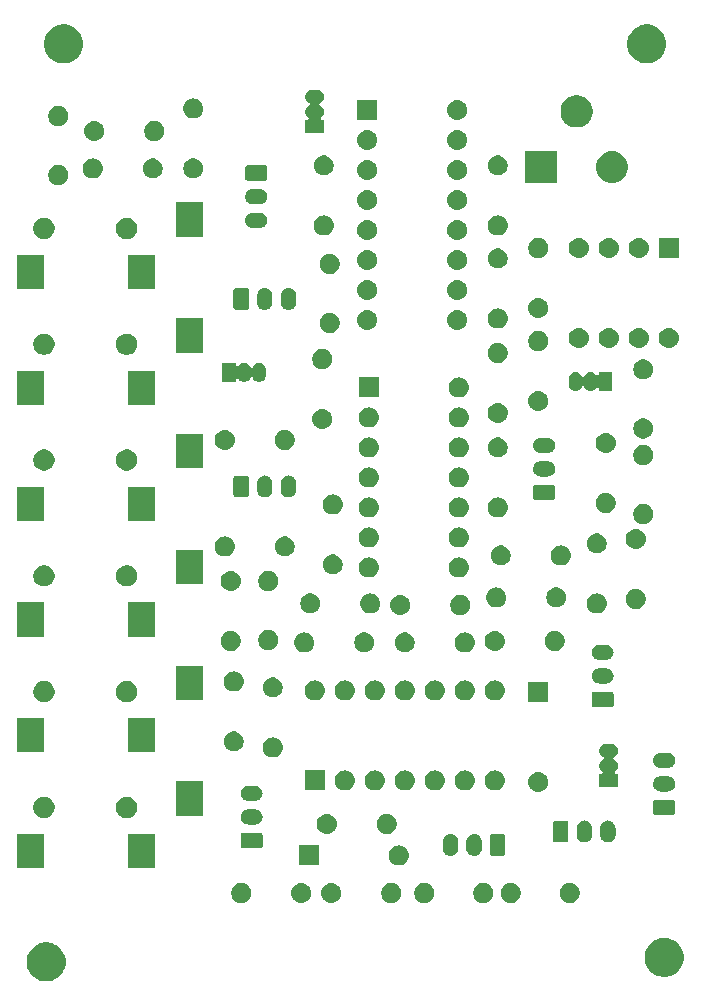
<source format=gbr>
G04 #@! TF.GenerationSoftware,KiCad,Pcbnew,(5.0.1)-rc2*
G04 #@! TF.CreationDate,2018-11-16T12:43:19-05:00*
G04 #@! TF.ProjectId,ASDR,415344522E6B696361645F7063620000,rev?*
G04 #@! TF.SameCoordinates,Original*
G04 #@! TF.FileFunction,Soldermask,Top*
G04 #@! TF.FilePolarity,Negative*
%FSLAX46Y46*%
G04 Gerber Fmt 4.6, Leading zero omitted, Abs format (unit mm)*
G04 Created by KiCad (PCBNEW (5.0.1)-rc2) date 11/16/2018 12:43:19 PM*
%MOMM*%
%LPD*%
G01*
G04 APERTURE LIST*
%ADD10C,0.100000*%
G04 APERTURE END LIST*
D10*
G36*
X115945256Y-157776298D02*
X116051579Y-157797447D01*
X116352042Y-157921903D01*
X116396410Y-157951549D01*
X116622454Y-158102587D01*
X116852413Y-158332546D01*
X117033098Y-158602960D01*
X117157553Y-158903422D01*
X117209905Y-159166609D01*
X117221000Y-159222391D01*
X117221000Y-159547609D01*
X117157553Y-159866579D01*
X117033097Y-160167042D01*
X116953334Y-160286415D01*
X116852413Y-160437454D01*
X116622454Y-160667413D01*
X116622451Y-160667415D01*
X116352042Y-160848097D01*
X116051579Y-160972553D01*
X115945256Y-160993702D01*
X115732611Y-161036000D01*
X115407389Y-161036000D01*
X115194744Y-160993702D01*
X115088421Y-160972553D01*
X114787958Y-160848097D01*
X114517549Y-160667415D01*
X114517546Y-160667413D01*
X114287587Y-160437454D01*
X114186666Y-160286415D01*
X114106903Y-160167042D01*
X113982447Y-159866579D01*
X113919000Y-159547609D01*
X113919000Y-159222391D01*
X113930096Y-159166609D01*
X113982447Y-158903422D01*
X114106902Y-158602960D01*
X114287587Y-158332546D01*
X114517546Y-158102587D01*
X114743590Y-157951549D01*
X114787958Y-157921903D01*
X115088421Y-157797447D01*
X115194744Y-157776298D01*
X115407389Y-157734000D01*
X115732611Y-157734000D01*
X115945256Y-157776298D01*
X115945256Y-157776298D01*
G37*
G36*
X168269256Y-157395298D02*
X168375579Y-157416447D01*
X168676042Y-157540903D01*
X168942852Y-157719180D01*
X168946454Y-157721587D01*
X169176413Y-157951546D01*
X169176415Y-157951549D01*
X169277336Y-158102587D01*
X169357098Y-158221960D01*
X169481553Y-158522422D01*
X169545000Y-158841389D01*
X169545000Y-159166611D01*
X169481553Y-159485578D01*
X169357098Y-159786040D01*
X169176413Y-160056454D01*
X168946454Y-160286413D01*
X168946451Y-160286415D01*
X168676042Y-160467097D01*
X168375579Y-160591553D01*
X168269256Y-160612702D01*
X168056611Y-160655000D01*
X167731389Y-160655000D01*
X167518744Y-160612702D01*
X167412421Y-160591553D01*
X167111958Y-160467097D01*
X166841549Y-160286415D01*
X166841546Y-160286413D01*
X166611587Y-160056454D01*
X166430902Y-159786040D01*
X166306447Y-159485578D01*
X166243000Y-159166611D01*
X166243000Y-158841389D01*
X166306447Y-158522422D01*
X166430902Y-158221960D01*
X166510665Y-158102587D01*
X166611585Y-157951549D01*
X166611587Y-157951546D01*
X166841546Y-157721587D01*
X166845148Y-157719180D01*
X167111958Y-157540903D01*
X167412421Y-157416447D01*
X167518744Y-157395298D01*
X167731389Y-157353000D01*
X168056611Y-157353000D01*
X168269256Y-157395298D01*
X168269256Y-157395298D01*
G37*
G36*
X160141228Y-152724703D02*
X160296100Y-152788853D01*
X160435481Y-152881985D01*
X160554015Y-153000519D01*
X160647147Y-153139900D01*
X160711297Y-153294772D01*
X160744000Y-153459184D01*
X160744000Y-153626816D01*
X160711297Y-153791228D01*
X160647147Y-153946100D01*
X160554015Y-154085481D01*
X160435481Y-154204015D01*
X160296100Y-154297147D01*
X160141228Y-154361297D01*
X159976816Y-154394000D01*
X159809184Y-154394000D01*
X159644772Y-154361297D01*
X159489900Y-154297147D01*
X159350519Y-154204015D01*
X159231985Y-154085481D01*
X159138853Y-153946100D01*
X159074703Y-153791228D01*
X159042000Y-153626816D01*
X159042000Y-153459184D01*
X159074703Y-153294772D01*
X159138853Y-153139900D01*
X159231985Y-153000519D01*
X159350519Y-152881985D01*
X159489900Y-152788853D01*
X159644772Y-152724703D01*
X159809184Y-152692000D01*
X159976816Y-152692000D01*
X160141228Y-152724703D01*
X160141228Y-152724703D01*
G37*
G36*
X155141228Y-152724703D02*
X155296100Y-152788853D01*
X155435481Y-152881985D01*
X155554015Y-153000519D01*
X155647147Y-153139900D01*
X155711297Y-153294772D01*
X155744000Y-153459184D01*
X155744000Y-153626816D01*
X155711297Y-153791228D01*
X155647147Y-153946100D01*
X155554015Y-154085481D01*
X155435481Y-154204015D01*
X155296100Y-154297147D01*
X155141228Y-154361297D01*
X154976816Y-154394000D01*
X154809184Y-154394000D01*
X154644772Y-154361297D01*
X154489900Y-154297147D01*
X154350519Y-154204015D01*
X154231985Y-154085481D01*
X154138853Y-153946100D01*
X154074703Y-153791228D01*
X154042000Y-153626816D01*
X154042000Y-153459184D01*
X154074703Y-153294772D01*
X154138853Y-153139900D01*
X154231985Y-153000519D01*
X154350519Y-152881985D01*
X154489900Y-152788853D01*
X154644772Y-152724703D01*
X154809184Y-152692000D01*
X154976816Y-152692000D01*
X155141228Y-152724703D01*
X155141228Y-152724703D01*
G37*
G36*
X147822228Y-152724703D02*
X147977100Y-152788853D01*
X148116481Y-152881985D01*
X148235015Y-153000519D01*
X148328147Y-153139900D01*
X148392297Y-153294772D01*
X148425000Y-153459184D01*
X148425000Y-153626816D01*
X148392297Y-153791228D01*
X148328147Y-153946100D01*
X148235015Y-154085481D01*
X148116481Y-154204015D01*
X147977100Y-154297147D01*
X147822228Y-154361297D01*
X147657816Y-154394000D01*
X147490184Y-154394000D01*
X147325772Y-154361297D01*
X147170900Y-154297147D01*
X147031519Y-154204015D01*
X146912985Y-154085481D01*
X146819853Y-153946100D01*
X146755703Y-153791228D01*
X146723000Y-153626816D01*
X146723000Y-153459184D01*
X146755703Y-153294772D01*
X146819853Y-153139900D01*
X146912985Y-153000519D01*
X147031519Y-152881985D01*
X147170900Y-152788853D01*
X147325772Y-152724703D01*
X147490184Y-152692000D01*
X147657816Y-152692000D01*
X147822228Y-152724703D01*
X147822228Y-152724703D01*
G37*
G36*
X152822228Y-152724703D02*
X152977100Y-152788853D01*
X153116481Y-152881985D01*
X153235015Y-153000519D01*
X153328147Y-153139900D01*
X153392297Y-153294772D01*
X153425000Y-153459184D01*
X153425000Y-153626816D01*
X153392297Y-153791228D01*
X153328147Y-153946100D01*
X153235015Y-154085481D01*
X153116481Y-154204015D01*
X152977100Y-154297147D01*
X152822228Y-154361297D01*
X152657816Y-154394000D01*
X152490184Y-154394000D01*
X152325772Y-154361297D01*
X152170900Y-154297147D01*
X152031519Y-154204015D01*
X151912985Y-154085481D01*
X151819853Y-153946100D01*
X151755703Y-153791228D01*
X151723000Y-153626816D01*
X151723000Y-153459184D01*
X151755703Y-153294772D01*
X151819853Y-153139900D01*
X151912985Y-153000519D01*
X152031519Y-152881985D01*
X152170900Y-152788853D01*
X152325772Y-152724703D01*
X152490184Y-152692000D01*
X152657816Y-152692000D01*
X152822228Y-152724703D01*
X152822228Y-152724703D01*
G37*
G36*
X145028228Y-152724703D02*
X145183100Y-152788853D01*
X145322481Y-152881985D01*
X145441015Y-153000519D01*
X145534147Y-153139900D01*
X145598297Y-153294772D01*
X145631000Y-153459184D01*
X145631000Y-153626816D01*
X145598297Y-153791228D01*
X145534147Y-153946100D01*
X145441015Y-154085481D01*
X145322481Y-154204015D01*
X145183100Y-154297147D01*
X145028228Y-154361297D01*
X144863816Y-154394000D01*
X144696184Y-154394000D01*
X144531772Y-154361297D01*
X144376900Y-154297147D01*
X144237519Y-154204015D01*
X144118985Y-154085481D01*
X144025853Y-153946100D01*
X143961703Y-153791228D01*
X143929000Y-153626816D01*
X143929000Y-153459184D01*
X143961703Y-153294772D01*
X144025853Y-153139900D01*
X144118985Y-153000519D01*
X144237519Y-152881985D01*
X144376900Y-152788853D01*
X144531772Y-152724703D01*
X144696184Y-152692000D01*
X144863816Y-152692000D01*
X145028228Y-152724703D01*
X145028228Y-152724703D01*
G37*
G36*
X137326821Y-152704313D02*
X137326824Y-152704314D01*
X137326825Y-152704314D01*
X137487239Y-152752975D01*
X137487241Y-152752976D01*
X137487244Y-152752977D01*
X137635078Y-152831995D01*
X137764659Y-152938341D01*
X137871005Y-153067922D01*
X137950023Y-153215756D01*
X137950024Y-153215759D01*
X137950025Y-153215761D01*
X137998686Y-153376175D01*
X137998687Y-153376179D01*
X138015117Y-153543000D01*
X137998687Y-153709821D01*
X137998686Y-153709824D01*
X137998686Y-153709825D01*
X137973993Y-153791228D01*
X137950023Y-153870244D01*
X137871005Y-154018078D01*
X137764659Y-154147659D01*
X137635078Y-154254005D01*
X137487244Y-154333023D01*
X137487241Y-154333024D01*
X137487239Y-154333025D01*
X137326825Y-154381686D01*
X137326824Y-154381686D01*
X137326821Y-154381687D01*
X137201804Y-154394000D01*
X137118196Y-154394000D01*
X136993179Y-154381687D01*
X136993176Y-154381686D01*
X136993175Y-154381686D01*
X136832761Y-154333025D01*
X136832759Y-154333024D01*
X136832756Y-154333023D01*
X136684922Y-154254005D01*
X136555341Y-154147659D01*
X136448995Y-154018078D01*
X136369977Y-153870244D01*
X136346008Y-153791228D01*
X136321314Y-153709825D01*
X136321314Y-153709824D01*
X136321313Y-153709821D01*
X136304883Y-153543000D01*
X136321313Y-153376179D01*
X136321314Y-153376175D01*
X136369975Y-153215761D01*
X136369976Y-153215759D01*
X136369977Y-153215756D01*
X136448995Y-153067922D01*
X136555341Y-152938341D01*
X136684922Y-152831995D01*
X136832756Y-152752977D01*
X136832759Y-152752976D01*
X136832761Y-152752975D01*
X136993175Y-152704314D01*
X136993176Y-152704314D01*
X136993179Y-152704313D01*
X137118196Y-152692000D01*
X137201804Y-152692000D01*
X137326821Y-152704313D01*
X137326821Y-152704313D01*
G37*
G36*
X132328228Y-152724703D02*
X132483100Y-152788853D01*
X132622481Y-152881985D01*
X132741015Y-153000519D01*
X132834147Y-153139900D01*
X132898297Y-153294772D01*
X132931000Y-153459184D01*
X132931000Y-153626816D01*
X132898297Y-153791228D01*
X132834147Y-153946100D01*
X132741015Y-154085481D01*
X132622481Y-154204015D01*
X132483100Y-154297147D01*
X132328228Y-154361297D01*
X132163816Y-154394000D01*
X131996184Y-154394000D01*
X131831772Y-154361297D01*
X131676900Y-154297147D01*
X131537519Y-154204015D01*
X131418985Y-154085481D01*
X131325853Y-153946100D01*
X131261703Y-153791228D01*
X131229000Y-153626816D01*
X131229000Y-153459184D01*
X131261703Y-153294772D01*
X131325853Y-153139900D01*
X131418985Y-153000519D01*
X131537519Y-152881985D01*
X131676900Y-152788853D01*
X131831772Y-152724703D01*
X131996184Y-152692000D01*
X132163816Y-152692000D01*
X132328228Y-152724703D01*
X132328228Y-152724703D01*
G37*
G36*
X139866821Y-152704313D02*
X139866824Y-152704314D01*
X139866825Y-152704314D01*
X140027239Y-152752975D01*
X140027241Y-152752976D01*
X140027244Y-152752977D01*
X140175078Y-152831995D01*
X140304659Y-152938341D01*
X140411005Y-153067922D01*
X140490023Y-153215756D01*
X140490024Y-153215759D01*
X140490025Y-153215761D01*
X140538686Y-153376175D01*
X140538687Y-153376179D01*
X140555117Y-153543000D01*
X140538687Y-153709821D01*
X140538686Y-153709824D01*
X140538686Y-153709825D01*
X140513993Y-153791228D01*
X140490023Y-153870244D01*
X140411005Y-154018078D01*
X140304659Y-154147659D01*
X140175078Y-154254005D01*
X140027244Y-154333023D01*
X140027241Y-154333024D01*
X140027239Y-154333025D01*
X139866825Y-154381686D01*
X139866824Y-154381686D01*
X139866821Y-154381687D01*
X139741804Y-154394000D01*
X139658196Y-154394000D01*
X139533179Y-154381687D01*
X139533176Y-154381686D01*
X139533175Y-154381686D01*
X139372761Y-154333025D01*
X139372759Y-154333024D01*
X139372756Y-154333023D01*
X139224922Y-154254005D01*
X139095341Y-154147659D01*
X138988995Y-154018078D01*
X138909977Y-153870244D01*
X138886008Y-153791228D01*
X138861314Y-153709825D01*
X138861314Y-153709824D01*
X138861313Y-153709821D01*
X138844883Y-153543000D01*
X138861313Y-153376179D01*
X138861314Y-153376175D01*
X138909975Y-153215761D01*
X138909976Y-153215759D01*
X138909977Y-153215756D01*
X138988995Y-153067922D01*
X139095341Y-152938341D01*
X139224922Y-152831995D01*
X139372756Y-152752977D01*
X139372759Y-152752976D01*
X139372761Y-152752975D01*
X139533175Y-152704314D01*
X139533176Y-152704314D01*
X139533179Y-152704313D01*
X139658196Y-152692000D01*
X139741804Y-152692000D01*
X139866821Y-152704313D01*
X139866821Y-152704313D01*
G37*
G36*
X124827000Y-151455000D02*
X122525000Y-151455000D01*
X122525000Y-148553000D01*
X124827000Y-148553000D01*
X124827000Y-151455000D01*
X124827000Y-151455000D01*
G37*
G36*
X115427000Y-151455000D02*
X113125000Y-151455000D01*
X113125000Y-148553000D01*
X115427000Y-148553000D01*
X115427000Y-151455000D01*
X115427000Y-151455000D01*
G37*
G36*
X138646000Y-151219000D02*
X136944000Y-151219000D01*
X136944000Y-149517000D01*
X138646000Y-149517000D01*
X138646000Y-151219000D01*
X138646000Y-151219000D01*
G37*
G36*
X145581821Y-149529313D02*
X145581824Y-149529314D01*
X145581825Y-149529314D01*
X145742239Y-149577975D01*
X145742241Y-149577976D01*
X145742244Y-149577977D01*
X145890078Y-149656995D01*
X146019659Y-149763341D01*
X146126005Y-149892922D01*
X146205023Y-150040756D01*
X146205024Y-150040759D01*
X146205025Y-150040761D01*
X146253489Y-150200527D01*
X146253687Y-150201179D01*
X146270117Y-150368000D01*
X146253687Y-150534821D01*
X146205023Y-150695244D01*
X146126005Y-150843078D01*
X146019659Y-150972659D01*
X145890078Y-151079005D01*
X145742244Y-151158023D01*
X145742241Y-151158024D01*
X145742239Y-151158025D01*
X145581825Y-151206686D01*
X145581824Y-151206686D01*
X145581821Y-151206687D01*
X145456804Y-151219000D01*
X145373196Y-151219000D01*
X145248179Y-151206687D01*
X145248176Y-151206686D01*
X145248175Y-151206686D01*
X145087761Y-151158025D01*
X145087759Y-151158024D01*
X145087756Y-151158023D01*
X144939922Y-151079005D01*
X144810341Y-150972659D01*
X144703995Y-150843078D01*
X144624977Y-150695244D01*
X144576313Y-150534821D01*
X144559883Y-150368000D01*
X144576313Y-150201179D01*
X144576511Y-150200527D01*
X144624975Y-150040761D01*
X144624976Y-150040759D01*
X144624977Y-150040756D01*
X144703995Y-149892922D01*
X144810341Y-149763341D01*
X144939922Y-149656995D01*
X145087756Y-149577977D01*
X145087759Y-149577976D01*
X145087761Y-149577975D01*
X145248175Y-149529314D01*
X145248176Y-149529314D01*
X145248179Y-149529313D01*
X145373196Y-149517000D01*
X145456804Y-149517000D01*
X145581821Y-149529313D01*
X145581821Y-149529313D01*
G37*
G36*
X149924618Y-148562420D02*
X150006427Y-148587237D01*
X150047333Y-148599645D01*
X150125600Y-148641480D01*
X150160426Y-148660095D01*
X150259553Y-148741447D01*
X150340905Y-148840574D01*
X150340906Y-148840576D01*
X150401355Y-148953667D01*
X150401355Y-148953668D01*
X150438580Y-149076382D01*
X150448000Y-149172027D01*
X150448000Y-149785973D01*
X150438580Y-149881618D01*
X150413763Y-149963427D01*
X150401355Y-150004333D01*
X150347819Y-150104491D01*
X150340905Y-150117426D01*
X150259553Y-150216553D01*
X150259551Y-150216555D01*
X150224595Y-150245242D01*
X150160425Y-150297905D01*
X150108699Y-150325553D01*
X150047332Y-150358355D01*
X150015536Y-150368000D01*
X149924617Y-150395580D01*
X149797000Y-150408149D01*
X149669382Y-150395580D01*
X149578463Y-150368000D01*
X149546667Y-150358355D01*
X149433576Y-150297906D01*
X149433574Y-150297905D01*
X149334447Y-150216553D01*
X149321827Y-150201175D01*
X149253096Y-150117426D01*
X149253095Y-150117424D01*
X149212117Y-150040761D01*
X149192645Y-150004332D01*
X149180237Y-149963426D01*
X149155420Y-149881617D01*
X149146000Y-149785972D01*
X149146000Y-149172027D01*
X149155420Y-149076382D01*
X149192645Y-148953668D01*
X149192645Y-148953667D01*
X149212795Y-148915970D01*
X149253095Y-148840574D01*
X149334448Y-148741447D01*
X149433575Y-148660095D01*
X149468401Y-148641480D01*
X149546668Y-148599645D01*
X149587574Y-148587237D01*
X149669383Y-148562420D01*
X149797000Y-148549851D01*
X149924618Y-148562420D01*
X149924618Y-148562420D01*
G37*
G36*
X151924618Y-148562420D02*
X152006427Y-148587237D01*
X152047333Y-148599645D01*
X152125600Y-148641480D01*
X152160426Y-148660095D01*
X152259553Y-148741447D01*
X152340905Y-148840574D01*
X152340906Y-148840576D01*
X152401355Y-148953667D01*
X152401355Y-148953668D01*
X152438580Y-149076382D01*
X152448000Y-149172027D01*
X152448000Y-149785973D01*
X152438580Y-149881618D01*
X152413763Y-149963427D01*
X152401355Y-150004333D01*
X152347819Y-150104491D01*
X152340905Y-150117426D01*
X152259553Y-150216553D01*
X152259551Y-150216555D01*
X152224595Y-150245242D01*
X152160425Y-150297905D01*
X152108699Y-150325553D01*
X152047332Y-150358355D01*
X152015536Y-150368000D01*
X151924617Y-150395580D01*
X151797000Y-150408149D01*
X151669382Y-150395580D01*
X151578463Y-150368000D01*
X151546667Y-150358355D01*
X151433576Y-150297906D01*
X151433574Y-150297905D01*
X151334447Y-150216553D01*
X151321827Y-150201175D01*
X151253096Y-150117426D01*
X151253095Y-150117424D01*
X151212117Y-150040761D01*
X151192645Y-150004332D01*
X151180237Y-149963426D01*
X151155420Y-149881617D01*
X151146000Y-149785972D01*
X151146000Y-149172027D01*
X151155420Y-149076382D01*
X151192645Y-148953668D01*
X151192645Y-148953667D01*
X151212795Y-148915970D01*
X151253095Y-148840574D01*
X151334448Y-148741447D01*
X151433575Y-148660095D01*
X151468401Y-148641480D01*
X151546668Y-148599645D01*
X151587574Y-148587237D01*
X151669383Y-148562420D01*
X151797000Y-148549851D01*
X151924618Y-148562420D01*
X151924618Y-148562420D01*
G37*
G36*
X154288242Y-148557404D02*
X154325339Y-148568657D01*
X154359520Y-148586927D01*
X154389482Y-148611518D01*
X154414073Y-148641480D01*
X154432343Y-148675661D01*
X154443596Y-148712758D01*
X154448000Y-148757473D01*
X154448000Y-150200527D01*
X154443596Y-150245242D01*
X154432343Y-150282339D01*
X154414073Y-150316520D01*
X154389482Y-150346482D01*
X154359520Y-150371073D01*
X154325339Y-150389343D01*
X154288242Y-150400596D01*
X154243527Y-150405000D01*
X153350473Y-150405000D01*
X153305758Y-150400596D01*
X153268661Y-150389343D01*
X153234480Y-150371073D01*
X153204518Y-150346482D01*
X153179927Y-150316520D01*
X153161657Y-150282339D01*
X153150404Y-150245242D01*
X153146000Y-150200527D01*
X153146000Y-148757473D01*
X153150404Y-148712758D01*
X153161657Y-148675661D01*
X153179927Y-148641480D01*
X153204518Y-148611518D01*
X153234480Y-148586927D01*
X153268661Y-148568657D01*
X153305758Y-148557404D01*
X153350473Y-148553000D01*
X154243527Y-148553000D01*
X154288242Y-148557404D01*
X154288242Y-148557404D01*
G37*
G36*
X133735242Y-148451404D02*
X133772339Y-148462657D01*
X133806520Y-148480927D01*
X133836482Y-148505518D01*
X133861073Y-148535480D01*
X133879343Y-148569661D01*
X133890596Y-148606758D01*
X133895000Y-148651473D01*
X133895000Y-149544527D01*
X133890596Y-149589242D01*
X133879343Y-149626339D01*
X133861073Y-149660520D01*
X133836482Y-149690482D01*
X133806520Y-149715073D01*
X133772339Y-149733343D01*
X133735242Y-149744596D01*
X133690527Y-149749000D01*
X132247473Y-149749000D01*
X132202758Y-149744596D01*
X132165661Y-149733343D01*
X132131480Y-149715073D01*
X132101518Y-149690482D01*
X132076927Y-149660520D01*
X132058657Y-149626339D01*
X132047404Y-149589242D01*
X132043000Y-149544527D01*
X132043000Y-148651473D01*
X132047404Y-148606758D01*
X132058657Y-148569661D01*
X132076927Y-148535480D01*
X132101518Y-148505518D01*
X132131480Y-148480927D01*
X132165661Y-148462657D01*
X132202758Y-148451404D01*
X132247473Y-148447000D01*
X133690527Y-148447000D01*
X133735242Y-148451404D01*
X133735242Y-148451404D01*
G37*
G36*
X163258617Y-147419420D02*
X163340426Y-147444237D01*
X163381332Y-147456645D01*
X163390276Y-147461426D01*
X163494425Y-147517095D01*
X163494427Y-147517096D01*
X163494426Y-147517096D01*
X163567965Y-147577447D01*
X163593553Y-147598447D01*
X163674905Y-147697574D01*
X163674906Y-147697576D01*
X163735355Y-147810667D01*
X163747763Y-147851573D01*
X163772580Y-147933382D01*
X163782000Y-148029027D01*
X163782000Y-148642973D01*
X163772580Y-148738618D01*
X163747763Y-148820427D01*
X163735355Y-148861333D01*
X163686001Y-148953667D01*
X163674905Y-148974426D01*
X163593553Y-149073553D01*
X163494426Y-149154905D01*
X163494424Y-149154906D01*
X163381333Y-149215355D01*
X163340427Y-149227763D01*
X163258618Y-149252580D01*
X163131000Y-149265149D01*
X163003383Y-149252580D01*
X162921574Y-149227763D01*
X162880668Y-149215355D01*
X162767577Y-149154906D01*
X162767575Y-149154905D01*
X162668448Y-149073553D01*
X162587095Y-148974426D01*
X162546795Y-148899030D01*
X162526645Y-148861333D01*
X162514237Y-148820427D01*
X162489420Y-148738618D01*
X162480000Y-148642973D01*
X162480000Y-148029028D01*
X162489420Y-147933383D01*
X162526645Y-147810669D01*
X162526645Y-147810668D01*
X162584540Y-147702355D01*
X162587095Y-147697575D01*
X162668447Y-147598447D01*
X162767574Y-147517095D01*
X162802400Y-147498480D01*
X162880667Y-147456645D01*
X162921573Y-147444237D01*
X163003382Y-147419420D01*
X163131000Y-147406851D01*
X163258617Y-147419420D01*
X163258617Y-147419420D01*
G37*
G36*
X161258617Y-147419420D02*
X161340426Y-147444237D01*
X161381332Y-147456645D01*
X161390276Y-147461426D01*
X161494425Y-147517095D01*
X161494427Y-147517096D01*
X161494426Y-147517096D01*
X161567965Y-147577447D01*
X161593553Y-147598447D01*
X161674905Y-147697574D01*
X161674906Y-147697576D01*
X161735355Y-147810667D01*
X161747763Y-147851573D01*
X161772580Y-147933382D01*
X161782000Y-148029027D01*
X161782000Y-148642973D01*
X161772580Y-148738618D01*
X161747763Y-148820427D01*
X161735355Y-148861333D01*
X161686001Y-148953667D01*
X161674905Y-148974426D01*
X161593553Y-149073553D01*
X161494426Y-149154905D01*
X161494424Y-149154906D01*
X161381333Y-149215355D01*
X161340427Y-149227763D01*
X161258618Y-149252580D01*
X161131000Y-149265149D01*
X161003383Y-149252580D01*
X160921574Y-149227763D01*
X160880668Y-149215355D01*
X160767577Y-149154906D01*
X160767575Y-149154905D01*
X160668448Y-149073553D01*
X160587095Y-148974426D01*
X160546795Y-148899030D01*
X160526645Y-148861333D01*
X160514237Y-148820427D01*
X160489420Y-148738618D01*
X160480000Y-148642973D01*
X160480000Y-148029028D01*
X160489420Y-147933383D01*
X160526645Y-147810669D01*
X160526645Y-147810668D01*
X160584540Y-147702355D01*
X160587095Y-147697575D01*
X160668447Y-147598447D01*
X160767574Y-147517095D01*
X160802400Y-147498480D01*
X160880667Y-147456645D01*
X160921573Y-147444237D01*
X161003382Y-147419420D01*
X161131000Y-147406851D01*
X161258617Y-147419420D01*
X161258617Y-147419420D01*
G37*
G36*
X159622242Y-147414404D02*
X159659339Y-147425657D01*
X159693520Y-147443927D01*
X159723482Y-147468518D01*
X159748073Y-147498480D01*
X159766343Y-147532661D01*
X159777596Y-147569758D01*
X159782000Y-147614473D01*
X159782000Y-149057527D01*
X159777596Y-149102242D01*
X159766343Y-149139339D01*
X159748073Y-149173520D01*
X159723482Y-149203482D01*
X159693520Y-149228073D01*
X159659339Y-149246343D01*
X159622242Y-149257596D01*
X159577527Y-149262000D01*
X158684473Y-149262000D01*
X158639758Y-149257596D01*
X158602661Y-149246343D01*
X158568480Y-149228073D01*
X158538518Y-149203482D01*
X158513927Y-149173520D01*
X158495657Y-149139339D01*
X158484404Y-149102242D01*
X158480000Y-149057527D01*
X158480000Y-147614473D01*
X158484404Y-147569758D01*
X158495657Y-147532661D01*
X158513927Y-147498480D01*
X158538518Y-147468518D01*
X158568480Y-147443927D01*
X158602661Y-147425657D01*
X158639758Y-147414404D01*
X158684473Y-147410000D01*
X159577527Y-147410000D01*
X159622242Y-147414404D01*
X159622242Y-147414404D01*
G37*
G36*
X144647228Y-146882703D02*
X144802100Y-146946853D01*
X144941481Y-147039985D01*
X145060015Y-147158519D01*
X145153147Y-147297900D01*
X145217297Y-147452772D01*
X145250000Y-147617184D01*
X145250000Y-147784816D01*
X145217297Y-147949228D01*
X145153147Y-148104100D01*
X145060015Y-148243481D01*
X144941481Y-148362015D01*
X144802100Y-148455147D01*
X144647228Y-148519297D01*
X144482816Y-148552000D01*
X144315184Y-148552000D01*
X144150772Y-148519297D01*
X143995900Y-148455147D01*
X143856519Y-148362015D01*
X143737985Y-148243481D01*
X143644853Y-148104100D01*
X143580703Y-147949228D01*
X143548000Y-147784816D01*
X143548000Y-147617184D01*
X143580703Y-147452772D01*
X143644853Y-147297900D01*
X143737985Y-147158519D01*
X143856519Y-147039985D01*
X143995900Y-146946853D01*
X144150772Y-146882703D01*
X144315184Y-146850000D01*
X144482816Y-146850000D01*
X144647228Y-146882703D01*
X144647228Y-146882703D01*
G37*
G36*
X139485821Y-146862313D02*
X139485824Y-146862314D01*
X139485825Y-146862314D01*
X139646239Y-146910975D01*
X139646241Y-146910976D01*
X139646244Y-146910977D01*
X139794078Y-146989995D01*
X139923659Y-147096341D01*
X140030005Y-147225922D01*
X140109023Y-147373756D01*
X140109024Y-147373759D01*
X140109025Y-147373761D01*
X140157227Y-147532661D01*
X140157687Y-147534179D01*
X140174117Y-147701000D01*
X140157687Y-147867821D01*
X140157686Y-147867824D01*
X140157686Y-147867825D01*
X140132993Y-147949228D01*
X140109023Y-148028244D01*
X140030005Y-148176078D01*
X139923659Y-148305659D01*
X139794078Y-148412005D01*
X139646244Y-148491023D01*
X139646241Y-148491024D01*
X139646239Y-148491025D01*
X139485825Y-148539686D01*
X139485824Y-148539686D01*
X139485821Y-148539687D01*
X139360804Y-148552000D01*
X139277196Y-148552000D01*
X139152179Y-148539687D01*
X139152176Y-148539686D01*
X139152175Y-148539686D01*
X138991761Y-148491025D01*
X138991759Y-148491024D01*
X138991756Y-148491023D01*
X138843922Y-148412005D01*
X138714341Y-148305659D01*
X138607995Y-148176078D01*
X138528977Y-148028244D01*
X138505008Y-147949228D01*
X138480314Y-147867825D01*
X138480314Y-147867824D01*
X138480313Y-147867821D01*
X138463883Y-147701000D01*
X138480313Y-147534179D01*
X138480773Y-147532661D01*
X138528975Y-147373761D01*
X138528976Y-147373759D01*
X138528977Y-147373756D01*
X138607995Y-147225922D01*
X138714341Y-147096341D01*
X138843922Y-146989995D01*
X138991756Y-146910977D01*
X138991759Y-146910976D01*
X138991761Y-146910975D01*
X139152175Y-146862314D01*
X139152176Y-146862314D01*
X139152179Y-146862313D01*
X139277196Y-146850000D01*
X139360804Y-146850000D01*
X139485821Y-146862313D01*
X139485821Y-146862313D01*
G37*
G36*
X133307855Y-146450140D02*
X133371618Y-146456420D01*
X133453427Y-146481237D01*
X133494333Y-146493645D01*
X133594491Y-146547181D01*
X133607426Y-146554095D01*
X133706553Y-146635447D01*
X133787905Y-146734574D01*
X133787906Y-146734576D01*
X133848355Y-146847667D01*
X133858983Y-146882703D01*
X133885580Y-146970382D01*
X133898149Y-147098000D01*
X133885580Y-147225618D01*
X133863653Y-147297900D01*
X133848355Y-147348333D01*
X133834766Y-147373756D01*
X133787905Y-147461426D01*
X133706553Y-147560553D01*
X133607426Y-147641905D01*
X133607424Y-147641906D01*
X133494333Y-147702355D01*
X133453427Y-147714763D01*
X133371618Y-147739580D01*
X133307855Y-147745860D01*
X133275974Y-147749000D01*
X132662026Y-147749000D01*
X132630145Y-147745860D01*
X132566382Y-147739580D01*
X132484573Y-147714763D01*
X132443667Y-147702355D01*
X132330576Y-147641906D01*
X132330574Y-147641905D01*
X132231447Y-147560553D01*
X132150095Y-147461426D01*
X132103234Y-147373756D01*
X132089645Y-147348333D01*
X132074347Y-147297900D01*
X132052420Y-147225618D01*
X132039851Y-147098000D01*
X132052420Y-146970382D01*
X132079017Y-146882703D01*
X132089645Y-146847667D01*
X132150094Y-146734576D01*
X132150095Y-146734574D01*
X132231447Y-146635447D01*
X132330574Y-146554095D01*
X132343509Y-146547181D01*
X132443667Y-146493645D01*
X132484573Y-146481237D01*
X132566382Y-146456420D01*
X132630145Y-146450140D01*
X132662026Y-146447000D01*
X133275974Y-146447000D01*
X133307855Y-146450140D01*
X133307855Y-146450140D01*
G37*
G36*
X115638812Y-145437624D02*
X115802784Y-145505544D01*
X115950354Y-145604147D01*
X116075853Y-145729646D01*
X116174456Y-145877216D01*
X116242376Y-146041188D01*
X116277000Y-146215259D01*
X116277000Y-146392741D01*
X116242376Y-146566812D01*
X116174456Y-146730784D01*
X116075853Y-146878354D01*
X115950354Y-147003853D01*
X115802784Y-147102456D01*
X115638812Y-147170376D01*
X115464741Y-147205000D01*
X115287259Y-147205000D01*
X115113188Y-147170376D01*
X114949216Y-147102456D01*
X114801646Y-147003853D01*
X114676147Y-146878354D01*
X114577544Y-146730784D01*
X114509624Y-146566812D01*
X114475000Y-146392741D01*
X114475000Y-146215259D01*
X114509624Y-146041188D01*
X114577544Y-145877216D01*
X114676147Y-145729646D01*
X114801646Y-145604147D01*
X114949216Y-145505544D01*
X115113188Y-145437624D01*
X115287259Y-145403000D01*
X115464741Y-145403000D01*
X115638812Y-145437624D01*
X115638812Y-145437624D01*
G37*
G36*
X122638812Y-145437624D02*
X122802784Y-145505544D01*
X122950354Y-145604147D01*
X123075853Y-145729646D01*
X123174456Y-145877216D01*
X123242376Y-146041188D01*
X123277000Y-146215259D01*
X123277000Y-146392741D01*
X123242376Y-146566812D01*
X123174456Y-146730784D01*
X123075853Y-146878354D01*
X122950354Y-147003853D01*
X122802784Y-147102456D01*
X122638812Y-147170376D01*
X122464741Y-147205000D01*
X122287259Y-147205000D01*
X122113188Y-147170376D01*
X121949216Y-147102456D01*
X121801646Y-147003853D01*
X121676147Y-146878354D01*
X121577544Y-146730784D01*
X121509624Y-146566812D01*
X121475000Y-146392741D01*
X121475000Y-146215259D01*
X121509624Y-146041188D01*
X121577544Y-145877216D01*
X121676147Y-145729646D01*
X121801646Y-145604147D01*
X121949216Y-145505544D01*
X122113188Y-145437624D01*
X122287259Y-145403000D01*
X122464741Y-145403000D01*
X122638812Y-145437624D01*
X122638812Y-145437624D01*
G37*
G36*
X128827000Y-147005000D02*
X126525000Y-147005000D01*
X126525000Y-144103000D01*
X128827000Y-144103000D01*
X128827000Y-147005000D01*
X128827000Y-147005000D01*
G37*
G36*
X168660242Y-145657404D02*
X168697339Y-145668657D01*
X168731520Y-145686927D01*
X168761482Y-145711518D01*
X168786073Y-145741480D01*
X168804343Y-145775661D01*
X168815596Y-145812758D01*
X168820000Y-145857473D01*
X168820000Y-146750527D01*
X168815596Y-146795242D01*
X168804343Y-146832339D01*
X168786073Y-146866520D01*
X168761482Y-146896482D01*
X168731520Y-146921073D01*
X168697339Y-146939343D01*
X168660242Y-146950596D01*
X168615527Y-146955000D01*
X167172473Y-146955000D01*
X167127758Y-146950596D01*
X167090661Y-146939343D01*
X167056480Y-146921073D01*
X167026518Y-146896482D01*
X167001927Y-146866520D01*
X166983657Y-146832339D01*
X166972404Y-146795242D01*
X166968000Y-146750527D01*
X166968000Y-145857473D01*
X166972404Y-145812758D01*
X166983657Y-145775661D01*
X167001927Y-145741480D01*
X167026518Y-145711518D01*
X167056480Y-145686927D01*
X167090661Y-145668657D01*
X167127758Y-145657404D01*
X167172473Y-145653000D01*
X168615527Y-145653000D01*
X168660242Y-145657404D01*
X168660242Y-145657404D01*
G37*
G36*
X133307855Y-144450140D02*
X133371618Y-144456420D01*
X133453427Y-144481237D01*
X133494333Y-144493645D01*
X133594491Y-144547181D01*
X133607426Y-144554095D01*
X133706553Y-144635447D01*
X133787905Y-144734574D01*
X133787906Y-144734576D01*
X133848355Y-144847667D01*
X133848355Y-144847668D01*
X133885580Y-144970382D01*
X133898149Y-145098000D01*
X133885580Y-145225618D01*
X133860763Y-145307427D01*
X133848355Y-145348333D01*
X133800627Y-145437624D01*
X133787905Y-145461426D01*
X133706553Y-145560553D01*
X133607426Y-145641905D01*
X133607424Y-145641906D01*
X133494333Y-145702355D01*
X133464126Y-145711518D01*
X133371618Y-145739580D01*
X133307855Y-145745860D01*
X133275974Y-145749000D01*
X132662026Y-145749000D01*
X132630145Y-145745860D01*
X132566382Y-145739580D01*
X132473874Y-145711518D01*
X132443667Y-145702355D01*
X132330576Y-145641906D01*
X132330574Y-145641905D01*
X132231447Y-145560553D01*
X132150095Y-145461426D01*
X132137373Y-145437624D01*
X132089645Y-145348333D01*
X132077237Y-145307427D01*
X132052420Y-145225618D01*
X132039851Y-145098000D01*
X132052420Y-144970382D01*
X132089645Y-144847668D01*
X132089645Y-144847667D01*
X132150094Y-144734576D01*
X132150095Y-144734574D01*
X132231447Y-144635447D01*
X132330574Y-144554095D01*
X132343509Y-144547181D01*
X132443667Y-144493645D01*
X132484573Y-144481237D01*
X132566382Y-144456420D01*
X132630145Y-144450140D01*
X132662026Y-144447000D01*
X133275974Y-144447000D01*
X133307855Y-144450140D01*
X133307855Y-144450140D01*
G37*
G36*
X157392821Y-143306313D02*
X157392824Y-143306314D01*
X157392825Y-143306314D01*
X157553239Y-143354975D01*
X157553241Y-143354976D01*
X157553244Y-143354977D01*
X157701078Y-143433995D01*
X157830659Y-143540341D01*
X157937005Y-143669922D01*
X158016023Y-143817756D01*
X158064687Y-143978179D01*
X158081117Y-144145000D01*
X158064687Y-144311821D01*
X158064686Y-144311824D01*
X158064686Y-144311825D01*
X158020824Y-144456420D01*
X158016023Y-144472244D01*
X157937005Y-144620078D01*
X157830659Y-144749659D01*
X157701078Y-144856005D01*
X157553244Y-144935023D01*
X157553241Y-144935024D01*
X157553239Y-144935025D01*
X157392825Y-144983686D01*
X157392824Y-144983686D01*
X157392821Y-144983687D01*
X157267804Y-144996000D01*
X157184196Y-144996000D01*
X157059179Y-144983687D01*
X157059176Y-144983686D01*
X157059175Y-144983686D01*
X156898761Y-144935025D01*
X156898759Y-144935024D01*
X156898756Y-144935023D01*
X156750922Y-144856005D01*
X156621341Y-144749659D01*
X156514995Y-144620078D01*
X156435977Y-144472244D01*
X156431177Y-144456420D01*
X156387314Y-144311825D01*
X156387314Y-144311824D01*
X156387313Y-144311821D01*
X156370883Y-144145000D01*
X156387313Y-143978179D01*
X156435977Y-143817756D01*
X156514995Y-143669922D01*
X156621341Y-143540341D01*
X156750922Y-143433995D01*
X156898756Y-143354977D01*
X156898759Y-143354976D01*
X156898761Y-143354975D01*
X157059175Y-143306314D01*
X157059176Y-143306314D01*
X157059179Y-143306313D01*
X157184196Y-143294000D01*
X157267804Y-143294000D01*
X157392821Y-143306313D01*
X157392821Y-143306313D01*
G37*
G36*
X168232855Y-143656140D02*
X168296618Y-143662420D01*
X168378427Y-143687237D01*
X168419333Y-143699645D01*
X168519491Y-143753181D01*
X168532426Y-143760095D01*
X168631553Y-143841447D01*
X168712905Y-143940574D01*
X168712906Y-143940576D01*
X168773355Y-144053667D01*
X168773355Y-144053668D01*
X168810580Y-144176382D01*
X168823149Y-144304000D01*
X168810580Y-144431618D01*
X168798256Y-144472244D01*
X168773355Y-144554333D01*
X168729998Y-144635447D01*
X168712905Y-144667426D01*
X168631553Y-144766553D01*
X168532426Y-144847905D01*
X168532424Y-144847906D01*
X168419333Y-144908355D01*
X168378427Y-144920763D01*
X168296618Y-144945580D01*
X168232855Y-144951860D01*
X168200974Y-144955000D01*
X167587026Y-144955000D01*
X167555145Y-144951860D01*
X167491382Y-144945580D01*
X167409573Y-144920763D01*
X167368667Y-144908355D01*
X167255576Y-144847906D01*
X167255574Y-144847905D01*
X167156447Y-144766553D01*
X167075095Y-144667426D01*
X167058002Y-144635447D01*
X167014645Y-144554333D01*
X166989744Y-144472244D01*
X166977420Y-144431618D01*
X166964851Y-144304000D01*
X166977420Y-144176382D01*
X167014645Y-144053668D01*
X167014645Y-144053667D01*
X167075094Y-143940576D01*
X167075095Y-143940574D01*
X167156447Y-143841447D01*
X167255574Y-143760095D01*
X167268509Y-143753181D01*
X167368667Y-143699645D01*
X167409573Y-143687237D01*
X167491382Y-143662420D01*
X167555145Y-143656140D01*
X167587026Y-143653000D01*
X168200974Y-143653000D01*
X168232855Y-143656140D01*
X168232855Y-143656140D01*
G37*
G36*
X153709821Y-143179313D02*
X153709824Y-143179314D01*
X153709825Y-143179314D01*
X153870239Y-143227975D01*
X153870241Y-143227976D01*
X153870244Y-143227977D01*
X154018078Y-143306995D01*
X154147659Y-143413341D01*
X154254005Y-143542922D01*
X154333023Y-143690756D01*
X154333024Y-143690759D01*
X154333025Y-143690761D01*
X154354057Y-143760094D01*
X154381687Y-143851179D01*
X154398117Y-144018000D01*
X154381687Y-144184821D01*
X154381686Y-144184824D01*
X154381686Y-144184825D01*
X154345535Y-144304000D01*
X154333023Y-144345244D01*
X154254005Y-144493078D01*
X154147659Y-144622659D01*
X154018078Y-144729005D01*
X153870244Y-144808023D01*
X153870241Y-144808024D01*
X153870239Y-144808025D01*
X153709825Y-144856686D01*
X153709824Y-144856686D01*
X153709821Y-144856687D01*
X153584804Y-144869000D01*
X153501196Y-144869000D01*
X153376179Y-144856687D01*
X153376176Y-144856686D01*
X153376175Y-144856686D01*
X153215761Y-144808025D01*
X153215759Y-144808024D01*
X153215756Y-144808023D01*
X153067922Y-144729005D01*
X152938341Y-144622659D01*
X152831995Y-144493078D01*
X152752977Y-144345244D01*
X152740466Y-144304000D01*
X152704314Y-144184825D01*
X152704314Y-144184824D01*
X152704313Y-144184821D01*
X152687883Y-144018000D01*
X152704313Y-143851179D01*
X152731943Y-143760094D01*
X152752975Y-143690761D01*
X152752976Y-143690759D01*
X152752977Y-143690756D01*
X152831995Y-143542922D01*
X152938341Y-143413341D01*
X153067922Y-143306995D01*
X153215756Y-143227977D01*
X153215759Y-143227976D01*
X153215761Y-143227975D01*
X153376175Y-143179314D01*
X153376176Y-143179314D01*
X153376179Y-143179313D01*
X153501196Y-143167000D01*
X153584804Y-143167000D01*
X153709821Y-143179313D01*
X153709821Y-143179313D01*
G37*
G36*
X151169821Y-143179313D02*
X151169824Y-143179314D01*
X151169825Y-143179314D01*
X151330239Y-143227975D01*
X151330241Y-143227976D01*
X151330244Y-143227977D01*
X151478078Y-143306995D01*
X151607659Y-143413341D01*
X151714005Y-143542922D01*
X151793023Y-143690756D01*
X151793024Y-143690759D01*
X151793025Y-143690761D01*
X151814057Y-143760094D01*
X151841687Y-143851179D01*
X151858117Y-144018000D01*
X151841687Y-144184821D01*
X151841686Y-144184824D01*
X151841686Y-144184825D01*
X151805535Y-144304000D01*
X151793023Y-144345244D01*
X151714005Y-144493078D01*
X151607659Y-144622659D01*
X151478078Y-144729005D01*
X151330244Y-144808023D01*
X151330241Y-144808024D01*
X151330239Y-144808025D01*
X151169825Y-144856686D01*
X151169824Y-144856686D01*
X151169821Y-144856687D01*
X151044804Y-144869000D01*
X150961196Y-144869000D01*
X150836179Y-144856687D01*
X150836176Y-144856686D01*
X150836175Y-144856686D01*
X150675761Y-144808025D01*
X150675759Y-144808024D01*
X150675756Y-144808023D01*
X150527922Y-144729005D01*
X150398341Y-144622659D01*
X150291995Y-144493078D01*
X150212977Y-144345244D01*
X150200466Y-144304000D01*
X150164314Y-144184825D01*
X150164314Y-144184824D01*
X150164313Y-144184821D01*
X150147883Y-144018000D01*
X150164313Y-143851179D01*
X150191943Y-143760094D01*
X150212975Y-143690761D01*
X150212976Y-143690759D01*
X150212977Y-143690756D01*
X150291995Y-143542922D01*
X150398341Y-143413341D01*
X150527922Y-143306995D01*
X150675756Y-143227977D01*
X150675759Y-143227976D01*
X150675761Y-143227975D01*
X150836175Y-143179314D01*
X150836176Y-143179314D01*
X150836179Y-143179313D01*
X150961196Y-143167000D01*
X151044804Y-143167000D01*
X151169821Y-143179313D01*
X151169821Y-143179313D01*
G37*
G36*
X143549821Y-143179313D02*
X143549824Y-143179314D01*
X143549825Y-143179314D01*
X143710239Y-143227975D01*
X143710241Y-143227976D01*
X143710244Y-143227977D01*
X143858078Y-143306995D01*
X143987659Y-143413341D01*
X144094005Y-143542922D01*
X144173023Y-143690756D01*
X144173024Y-143690759D01*
X144173025Y-143690761D01*
X144194057Y-143760094D01*
X144221687Y-143851179D01*
X144238117Y-144018000D01*
X144221687Y-144184821D01*
X144221686Y-144184824D01*
X144221686Y-144184825D01*
X144185535Y-144304000D01*
X144173023Y-144345244D01*
X144094005Y-144493078D01*
X143987659Y-144622659D01*
X143858078Y-144729005D01*
X143710244Y-144808023D01*
X143710241Y-144808024D01*
X143710239Y-144808025D01*
X143549825Y-144856686D01*
X143549824Y-144856686D01*
X143549821Y-144856687D01*
X143424804Y-144869000D01*
X143341196Y-144869000D01*
X143216179Y-144856687D01*
X143216176Y-144856686D01*
X143216175Y-144856686D01*
X143055761Y-144808025D01*
X143055759Y-144808024D01*
X143055756Y-144808023D01*
X142907922Y-144729005D01*
X142778341Y-144622659D01*
X142671995Y-144493078D01*
X142592977Y-144345244D01*
X142580466Y-144304000D01*
X142544314Y-144184825D01*
X142544314Y-144184824D01*
X142544313Y-144184821D01*
X142527883Y-144018000D01*
X142544313Y-143851179D01*
X142571943Y-143760094D01*
X142592975Y-143690761D01*
X142592976Y-143690759D01*
X142592977Y-143690756D01*
X142671995Y-143542922D01*
X142778341Y-143413341D01*
X142907922Y-143306995D01*
X143055756Y-143227977D01*
X143055759Y-143227976D01*
X143055761Y-143227975D01*
X143216175Y-143179314D01*
X143216176Y-143179314D01*
X143216179Y-143179313D01*
X143341196Y-143167000D01*
X143424804Y-143167000D01*
X143549821Y-143179313D01*
X143549821Y-143179313D01*
G37*
G36*
X148629821Y-143179313D02*
X148629824Y-143179314D01*
X148629825Y-143179314D01*
X148790239Y-143227975D01*
X148790241Y-143227976D01*
X148790244Y-143227977D01*
X148938078Y-143306995D01*
X149067659Y-143413341D01*
X149174005Y-143542922D01*
X149253023Y-143690756D01*
X149253024Y-143690759D01*
X149253025Y-143690761D01*
X149274057Y-143760094D01*
X149301687Y-143851179D01*
X149318117Y-144018000D01*
X149301687Y-144184821D01*
X149301686Y-144184824D01*
X149301686Y-144184825D01*
X149265535Y-144304000D01*
X149253023Y-144345244D01*
X149174005Y-144493078D01*
X149067659Y-144622659D01*
X148938078Y-144729005D01*
X148790244Y-144808023D01*
X148790241Y-144808024D01*
X148790239Y-144808025D01*
X148629825Y-144856686D01*
X148629824Y-144856686D01*
X148629821Y-144856687D01*
X148504804Y-144869000D01*
X148421196Y-144869000D01*
X148296179Y-144856687D01*
X148296176Y-144856686D01*
X148296175Y-144856686D01*
X148135761Y-144808025D01*
X148135759Y-144808024D01*
X148135756Y-144808023D01*
X147987922Y-144729005D01*
X147858341Y-144622659D01*
X147751995Y-144493078D01*
X147672977Y-144345244D01*
X147660466Y-144304000D01*
X147624314Y-144184825D01*
X147624314Y-144184824D01*
X147624313Y-144184821D01*
X147607883Y-144018000D01*
X147624313Y-143851179D01*
X147651943Y-143760094D01*
X147672975Y-143690761D01*
X147672976Y-143690759D01*
X147672977Y-143690756D01*
X147751995Y-143542922D01*
X147858341Y-143413341D01*
X147987922Y-143306995D01*
X148135756Y-143227977D01*
X148135759Y-143227976D01*
X148135761Y-143227975D01*
X148296175Y-143179314D01*
X148296176Y-143179314D01*
X148296179Y-143179313D01*
X148421196Y-143167000D01*
X148504804Y-143167000D01*
X148629821Y-143179313D01*
X148629821Y-143179313D01*
G37*
G36*
X146089821Y-143179313D02*
X146089824Y-143179314D01*
X146089825Y-143179314D01*
X146250239Y-143227975D01*
X146250241Y-143227976D01*
X146250244Y-143227977D01*
X146398078Y-143306995D01*
X146527659Y-143413341D01*
X146634005Y-143542922D01*
X146713023Y-143690756D01*
X146713024Y-143690759D01*
X146713025Y-143690761D01*
X146734057Y-143760094D01*
X146761687Y-143851179D01*
X146778117Y-144018000D01*
X146761687Y-144184821D01*
X146761686Y-144184824D01*
X146761686Y-144184825D01*
X146725535Y-144304000D01*
X146713023Y-144345244D01*
X146634005Y-144493078D01*
X146527659Y-144622659D01*
X146398078Y-144729005D01*
X146250244Y-144808023D01*
X146250241Y-144808024D01*
X146250239Y-144808025D01*
X146089825Y-144856686D01*
X146089824Y-144856686D01*
X146089821Y-144856687D01*
X145964804Y-144869000D01*
X145881196Y-144869000D01*
X145756179Y-144856687D01*
X145756176Y-144856686D01*
X145756175Y-144856686D01*
X145595761Y-144808025D01*
X145595759Y-144808024D01*
X145595756Y-144808023D01*
X145447922Y-144729005D01*
X145318341Y-144622659D01*
X145211995Y-144493078D01*
X145132977Y-144345244D01*
X145120466Y-144304000D01*
X145084314Y-144184825D01*
X145084314Y-144184824D01*
X145084313Y-144184821D01*
X145067883Y-144018000D01*
X145084313Y-143851179D01*
X145111943Y-143760094D01*
X145132975Y-143690761D01*
X145132976Y-143690759D01*
X145132977Y-143690756D01*
X145211995Y-143542922D01*
X145318341Y-143413341D01*
X145447922Y-143306995D01*
X145595756Y-143227977D01*
X145595759Y-143227976D01*
X145595761Y-143227975D01*
X145756175Y-143179314D01*
X145756176Y-143179314D01*
X145756179Y-143179313D01*
X145881196Y-143167000D01*
X145964804Y-143167000D01*
X146089821Y-143179313D01*
X146089821Y-143179313D01*
G37*
G36*
X141009821Y-143179313D02*
X141009824Y-143179314D01*
X141009825Y-143179314D01*
X141170239Y-143227975D01*
X141170241Y-143227976D01*
X141170244Y-143227977D01*
X141318078Y-143306995D01*
X141447659Y-143413341D01*
X141554005Y-143542922D01*
X141633023Y-143690756D01*
X141633024Y-143690759D01*
X141633025Y-143690761D01*
X141654057Y-143760094D01*
X141681687Y-143851179D01*
X141698117Y-144018000D01*
X141681687Y-144184821D01*
X141681686Y-144184824D01*
X141681686Y-144184825D01*
X141645535Y-144304000D01*
X141633023Y-144345244D01*
X141554005Y-144493078D01*
X141447659Y-144622659D01*
X141318078Y-144729005D01*
X141170244Y-144808023D01*
X141170241Y-144808024D01*
X141170239Y-144808025D01*
X141009825Y-144856686D01*
X141009824Y-144856686D01*
X141009821Y-144856687D01*
X140884804Y-144869000D01*
X140801196Y-144869000D01*
X140676179Y-144856687D01*
X140676176Y-144856686D01*
X140676175Y-144856686D01*
X140515761Y-144808025D01*
X140515759Y-144808024D01*
X140515756Y-144808023D01*
X140367922Y-144729005D01*
X140238341Y-144622659D01*
X140131995Y-144493078D01*
X140052977Y-144345244D01*
X140040466Y-144304000D01*
X140004314Y-144184825D01*
X140004314Y-144184824D01*
X140004313Y-144184821D01*
X139987883Y-144018000D01*
X140004313Y-143851179D01*
X140031943Y-143760094D01*
X140052975Y-143690761D01*
X140052976Y-143690759D01*
X140052977Y-143690756D01*
X140131995Y-143542922D01*
X140238341Y-143413341D01*
X140367922Y-143306995D01*
X140515756Y-143227977D01*
X140515759Y-143227976D01*
X140515761Y-143227975D01*
X140676175Y-143179314D01*
X140676176Y-143179314D01*
X140676179Y-143179313D01*
X140801196Y-143167000D01*
X140884804Y-143167000D01*
X141009821Y-143179313D01*
X141009821Y-143179313D01*
G37*
G36*
X139154000Y-144869000D02*
X137452000Y-144869000D01*
X137452000Y-143167000D01*
X139154000Y-143167000D01*
X139154000Y-144869000D01*
X139154000Y-144869000D01*
G37*
G36*
X163532916Y-140910334D02*
X163641492Y-140943271D01*
X163741557Y-140996756D01*
X163829264Y-141068736D01*
X163901244Y-141156443D01*
X163954729Y-141256508D01*
X163987666Y-141365084D01*
X163998787Y-141478000D01*
X163987666Y-141590916D01*
X163954729Y-141699492D01*
X163901244Y-141799557D01*
X163829264Y-141887264D01*
X163741557Y-141959244D01*
X163660143Y-142002760D01*
X163639768Y-142016373D01*
X163622441Y-142033701D01*
X163608827Y-142054075D01*
X163599450Y-142076714D01*
X163594669Y-142100747D01*
X163594669Y-142125252D01*
X163599449Y-142149285D01*
X163608827Y-142171924D01*
X163622440Y-142192299D01*
X163639768Y-142209626D01*
X163660143Y-142223240D01*
X163741557Y-142266756D01*
X163829264Y-142338736D01*
X163901244Y-142426443D01*
X163954729Y-142526508D01*
X163987666Y-142635084D01*
X163998787Y-142748000D01*
X163987666Y-142860916D01*
X163954729Y-142969492D01*
X163954726Y-142969497D01*
X163901244Y-143069557D01*
X163829264Y-143157264D01*
X163752365Y-143220374D01*
X163735038Y-143237701D01*
X163721424Y-143258076D01*
X163712046Y-143280715D01*
X163707266Y-143304748D01*
X163707266Y-143329252D01*
X163712047Y-143353286D01*
X163721424Y-143375925D01*
X163735038Y-143396299D01*
X163752365Y-143413626D01*
X163772740Y-143427240D01*
X163795379Y-143436618D01*
X163831664Y-143442000D01*
X163996000Y-143442000D01*
X163996000Y-144594000D01*
X162394000Y-144594000D01*
X162394000Y-143442000D01*
X162558336Y-143442000D01*
X162582722Y-143439598D01*
X162606171Y-143432485D01*
X162627782Y-143420934D01*
X162646724Y-143405388D01*
X162662270Y-143386446D01*
X162673821Y-143364835D01*
X162680934Y-143341386D01*
X162683336Y-143317000D01*
X162680934Y-143292614D01*
X162673821Y-143269165D01*
X162662270Y-143247554D01*
X162637635Y-143220374D01*
X162560736Y-143157264D01*
X162488756Y-143069557D01*
X162435274Y-142969497D01*
X162435271Y-142969492D01*
X162402334Y-142860916D01*
X162391213Y-142748000D01*
X162402334Y-142635084D01*
X162435271Y-142526508D01*
X162488756Y-142426443D01*
X162560736Y-142338736D01*
X162648443Y-142266756D01*
X162729857Y-142223240D01*
X162750232Y-142209627D01*
X162767559Y-142192299D01*
X162781173Y-142171925D01*
X162790550Y-142149286D01*
X162795331Y-142125253D01*
X162795331Y-142100748D01*
X162790551Y-142076715D01*
X162781173Y-142054076D01*
X162767560Y-142033701D01*
X162750232Y-142016374D01*
X162729857Y-142002760D01*
X162648443Y-141959244D01*
X162560736Y-141887264D01*
X162488756Y-141799557D01*
X162435271Y-141699492D01*
X162402334Y-141590916D01*
X162391213Y-141478000D01*
X162402334Y-141365084D01*
X162435271Y-141256508D01*
X162488756Y-141156443D01*
X162560736Y-141068736D01*
X162648443Y-140996756D01*
X162748508Y-140943271D01*
X162857084Y-140910334D01*
X162941702Y-140902000D01*
X163448298Y-140902000D01*
X163532916Y-140910334D01*
X163532916Y-140910334D01*
G37*
G36*
X168232855Y-141656140D02*
X168296618Y-141662420D01*
X168378427Y-141687237D01*
X168419333Y-141699645D01*
X168519491Y-141753181D01*
X168532426Y-141760095D01*
X168631553Y-141841447D01*
X168712905Y-141940574D01*
X168712906Y-141940576D01*
X168773355Y-142053667D01*
X168773479Y-142054076D01*
X168810580Y-142176382D01*
X168823149Y-142304000D01*
X168810580Y-142431618D01*
X168785763Y-142513427D01*
X168773355Y-142554333D01*
X168730192Y-142635084D01*
X168712905Y-142667426D01*
X168631553Y-142766553D01*
X168532426Y-142847905D01*
X168532424Y-142847906D01*
X168419333Y-142908355D01*
X168378427Y-142920763D01*
X168296618Y-142945580D01*
X168232855Y-142951860D01*
X168200974Y-142955000D01*
X167587026Y-142955000D01*
X167555145Y-142951860D01*
X167491382Y-142945580D01*
X167409573Y-142920763D01*
X167368667Y-142908355D01*
X167255576Y-142847906D01*
X167255574Y-142847905D01*
X167156447Y-142766553D01*
X167075095Y-142667426D01*
X167057808Y-142635084D01*
X167014645Y-142554333D01*
X167002237Y-142513427D01*
X166977420Y-142431618D01*
X166964851Y-142304000D01*
X166977420Y-142176382D01*
X167014521Y-142054076D01*
X167014645Y-142053667D01*
X167075094Y-141940576D01*
X167075095Y-141940574D01*
X167156447Y-141841447D01*
X167255574Y-141760095D01*
X167268509Y-141753181D01*
X167368667Y-141699645D01*
X167409573Y-141687237D01*
X167491382Y-141662420D01*
X167555145Y-141656140D01*
X167587026Y-141653000D01*
X168200974Y-141653000D01*
X168232855Y-141656140D01*
X168232855Y-141656140D01*
G37*
G36*
X134913821Y-140385313D02*
X134913824Y-140385314D01*
X134913825Y-140385314D01*
X135074239Y-140433975D01*
X135074241Y-140433976D01*
X135074244Y-140433977D01*
X135222078Y-140512995D01*
X135351659Y-140619341D01*
X135458005Y-140748922D01*
X135537023Y-140896756D01*
X135537024Y-140896759D01*
X135537025Y-140896761D01*
X135567358Y-140996756D01*
X135585687Y-141057179D01*
X135602117Y-141224000D01*
X135585687Y-141390821D01*
X135585686Y-141390824D01*
X135585686Y-141390825D01*
X135542165Y-141534296D01*
X135537023Y-141551244D01*
X135458005Y-141699078D01*
X135351659Y-141828659D01*
X135222078Y-141935005D01*
X135074244Y-142014023D01*
X135074241Y-142014024D01*
X135074239Y-142014025D01*
X134913825Y-142062686D01*
X134913824Y-142062686D01*
X134913821Y-142062687D01*
X134788804Y-142075000D01*
X134705196Y-142075000D01*
X134580179Y-142062687D01*
X134580176Y-142062686D01*
X134580175Y-142062686D01*
X134419761Y-142014025D01*
X134419759Y-142014024D01*
X134419756Y-142014023D01*
X134271922Y-141935005D01*
X134142341Y-141828659D01*
X134035995Y-141699078D01*
X133956977Y-141551244D01*
X133951836Y-141534296D01*
X133908314Y-141390825D01*
X133908314Y-141390824D01*
X133908313Y-141390821D01*
X133891883Y-141224000D01*
X133908313Y-141057179D01*
X133926642Y-140996756D01*
X133956975Y-140896761D01*
X133956976Y-140896759D01*
X133956977Y-140896756D01*
X134035995Y-140748922D01*
X134142341Y-140619341D01*
X134271922Y-140512995D01*
X134419756Y-140433977D01*
X134419759Y-140433976D01*
X134419761Y-140433975D01*
X134580175Y-140385314D01*
X134580176Y-140385314D01*
X134580179Y-140385313D01*
X134705196Y-140373000D01*
X134788804Y-140373000D01*
X134913821Y-140385313D01*
X134913821Y-140385313D01*
G37*
G36*
X115427000Y-141650600D02*
X113125000Y-141650600D01*
X113125000Y-138748600D01*
X115427000Y-138748600D01*
X115427000Y-141650600D01*
X115427000Y-141650600D01*
G37*
G36*
X124827000Y-141650600D02*
X122525000Y-141650600D01*
X122525000Y-138748600D01*
X124827000Y-138748600D01*
X124827000Y-141650600D01*
X124827000Y-141650600D01*
G37*
G36*
X131693228Y-139897703D02*
X131848100Y-139961853D01*
X131987481Y-140054985D01*
X132106015Y-140173519D01*
X132199147Y-140312900D01*
X132263297Y-140467772D01*
X132296000Y-140632184D01*
X132296000Y-140799816D01*
X132263297Y-140964228D01*
X132199147Y-141119100D01*
X132106015Y-141258481D01*
X131987481Y-141377015D01*
X131848100Y-141470147D01*
X131693228Y-141534297D01*
X131528816Y-141567000D01*
X131361184Y-141567000D01*
X131196772Y-141534297D01*
X131041900Y-141470147D01*
X130902519Y-141377015D01*
X130783985Y-141258481D01*
X130690853Y-141119100D01*
X130626703Y-140964228D01*
X130594000Y-140799816D01*
X130594000Y-140632184D01*
X130626703Y-140467772D01*
X130690853Y-140312900D01*
X130783985Y-140173519D01*
X130902519Y-140054985D01*
X131041900Y-139961853D01*
X131196772Y-139897703D01*
X131361184Y-139865000D01*
X131528816Y-139865000D01*
X131693228Y-139897703D01*
X131693228Y-139897703D01*
G37*
G36*
X163453242Y-136513404D02*
X163490339Y-136524657D01*
X163524520Y-136542927D01*
X163554482Y-136567518D01*
X163579073Y-136597480D01*
X163597343Y-136631661D01*
X163608596Y-136668758D01*
X163613000Y-136713473D01*
X163613000Y-137606527D01*
X163608596Y-137651242D01*
X163597343Y-137688339D01*
X163579073Y-137722520D01*
X163554482Y-137752482D01*
X163524520Y-137777073D01*
X163490339Y-137795343D01*
X163453242Y-137806596D01*
X163408527Y-137811000D01*
X161965473Y-137811000D01*
X161920758Y-137806596D01*
X161883661Y-137795343D01*
X161849480Y-137777073D01*
X161819518Y-137752482D01*
X161794927Y-137722520D01*
X161776657Y-137688339D01*
X161765404Y-137651242D01*
X161761000Y-137606527D01*
X161761000Y-136713473D01*
X161765404Y-136668758D01*
X161776657Y-136631661D01*
X161794927Y-136597480D01*
X161819518Y-136567518D01*
X161849480Y-136542927D01*
X161883661Y-136524657D01*
X161920758Y-136513404D01*
X161965473Y-136509000D01*
X163408527Y-136509000D01*
X163453242Y-136513404D01*
X163453242Y-136513404D01*
G37*
G36*
X115638812Y-135633224D02*
X115802784Y-135701144D01*
X115950354Y-135799747D01*
X116075853Y-135925246D01*
X116174456Y-136072816D01*
X116242376Y-136236788D01*
X116277000Y-136410859D01*
X116277000Y-136588341D01*
X116242376Y-136762412D01*
X116174456Y-136926384D01*
X116075853Y-137073954D01*
X115950354Y-137199453D01*
X115802784Y-137298056D01*
X115638812Y-137365976D01*
X115464741Y-137400600D01*
X115287259Y-137400600D01*
X115113188Y-137365976D01*
X114949216Y-137298056D01*
X114801646Y-137199453D01*
X114676147Y-137073954D01*
X114577544Y-136926384D01*
X114509624Y-136762412D01*
X114475000Y-136588341D01*
X114475000Y-136410859D01*
X114509624Y-136236788D01*
X114577544Y-136072816D01*
X114676147Y-135925246D01*
X114801646Y-135799747D01*
X114949216Y-135701144D01*
X115113188Y-135633224D01*
X115287259Y-135598600D01*
X115464741Y-135598600D01*
X115638812Y-135633224D01*
X115638812Y-135633224D01*
G37*
G36*
X122638812Y-135633224D02*
X122802784Y-135701144D01*
X122950354Y-135799747D01*
X123075853Y-135925246D01*
X123174456Y-136072816D01*
X123242376Y-136236788D01*
X123277000Y-136410859D01*
X123277000Y-136588341D01*
X123242376Y-136762412D01*
X123174456Y-136926384D01*
X123075853Y-137073954D01*
X122950354Y-137199453D01*
X122802784Y-137298056D01*
X122638812Y-137365976D01*
X122464741Y-137400600D01*
X122287259Y-137400600D01*
X122113188Y-137365976D01*
X121949216Y-137298056D01*
X121801646Y-137199453D01*
X121676147Y-137073954D01*
X121577544Y-136926384D01*
X121509624Y-136762412D01*
X121475000Y-136588341D01*
X121475000Y-136410859D01*
X121509624Y-136236788D01*
X121577544Y-136072816D01*
X121676147Y-135925246D01*
X121801646Y-135799747D01*
X121949216Y-135701144D01*
X122113188Y-135633224D01*
X122287259Y-135598600D01*
X122464741Y-135598600D01*
X122638812Y-135633224D01*
X122638812Y-135633224D01*
G37*
G36*
X158077000Y-137376000D02*
X156375000Y-137376000D01*
X156375000Y-135674000D01*
X158077000Y-135674000D01*
X158077000Y-137376000D01*
X158077000Y-137376000D01*
G37*
G36*
X138469821Y-135559313D02*
X138469824Y-135559314D01*
X138469825Y-135559314D01*
X138630239Y-135607975D01*
X138630241Y-135607976D01*
X138630244Y-135607977D01*
X138778078Y-135686995D01*
X138907659Y-135793341D01*
X139014005Y-135922922D01*
X139093023Y-136070756D01*
X139141687Y-136231179D01*
X139158117Y-136398000D01*
X139141687Y-136564821D01*
X139141686Y-136564824D01*
X139141686Y-136564825D01*
X139107826Y-136676447D01*
X139093023Y-136725244D01*
X139014005Y-136873078D01*
X138907659Y-137002659D01*
X138778078Y-137109005D01*
X138630244Y-137188023D01*
X138630241Y-137188024D01*
X138630239Y-137188025D01*
X138469825Y-137236686D01*
X138469824Y-137236686D01*
X138469821Y-137236687D01*
X138344804Y-137249000D01*
X138261196Y-137249000D01*
X138136179Y-137236687D01*
X138136176Y-137236686D01*
X138136175Y-137236686D01*
X137975761Y-137188025D01*
X137975759Y-137188024D01*
X137975756Y-137188023D01*
X137827922Y-137109005D01*
X137698341Y-137002659D01*
X137591995Y-136873078D01*
X137512977Y-136725244D01*
X137498175Y-136676447D01*
X137464314Y-136564825D01*
X137464314Y-136564824D01*
X137464313Y-136564821D01*
X137447883Y-136398000D01*
X137464313Y-136231179D01*
X137512977Y-136070756D01*
X137591995Y-135922922D01*
X137698341Y-135793341D01*
X137827922Y-135686995D01*
X137975756Y-135607977D01*
X137975759Y-135607976D01*
X137975761Y-135607975D01*
X138136175Y-135559314D01*
X138136176Y-135559314D01*
X138136179Y-135559313D01*
X138261196Y-135547000D01*
X138344804Y-135547000D01*
X138469821Y-135559313D01*
X138469821Y-135559313D01*
G37*
G36*
X141009821Y-135559313D02*
X141009824Y-135559314D01*
X141009825Y-135559314D01*
X141170239Y-135607975D01*
X141170241Y-135607976D01*
X141170244Y-135607977D01*
X141318078Y-135686995D01*
X141447659Y-135793341D01*
X141554005Y-135922922D01*
X141633023Y-136070756D01*
X141681687Y-136231179D01*
X141698117Y-136398000D01*
X141681687Y-136564821D01*
X141681686Y-136564824D01*
X141681686Y-136564825D01*
X141647826Y-136676447D01*
X141633023Y-136725244D01*
X141554005Y-136873078D01*
X141447659Y-137002659D01*
X141318078Y-137109005D01*
X141170244Y-137188023D01*
X141170241Y-137188024D01*
X141170239Y-137188025D01*
X141009825Y-137236686D01*
X141009824Y-137236686D01*
X141009821Y-137236687D01*
X140884804Y-137249000D01*
X140801196Y-137249000D01*
X140676179Y-137236687D01*
X140676176Y-137236686D01*
X140676175Y-137236686D01*
X140515761Y-137188025D01*
X140515759Y-137188024D01*
X140515756Y-137188023D01*
X140367922Y-137109005D01*
X140238341Y-137002659D01*
X140131995Y-136873078D01*
X140052977Y-136725244D01*
X140038175Y-136676447D01*
X140004314Y-136564825D01*
X140004314Y-136564824D01*
X140004313Y-136564821D01*
X139987883Y-136398000D01*
X140004313Y-136231179D01*
X140052977Y-136070756D01*
X140131995Y-135922922D01*
X140238341Y-135793341D01*
X140367922Y-135686995D01*
X140515756Y-135607977D01*
X140515759Y-135607976D01*
X140515761Y-135607975D01*
X140676175Y-135559314D01*
X140676176Y-135559314D01*
X140676179Y-135559313D01*
X140801196Y-135547000D01*
X140884804Y-135547000D01*
X141009821Y-135559313D01*
X141009821Y-135559313D01*
G37*
G36*
X146089821Y-135559313D02*
X146089824Y-135559314D01*
X146089825Y-135559314D01*
X146250239Y-135607975D01*
X146250241Y-135607976D01*
X146250244Y-135607977D01*
X146398078Y-135686995D01*
X146527659Y-135793341D01*
X146634005Y-135922922D01*
X146713023Y-136070756D01*
X146761687Y-136231179D01*
X146778117Y-136398000D01*
X146761687Y-136564821D01*
X146761686Y-136564824D01*
X146761686Y-136564825D01*
X146727826Y-136676447D01*
X146713023Y-136725244D01*
X146634005Y-136873078D01*
X146527659Y-137002659D01*
X146398078Y-137109005D01*
X146250244Y-137188023D01*
X146250241Y-137188024D01*
X146250239Y-137188025D01*
X146089825Y-137236686D01*
X146089824Y-137236686D01*
X146089821Y-137236687D01*
X145964804Y-137249000D01*
X145881196Y-137249000D01*
X145756179Y-137236687D01*
X145756176Y-137236686D01*
X145756175Y-137236686D01*
X145595761Y-137188025D01*
X145595759Y-137188024D01*
X145595756Y-137188023D01*
X145447922Y-137109005D01*
X145318341Y-137002659D01*
X145211995Y-136873078D01*
X145132977Y-136725244D01*
X145118175Y-136676447D01*
X145084314Y-136564825D01*
X145084314Y-136564824D01*
X145084313Y-136564821D01*
X145067883Y-136398000D01*
X145084313Y-136231179D01*
X145132977Y-136070756D01*
X145211995Y-135922922D01*
X145318341Y-135793341D01*
X145447922Y-135686995D01*
X145595756Y-135607977D01*
X145595759Y-135607976D01*
X145595761Y-135607975D01*
X145756175Y-135559314D01*
X145756176Y-135559314D01*
X145756179Y-135559313D01*
X145881196Y-135547000D01*
X145964804Y-135547000D01*
X146089821Y-135559313D01*
X146089821Y-135559313D01*
G37*
G36*
X153709821Y-135559313D02*
X153709824Y-135559314D01*
X153709825Y-135559314D01*
X153870239Y-135607975D01*
X153870241Y-135607976D01*
X153870244Y-135607977D01*
X154018078Y-135686995D01*
X154147659Y-135793341D01*
X154254005Y-135922922D01*
X154333023Y-136070756D01*
X154381687Y-136231179D01*
X154398117Y-136398000D01*
X154381687Y-136564821D01*
X154381686Y-136564824D01*
X154381686Y-136564825D01*
X154347826Y-136676447D01*
X154333023Y-136725244D01*
X154254005Y-136873078D01*
X154147659Y-137002659D01*
X154018078Y-137109005D01*
X153870244Y-137188023D01*
X153870241Y-137188024D01*
X153870239Y-137188025D01*
X153709825Y-137236686D01*
X153709824Y-137236686D01*
X153709821Y-137236687D01*
X153584804Y-137249000D01*
X153501196Y-137249000D01*
X153376179Y-137236687D01*
X153376176Y-137236686D01*
X153376175Y-137236686D01*
X153215761Y-137188025D01*
X153215759Y-137188024D01*
X153215756Y-137188023D01*
X153067922Y-137109005D01*
X152938341Y-137002659D01*
X152831995Y-136873078D01*
X152752977Y-136725244D01*
X152738175Y-136676447D01*
X152704314Y-136564825D01*
X152704314Y-136564824D01*
X152704313Y-136564821D01*
X152687883Y-136398000D01*
X152704313Y-136231179D01*
X152752977Y-136070756D01*
X152831995Y-135922922D01*
X152938341Y-135793341D01*
X153067922Y-135686995D01*
X153215756Y-135607977D01*
X153215759Y-135607976D01*
X153215761Y-135607975D01*
X153376175Y-135559314D01*
X153376176Y-135559314D01*
X153376179Y-135559313D01*
X153501196Y-135547000D01*
X153584804Y-135547000D01*
X153709821Y-135559313D01*
X153709821Y-135559313D01*
G37*
G36*
X148629821Y-135559313D02*
X148629824Y-135559314D01*
X148629825Y-135559314D01*
X148790239Y-135607975D01*
X148790241Y-135607976D01*
X148790244Y-135607977D01*
X148938078Y-135686995D01*
X149067659Y-135793341D01*
X149174005Y-135922922D01*
X149253023Y-136070756D01*
X149301687Y-136231179D01*
X149318117Y-136398000D01*
X149301687Y-136564821D01*
X149301686Y-136564824D01*
X149301686Y-136564825D01*
X149267826Y-136676447D01*
X149253023Y-136725244D01*
X149174005Y-136873078D01*
X149067659Y-137002659D01*
X148938078Y-137109005D01*
X148790244Y-137188023D01*
X148790241Y-137188024D01*
X148790239Y-137188025D01*
X148629825Y-137236686D01*
X148629824Y-137236686D01*
X148629821Y-137236687D01*
X148504804Y-137249000D01*
X148421196Y-137249000D01*
X148296179Y-137236687D01*
X148296176Y-137236686D01*
X148296175Y-137236686D01*
X148135761Y-137188025D01*
X148135759Y-137188024D01*
X148135756Y-137188023D01*
X147987922Y-137109005D01*
X147858341Y-137002659D01*
X147751995Y-136873078D01*
X147672977Y-136725244D01*
X147658175Y-136676447D01*
X147624314Y-136564825D01*
X147624314Y-136564824D01*
X147624313Y-136564821D01*
X147607883Y-136398000D01*
X147624313Y-136231179D01*
X147672977Y-136070756D01*
X147751995Y-135922922D01*
X147858341Y-135793341D01*
X147987922Y-135686995D01*
X148135756Y-135607977D01*
X148135759Y-135607976D01*
X148135761Y-135607975D01*
X148296175Y-135559314D01*
X148296176Y-135559314D01*
X148296179Y-135559313D01*
X148421196Y-135547000D01*
X148504804Y-135547000D01*
X148629821Y-135559313D01*
X148629821Y-135559313D01*
G37*
G36*
X143549821Y-135559313D02*
X143549824Y-135559314D01*
X143549825Y-135559314D01*
X143710239Y-135607975D01*
X143710241Y-135607976D01*
X143710244Y-135607977D01*
X143858078Y-135686995D01*
X143987659Y-135793341D01*
X144094005Y-135922922D01*
X144173023Y-136070756D01*
X144221687Y-136231179D01*
X144238117Y-136398000D01*
X144221687Y-136564821D01*
X144221686Y-136564824D01*
X144221686Y-136564825D01*
X144187826Y-136676447D01*
X144173023Y-136725244D01*
X144094005Y-136873078D01*
X143987659Y-137002659D01*
X143858078Y-137109005D01*
X143710244Y-137188023D01*
X143710241Y-137188024D01*
X143710239Y-137188025D01*
X143549825Y-137236686D01*
X143549824Y-137236686D01*
X143549821Y-137236687D01*
X143424804Y-137249000D01*
X143341196Y-137249000D01*
X143216179Y-137236687D01*
X143216176Y-137236686D01*
X143216175Y-137236686D01*
X143055761Y-137188025D01*
X143055759Y-137188024D01*
X143055756Y-137188023D01*
X142907922Y-137109005D01*
X142778341Y-137002659D01*
X142671995Y-136873078D01*
X142592977Y-136725244D01*
X142578175Y-136676447D01*
X142544314Y-136564825D01*
X142544314Y-136564824D01*
X142544313Y-136564821D01*
X142527883Y-136398000D01*
X142544313Y-136231179D01*
X142592977Y-136070756D01*
X142671995Y-135922922D01*
X142778341Y-135793341D01*
X142907922Y-135686995D01*
X143055756Y-135607977D01*
X143055759Y-135607976D01*
X143055761Y-135607975D01*
X143216175Y-135559314D01*
X143216176Y-135559314D01*
X143216179Y-135559313D01*
X143341196Y-135547000D01*
X143424804Y-135547000D01*
X143549821Y-135559313D01*
X143549821Y-135559313D01*
G37*
G36*
X151169821Y-135559313D02*
X151169824Y-135559314D01*
X151169825Y-135559314D01*
X151330239Y-135607975D01*
X151330241Y-135607976D01*
X151330244Y-135607977D01*
X151478078Y-135686995D01*
X151607659Y-135793341D01*
X151714005Y-135922922D01*
X151793023Y-136070756D01*
X151841687Y-136231179D01*
X151858117Y-136398000D01*
X151841687Y-136564821D01*
X151841686Y-136564824D01*
X151841686Y-136564825D01*
X151807826Y-136676447D01*
X151793023Y-136725244D01*
X151714005Y-136873078D01*
X151607659Y-137002659D01*
X151478078Y-137109005D01*
X151330244Y-137188023D01*
X151330241Y-137188024D01*
X151330239Y-137188025D01*
X151169825Y-137236686D01*
X151169824Y-137236686D01*
X151169821Y-137236687D01*
X151044804Y-137249000D01*
X150961196Y-137249000D01*
X150836179Y-137236687D01*
X150836176Y-137236686D01*
X150836175Y-137236686D01*
X150675761Y-137188025D01*
X150675759Y-137188024D01*
X150675756Y-137188023D01*
X150527922Y-137109005D01*
X150398341Y-137002659D01*
X150291995Y-136873078D01*
X150212977Y-136725244D01*
X150198175Y-136676447D01*
X150164314Y-136564825D01*
X150164314Y-136564824D01*
X150164313Y-136564821D01*
X150147883Y-136398000D01*
X150164313Y-136231179D01*
X150212977Y-136070756D01*
X150291995Y-135922922D01*
X150398341Y-135793341D01*
X150527922Y-135686995D01*
X150675756Y-135607977D01*
X150675759Y-135607976D01*
X150675761Y-135607975D01*
X150836175Y-135559314D01*
X150836176Y-135559314D01*
X150836179Y-135559313D01*
X150961196Y-135547000D01*
X151044804Y-135547000D01*
X151169821Y-135559313D01*
X151169821Y-135559313D01*
G37*
G36*
X128827000Y-137200600D02*
X126525000Y-137200600D01*
X126525000Y-134298600D01*
X128827000Y-134298600D01*
X128827000Y-137200600D01*
X128827000Y-137200600D01*
G37*
G36*
X134995228Y-135325703D02*
X135150100Y-135389853D01*
X135289481Y-135482985D01*
X135408015Y-135601519D01*
X135501147Y-135740900D01*
X135565297Y-135895772D01*
X135598000Y-136060184D01*
X135598000Y-136227816D01*
X135565297Y-136392228D01*
X135501147Y-136547100D01*
X135408015Y-136686481D01*
X135289481Y-136805015D01*
X135150100Y-136898147D01*
X134995228Y-136962297D01*
X134830816Y-136995000D01*
X134663184Y-136995000D01*
X134498772Y-136962297D01*
X134343900Y-136898147D01*
X134204519Y-136805015D01*
X134085985Y-136686481D01*
X133992853Y-136547100D01*
X133928703Y-136392228D01*
X133896000Y-136227816D01*
X133896000Y-136060184D01*
X133928703Y-135895772D01*
X133992853Y-135740900D01*
X134085985Y-135601519D01*
X134204519Y-135482985D01*
X134343900Y-135389853D01*
X134498772Y-135325703D01*
X134663184Y-135293000D01*
X134830816Y-135293000D01*
X134995228Y-135325703D01*
X134995228Y-135325703D01*
G37*
G36*
X131611821Y-134797313D02*
X131611824Y-134797314D01*
X131611825Y-134797314D01*
X131772239Y-134845975D01*
X131772241Y-134845976D01*
X131772244Y-134845977D01*
X131920078Y-134924995D01*
X132049659Y-135031341D01*
X132156005Y-135160922D01*
X132235023Y-135308756D01*
X132235024Y-135308759D01*
X132235025Y-135308761D01*
X132259624Y-135389853D01*
X132283687Y-135469179D01*
X132300117Y-135636000D01*
X132283687Y-135802821D01*
X132283686Y-135802824D01*
X132283686Y-135802825D01*
X132255491Y-135895772D01*
X132235023Y-135963244D01*
X132156005Y-136111078D01*
X132049659Y-136240659D01*
X131920078Y-136347005D01*
X131772244Y-136426023D01*
X131772241Y-136426024D01*
X131772239Y-136426025D01*
X131611825Y-136474686D01*
X131611824Y-136474686D01*
X131611821Y-136474687D01*
X131486804Y-136487000D01*
X131403196Y-136487000D01*
X131278179Y-136474687D01*
X131278176Y-136474686D01*
X131278175Y-136474686D01*
X131117761Y-136426025D01*
X131117759Y-136426024D01*
X131117756Y-136426023D01*
X130969922Y-136347005D01*
X130840341Y-136240659D01*
X130733995Y-136111078D01*
X130654977Y-135963244D01*
X130634510Y-135895772D01*
X130606314Y-135802825D01*
X130606314Y-135802824D01*
X130606313Y-135802821D01*
X130589883Y-135636000D01*
X130606313Y-135469179D01*
X130630376Y-135389853D01*
X130654975Y-135308761D01*
X130654976Y-135308759D01*
X130654977Y-135308756D01*
X130733995Y-135160922D01*
X130840341Y-135031341D01*
X130969922Y-134924995D01*
X131117756Y-134845977D01*
X131117759Y-134845976D01*
X131117761Y-134845975D01*
X131278175Y-134797314D01*
X131278176Y-134797314D01*
X131278179Y-134797313D01*
X131403196Y-134785000D01*
X131486804Y-134785000D01*
X131611821Y-134797313D01*
X131611821Y-134797313D01*
G37*
G36*
X163025855Y-134512140D02*
X163089618Y-134518420D01*
X163171427Y-134543237D01*
X163212333Y-134555645D01*
X163312491Y-134609181D01*
X163325426Y-134616095D01*
X163424553Y-134697447D01*
X163505905Y-134796574D01*
X163512819Y-134809509D01*
X163566355Y-134909667D01*
X163571005Y-134924996D01*
X163603580Y-135032382D01*
X163616149Y-135160000D01*
X163603580Y-135287618D01*
X163578763Y-135369427D01*
X163566355Y-135410333D01*
X163534903Y-135469175D01*
X163505905Y-135523426D01*
X163424553Y-135622553D01*
X163325426Y-135703905D01*
X163325424Y-135703906D01*
X163212333Y-135764355D01*
X163171427Y-135776763D01*
X163089618Y-135801580D01*
X163025855Y-135807860D01*
X162993974Y-135811000D01*
X162380026Y-135811000D01*
X162348145Y-135807860D01*
X162284382Y-135801580D01*
X162202573Y-135776763D01*
X162161667Y-135764355D01*
X162048576Y-135703906D01*
X162048574Y-135703905D01*
X161949447Y-135622553D01*
X161868095Y-135523426D01*
X161839097Y-135469175D01*
X161807645Y-135410333D01*
X161795237Y-135369427D01*
X161770420Y-135287618D01*
X161757851Y-135160000D01*
X161770420Y-135032382D01*
X161802995Y-134924996D01*
X161807645Y-134909667D01*
X161861181Y-134809509D01*
X161868095Y-134796574D01*
X161949447Y-134697447D01*
X162048574Y-134616095D01*
X162061509Y-134609181D01*
X162161667Y-134555645D01*
X162202573Y-134543237D01*
X162284382Y-134518420D01*
X162348145Y-134512140D01*
X162380026Y-134509000D01*
X162993974Y-134509000D01*
X163025855Y-134512140D01*
X163025855Y-134512140D01*
G37*
G36*
X163025855Y-132512140D02*
X163089618Y-132518420D01*
X163171427Y-132543237D01*
X163212333Y-132555645D01*
X163312491Y-132609181D01*
X163325426Y-132616095D01*
X163424553Y-132697447D01*
X163505905Y-132796574D01*
X163505906Y-132796576D01*
X163566355Y-132909667D01*
X163566355Y-132909668D01*
X163603580Y-133032382D01*
X163616149Y-133160000D01*
X163603580Y-133287618D01*
X163578763Y-133369427D01*
X163566355Y-133410333D01*
X163512819Y-133510491D01*
X163505905Y-133523426D01*
X163424553Y-133622553D01*
X163325426Y-133703905D01*
X163325424Y-133703906D01*
X163212333Y-133764355D01*
X163171427Y-133776763D01*
X163089618Y-133801580D01*
X163025855Y-133807860D01*
X162993974Y-133811000D01*
X162380026Y-133811000D01*
X162348145Y-133807860D01*
X162284382Y-133801580D01*
X162202573Y-133776763D01*
X162161667Y-133764355D01*
X162048576Y-133703906D01*
X162048574Y-133703905D01*
X161949447Y-133622553D01*
X161868095Y-133523426D01*
X161861181Y-133510491D01*
X161807645Y-133410333D01*
X161795237Y-133369427D01*
X161770420Y-133287618D01*
X161757851Y-133160000D01*
X161770420Y-133032382D01*
X161807645Y-132909668D01*
X161807645Y-132909667D01*
X161868094Y-132796576D01*
X161868095Y-132796574D01*
X161949447Y-132697447D01*
X162048574Y-132616095D01*
X162061509Y-132609181D01*
X162161667Y-132555645D01*
X162202573Y-132543237D01*
X162284382Y-132518420D01*
X162348145Y-132512140D01*
X162380026Y-132509000D01*
X162993974Y-132509000D01*
X163025855Y-132512140D01*
X163025855Y-132512140D01*
G37*
G36*
X151169821Y-131495313D02*
X151169824Y-131495314D01*
X151169825Y-131495314D01*
X151330239Y-131543975D01*
X151330241Y-131543976D01*
X151330244Y-131543977D01*
X151478078Y-131622995D01*
X151607659Y-131729341D01*
X151714005Y-131858922D01*
X151793023Y-132006756D01*
X151793024Y-132006759D01*
X151793025Y-132006761D01*
X151828341Y-132123184D01*
X151841687Y-132167179D01*
X151858117Y-132334000D01*
X151841687Y-132500821D01*
X151841686Y-132500824D01*
X151841686Y-132500825D01*
X151806720Y-132616094D01*
X151793023Y-132661244D01*
X151714005Y-132809078D01*
X151607659Y-132938659D01*
X151478078Y-133045005D01*
X151330244Y-133124023D01*
X151330241Y-133124024D01*
X151330239Y-133124025D01*
X151169825Y-133172686D01*
X151169824Y-133172686D01*
X151169821Y-133172687D01*
X151044804Y-133185000D01*
X150961196Y-133185000D01*
X150836179Y-133172687D01*
X150836176Y-133172686D01*
X150836175Y-133172686D01*
X150675761Y-133124025D01*
X150675759Y-133124024D01*
X150675756Y-133124023D01*
X150527922Y-133045005D01*
X150398341Y-132938659D01*
X150291995Y-132809078D01*
X150212977Y-132661244D01*
X150199281Y-132616094D01*
X150164314Y-132500825D01*
X150164314Y-132500824D01*
X150164313Y-132500821D01*
X150147883Y-132334000D01*
X150164313Y-132167179D01*
X150177659Y-132123184D01*
X150212975Y-132006761D01*
X150212976Y-132006759D01*
X150212977Y-132006756D01*
X150291995Y-131858922D01*
X150398341Y-131729341D01*
X150527922Y-131622995D01*
X150675756Y-131543977D01*
X150675759Y-131543976D01*
X150675761Y-131543975D01*
X150836175Y-131495314D01*
X150836176Y-131495314D01*
X150836179Y-131495313D01*
X150961196Y-131483000D01*
X151044804Y-131483000D01*
X151169821Y-131495313D01*
X151169821Y-131495313D01*
G37*
G36*
X137580821Y-131495313D02*
X137580824Y-131495314D01*
X137580825Y-131495314D01*
X137741239Y-131543975D01*
X137741241Y-131543976D01*
X137741244Y-131543977D01*
X137889078Y-131622995D01*
X138018659Y-131729341D01*
X138125005Y-131858922D01*
X138204023Y-132006756D01*
X138204024Y-132006759D01*
X138204025Y-132006761D01*
X138239341Y-132123184D01*
X138252687Y-132167179D01*
X138269117Y-132334000D01*
X138252687Y-132500821D01*
X138252686Y-132500824D01*
X138252686Y-132500825D01*
X138217720Y-132616094D01*
X138204023Y-132661244D01*
X138125005Y-132809078D01*
X138018659Y-132938659D01*
X137889078Y-133045005D01*
X137741244Y-133124023D01*
X137741241Y-133124024D01*
X137741239Y-133124025D01*
X137580825Y-133172686D01*
X137580824Y-133172686D01*
X137580821Y-133172687D01*
X137455804Y-133185000D01*
X137372196Y-133185000D01*
X137247179Y-133172687D01*
X137247176Y-133172686D01*
X137247175Y-133172686D01*
X137086761Y-133124025D01*
X137086759Y-133124024D01*
X137086756Y-133124023D01*
X136938922Y-133045005D01*
X136809341Y-132938659D01*
X136702995Y-132809078D01*
X136623977Y-132661244D01*
X136610281Y-132616094D01*
X136575314Y-132500825D01*
X136575314Y-132500824D01*
X136575313Y-132500821D01*
X136558883Y-132334000D01*
X136575313Y-132167179D01*
X136588659Y-132123184D01*
X136623975Y-132006761D01*
X136623976Y-132006759D01*
X136623977Y-132006756D01*
X136702995Y-131858922D01*
X136809341Y-131729341D01*
X136938922Y-131622995D01*
X137086756Y-131543977D01*
X137086759Y-131543976D01*
X137086761Y-131543975D01*
X137247175Y-131495314D01*
X137247176Y-131495314D01*
X137247179Y-131495313D01*
X137372196Y-131483000D01*
X137455804Y-131483000D01*
X137580821Y-131495313D01*
X137580821Y-131495313D01*
G37*
G36*
X142742228Y-131515703D02*
X142897100Y-131579853D01*
X143036481Y-131672985D01*
X143155015Y-131791519D01*
X143248147Y-131930900D01*
X143312297Y-132085772D01*
X143345000Y-132250184D01*
X143345000Y-132417816D01*
X143312297Y-132582228D01*
X143248147Y-132737100D01*
X143155015Y-132876481D01*
X143036481Y-132995015D01*
X142897100Y-133088147D01*
X142742228Y-133152297D01*
X142577816Y-133185000D01*
X142410184Y-133185000D01*
X142245772Y-133152297D01*
X142090900Y-133088147D01*
X141951519Y-132995015D01*
X141832985Y-132876481D01*
X141739853Y-132737100D01*
X141675703Y-132582228D01*
X141643000Y-132417816D01*
X141643000Y-132250184D01*
X141675703Y-132085772D01*
X141739853Y-131930900D01*
X141832985Y-131791519D01*
X141951519Y-131672985D01*
X142090900Y-131579853D01*
X142245772Y-131515703D01*
X142410184Y-131483000D01*
X142577816Y-131483000D01*
X142742228Y-131515703D01*
X142742228Y-131515703D01*
G37*
G36*
X146171228Y-131515703D02*
X146326100Y-131579853D01*
X146465481Y-131672985D01*
X146584015Y-131791519D01*
X146677147Y-131930900D01*
X146741297Y-132085772D01*
X146774000Y-132250184D01*
X146774000Y-132417816D01*
X146741297Y-132582228D01*
X146677147Y-132737100D01*
X146584015Y-132876481D01*
X146465481Y-132995015D01*
X146326100Y-133088147D01*
X146171228Y-133152297D01*
X146006816Y-133185000D01*
X145839184Y-133185000D01*
X145674772Y-133152297D01*
X145519900Y-133088147D01*
X145380519Y-132995015D01*
X145261985Y-132876481D01*
X145168853Y-132737100D01*
X145104703Y-132582228D01*
X145072000Y-132417816D01*
X145072000Y-132250184D01*
X145104703Y-132085772D01*
X145168853Y-131930900D01*
X145261985Y-131791519D01*
X145380519Y-131672985D01*
X145519900Y-131579853D01*
X145674772Y-131515703D01*
X145839184Y-131483000D01*
X146006816Y-131483000D01*
X146171228Y-131515703D01*
X146171228Y-131515703D01*
G37*
G36*
X153709821Y-131368313D02*
X153709824Y-131368314D01*
X153709825Y-131368314D01*
X153870239Y-131416975D01*
X153870241Y-131416976D01*
X153870244Y-131416977D01*
X154018078Y-131495995D01*
X154147659Y-131602341D01*
X154254005Y-131731922D01*
X154333023Y-131879756D01*
X154333024Y-131879759D01*
X154333025Y-131879761D01*
X154371548Y-132006756D01*
X154381687Y-132040179D01*
X154398117Y-132207000D01*
X154381687Y-132373821D01*
X154381686Y-132373824D01*
X154381686Y-132373825D01*
X154334281Y-132530100D01*
X154333023Y-132534244D01*
X154254005Y-132682078D01*
X154147659Y-132811659D01*
X154018078Y-132918005D01*
X153870244Y-132997023D01*
X153870241Y-132997024D01*
X153870239Y-132997025D01*
X153709825Y-133045686D01*
X153709824Y-133045686D01*
X153709821Y-133045687D01*
X153584804Y-133058000D01*
X153501196Y-133058000D01*
X153376179Y-133045687D01*
X153376176Y-133045686D01*
X153376175Y-133045686D01*
X153215761Y-132997025D01*
X153215759Y-132997024D01*
X153215756Y-132997023D01*
X153067922Y-132918005D01*
X152938341Y-132811659D01*
X152831995Y-132682078D01*
X152752977Y-132534244D01*
X152751720Y-132530100D01*
X152704314Y-132373825D01*
X152704314Y-132373824D01*
X152704313Y-132373821D01*
X152687883Y-132207000D01*
X152704313Y-132040179D01*
X152714452Y-132006756D01*
X152752975Y-131879761D01*
X152752976Y-131879759D01*
X152752977Y-131879756D01*
X152831995Y-131731922D01*
X152938341Y-131602341D01*
X153067922Y-131495995D01*
X153215756Y-131416977D01*
X153215759Y-131416976D01*
X153215761Y-131416975D01*
X153376175Y-131368314D01*
X153376176Y-131368314D01*
X153376179Y-131368313D01*
X153501196Y-131356000D01*
X153584804Y-131356000D01*
X153709821Y-131368313D01*
X153709821Y-131368313D01*
G37*
G36*
X131439228Y-131388703D02*
X131594100Y-131452853D01*
X131733481Y-131545985D01*
X131852015Y-131664519D01*
X131945147Y-131803900D01*
X132009297Y-131958772D01*
X132042000Y-132123184D01*
X132042000Y-132290816D01*
X132009297Y-132455228D01*
X131945147Y-132610100D01*
X131852015Y-132749481D01*
X131733481Y-132868015D01*
X131594100Y-132961147D01*
X131439228Y-133025297D01*
X131274816Y-133058000D01*
X131107184Y-133058000D01*
X130942772Y-133025297D01*
X130787900Y-132961147D01*
X130648519Y-132868015D01*
X130529985Y-132749481D01*
X130436853Y-132610100D01*
X130372703Y-132455228D01*
X130340000Y-132290816D01*
X130340000Y-132123184D01*
X130372703Y-131958772D01*
X130436853Y-131803900D01*
X130529985Y-131664519D01*
X130648519Y-131545985D01*
X130787900Y-131452853D01*
X130942772Y-131388703D01*
X131107184Y-131356000D01*
X131274816Y-131356000D01*
X131439228Y-131388703D01*
X131439228Y-131388703D01*
G37*
G36*
X158871228Y-131388703D02*
X159026100Y-131452853D01*
X159165481Y-131545985D01*
X159284015Y-131664519D01*
X159377147Y-131803900D01*
X159441297Y-131958772D01*
X159474000Y-132123184D01*
X159474000Y-132290816D01*
X159441297Y-132455228D01*
X159377147Y-132610100D01*
X159284015Y-132749481D01*
X159165481Y-132868015D01*
X159026100Y-132961147D01*
X158871228Y-133025297D01*
X158706816Y-133058000D01*
X158539184Y-133058000D01*
X158374772Y-133025297D01*
X158219900Y-132961147D01*
X158080519Y-132868015D01*
X157961985Y-132749481D01*
X157868853Y-132610100D01*
X157804703Y-132455228D01*
X157772000Y-132290816D01*
X157772000Y-132123184D01*
X157804703Y-131958772D01*
X157868853Y-131803900D01*
X157961985Y-131664519D01*
X158080519Y-131545985D01*
X158219900Y-131452853D01*
X158374772Y-131388703D01*
X158539184Y-131356000D01*
X158706816Y-131356000D01*
X158871228Y-131388703D01*
X158871228Y-131388703D01*
G37*
G36*
X134614228Y-131308703D02*
X134769100Y-131372853D01*
X134908481Y-131465985D01*
X135027015Y-131584519D01*
X135120147Y-131723900D01*
X135184297Y-131878772D01*
X135217000Y-132043184D01*
X135217000Y-132210816D01*
X135184297Y-132375228D01*
X135120147Y-132530100D01*
X135027015Y-132669481D01*
X134908481Y-132788015D01*
X134769100Y-132881147D01*
X134614228Y-132945297D01*
X134449816Y-132978000D01*
X134282184Y-132978000D01*
X134117772Y-132945297D01*
X133962900Y-132881147D01*
X133823519Y-132788015D01*
X133704985Y-132669481D01*
X133611853Y-132530100D01*
X133547703Y-132375228D01*
X133515000Y-132210816D01*
X133515000Y-132043184D01*
X133547703Y-131878772D01*
X133611853Y-131723900D01*
X133704985Y-131584519D01*
X133823519Y-131465985D01*
X133962900Y-131372853D01*
X134117772Y-131308703D01*
X134282184Y-131276000D01*
X134449816Y-131276000D01*
X134614228Y-131308703D01*
X134614228Y-131308703D01*
G37*
G36*
X115427000Y-131846200D02*
X113125000Y-131846200D01*
X113125000Y-128944200D01*
X115427000Y-128944200D01*
X115427000Y-131846200D01*
X115427000Y-131846200D01*
G37*
G36*
X124827000Y-131846200D02*
X122525000Y-131846200D01*
X122525000Y-128944200D01*
X124827000Y-128944200D01*
X124827000Y-131846200D01*
X124827000Y-131846200D01*
G37*
G36*
X145708821Y-128320313D02*
X145708824Y-128320314D01*
X145708825Y-128320314D01*
X145869239Y-128368975D01*
X145869241Y-128368976D01*
X145869244Y-128368977D01*
X146017078Y-128447995D01*
X146146659Y-128554341D01*
X146253005Y-128683922D01*
X146332023Y-128831756D01*
X146332024Y-128831759D01*
X146332025Y-128831761D01*
X146366133Y-128944200D01*
X146380687Y-128992179D01*
X146397117Y-129159000D01*
X146380687Y-129325821D01*
X146380686Y-129325824D01*
X146380686Y-129325825D01*
X146337165Y-129469296D01*
X146332023Y-129486244D01*
X146253005Y-129634078D01*
X146146659Y-129763659D01*
X146017078Y-129870005D01*
X145869244Y-129949023D01*
X145869241Y-129949024D01*
X145869239Y-129949025D01*
X145708825Y-129997686D01*
X145708824Y-129997686D01*
X145708821Y-129997687D01*
X145583804Y-130010000D01*
X145500196Y-130010000D01*
X145375179Y-129997687D01*
X145375176Y-129997686D01*
X145375175Y-129997686D01*
X145214761Y-129949025D01*
X145214759Y-129949024D01*
X145214756Y-129949023D01*
X145066922Y-129870005D01*
X144937341Y-129763659D01*
X144830995Y-129634078D01*
X144751977Y-129486244D01*
X144746836Y-129469296D01*
X144703314Y-129325825D01*
X144703314Y-129325824D01*
X144703313Y-129325821D01*
X144686883Y-129159000D01*
X144703313Y-128992179D01*
X144717867Y-128944200D01*
X144751975Y-128831761D01*
X144751976Y-128831759D01*
X144751977Y-128831756D01*
X144830995Y-128683922D01*
X144937341Y-128554341D01*
X145066922Y-128447995D01*
X145214756Y-128368977D01*
X145214759Y-128368976D01*
X145214761Y-128368975D01*
X145375175Y-128320314D01*
X145375176Y-128320314D01*
X145375179Y-128320313D01*
X145500196Y-128308000D01*
X145583804Y-128308000D01*
X145708821Y-128320313D01*
X145708821Y-128320313D01*
G37*
G36*
X150870228Y-128340703D02*
X151025100Y-128404853D01*
X151164481Y-128497985D01*
X151283015Y-128616519D01*
X151376147Y-128755900D01*
X151440297Y-128910772D01*
X151473000Y-129075184D01*
X151473000Y-129242816D01*
X151440297Y-129407228D01*
X151376147Y-129562100D01*
X151283015Y-129701481D01*
X151164481Y-129820015D01*
X151025100Y-129913147D01*
X150870228Y-129977297D01*
X150705816Y-130010000D01*
X150538184Y-130010000D01*
X150373772Y-129977297D01*
X150218900Y-129913147D01*
X150079519Y-129820015D01*
X149960985Y-129701481D01*
X149867853Y-129562100D01*
X149803703Y-129407228D01*
X149771000Y-129242816D01*
X149771000Y-129075184D01*
X149803703Y-128910772D01*
X149867853Y-128755900D01*
X149960985Y-128616519D01*
X150079519Y-128497985D01*
X150218900Y-128404853D01*
X150373772Y-128340703D01*
X150538184Y-128308000D01*
X150705816Y-128308000D01*
X150870228Y-128340703D01*
X150870228Y-128340703D01*
G37*
G36*
X162345821Y-128193313D02*
X162345824Y-128193314D01*
X162345825Y-128193314D01*
X162506239Y-128241975D01*
X162506241Y-128241976D01*
X162506244Y-128241977D01*
X162654078Y-128320995D01*
X162783659Y-128427341D01*
X162890005Y-128556922D01*
X162969023Y-128704756D01*
X162969024Y-128704759D01*
X162969025Y-128704761D01*
X163013460Y-128851244D01*
X163017687Y-128865179D01*
X163034117Y-129032000D01*
X163017687Y-129198821D01*
X163017686Y-129198824D01*
X163017686Y-129198825D01*
X162974165Y-129342296D01*
X162969023Y-129359244D01*
X162890005Y-129507078D01*
X162783659Y-129636659D01*
X162654078Y-129743005D01*
X162506244Y-129822023D01*
X162506241Y-129822024D01*
X162506239Y-129822025D01*
X162345825Y-129870686D01*
X162345824Y-129870686D01*
X162345821Y-129870687D01*
X162220804Y-129883000D01*
X162137196Y-129883000D01*
X162012179Y-129870687D01*
X162012176Y-129870686D01*
X162012175Y-129870686D01*
X161851761Y-129822025D01*
X161851759Y-129822024D01*
X161851756Y-129822023D01*
X161703922Y-129743005D01*
X161574341Y-129636659D01*
X161467995Y-129507078D01*
X161388977Y-129359244D01*
X161383836Y-129342296D01*
X161340314Y-129198825D01*
X161340314Y-129198824D01*
X161340313Y-129198821D01*
X161323883Y-129032000D01*
X161340313Y-128865179D01*
X161344540Y-128851244D01*
X161388975Y-128704761D01*
X161388976Y-128704759D01*
X161388977Y-128704756D01*
X161467995Y-128556922D01*
X161574341Y-128427341D01*
X161703922Y-128320995D01*
X161851756Y-128241977D01*
X161851759Y-128241976D01*
X161851761Y-128241975D01*
X162012175Y-128193314D01*
X162012176Y-128193314D01*
X162012179Y-128193313D01*
X162137196Y-128181000D01*
X162220804Y-128181000D01*
X162345821Y-128193313D01*
X162345821Y-128193313D01*
G37*
G36*
X138170228Y-128213703D02*
X138325100Y-128277853D01*
X138464481Y-128370985D01*
X138583015Y-128489519D01*
X138676147Y-128628900D01*
X138740297Y-128783772D01*
X138773000Y-128948184D01*
X138773000Y-129115816D01*
X138740297Y-129280228D01*
X138676147Y-129435100D01*
X138583015Y-129574481D01*
X138464481Y-129693015D01*
X138325100Y-129786147D01*
X138170228Y-129850297D01*
X138005816Y-129883000D01*
X137838184Y-129883000D01*
X137673772Y-129850297D01*
X137518900Y-129786147D01*
X137379519Y-129693015D01*
X137260985Y-129574481D01*
X137167853Y-129435100D01*
X137103703Y-129280228D01*
X137071000Y-129115816D01*
X137071000Y-128948184D01*
X137103703Y-128783772D01*
X137167853Y-128628900D01*
X137260985Y-128489519D01*
X137379519Y-128370985D01*
X137518900Y-128277853D01*
X137673772Y-128213703D01*
X137838184Y-128181000D01*
X138005816Y-128181000D01*
X138170228Y-128213703D01*
X138170228Y-128213703D01*
G37*
G36*
X143168821Y-128193313D02*
X143168824Y-128193314D01*
X143168825Y-128193314D01*
X143329239Y-128241975D01*
X143329241Y-128241976D01*
X143329244Y-128241977D01*
X143477078Y-128320995D01*
X143606659Y-128427341D01*
X143713005Y-128556922D01*
X143792023Y-128704756D01*
X143792024Y-128704759D01*
X143792025Y-128704761D01*
X143836460Y-128851244D01*
X143840687Y-128865179D01*
X143857117Y-129032000D01*
X143840687Y-129198821D01*
X143840686Y-129198824D01*
X143840686Y-129198825D01*
X143797165Y-129342296D01*
X143792023Y-129359244D01*
X143713005Y-129507078D01*
X143606659Y-129636659D01*
X143477078Y-129743005D01*
X143329244Y-129822023D01*
X143329241Y-129822024D01*
X143329239Y-129822025D01*
X143168825Y-129870686D01*
X143168824Y-129870686D01*
X143168821Y-129870687D01*
X143043804Y-129883000D01*
X142960196Y-129883000D01*
X142835179Y-129870687D01*
X142835176Y-129870686D01*
X142835175Y-129870686D01*
X142674761Y-129822025D01*
X142674759Y-129822024D01*
X142674756Y-129822023D01*
X142526922Y-129743005D01*
X142397341Y-129636659D01*
X142290995Y-129507078D01*
X142211977Y-129359244D01*
X142206836Y-129342296D01*
X142163314Y-129198825D01*
X142163314Y-129198824D01*
X142163313Y-129198821D01*
X142146883Y-129032000D01*
X142163313Y-128865179D01*
X142167540Y-128851244D01*
X142211975Y-128704761D01*
X142211976Y-128704759D01*
X142211977Y-128704756D01*
X142290995Y-128556922D01*
X142397341Y-128427341D01*
X142526922Y-128320995D01*
X142674756Y-128241977D01*
X142674759Y-128241976D01*
X142674761Y-128241975D01*
X142835175Y-128193314D01*
X142835176Y-128193314D01*
X142835179Y-128193313D01*
X142960196Y-128181000D01*
X143043804Y-128181000D01*
X143168821Y-128193313D01*
X143168821Y-128193313D01*
G37*
G36*
X165729228Y-127832703D02*
X165884100Y-127896853D01*
X166023481Y-127989985D01*
X166142015Y-128108519D01*
X166235147Y-128247900D01*
X166299297Y-128402772D01*
X166332000Y-128567184D01*
X166332000Y-128734816D01*
X166299297Y-128899228D01*
X166235147Y-129054100D01*
X166142015Y-129193481D01*
X166023481Y-129312015D01*
X165884100Y-129405147D01*
X165729228Y-129469297D01*
X165564816Y-129502000D01*
X165397184Y-129502000D01*
X165232772Y-129469297D01*
X165077900Y-129405147D01*
X164938519Y-129312015D01*
X164819985Y-129193481D01*
X164726853Y-129054100D01*
X164662703Y-128899228D01*
X164630000Y-128734816D01*
X164630000Y-128567184D01*
X164662703Y-128402772D01*
X164726853Y-128247900D01*
X164819985Y-128108519D01*
X164938519Y-127989985D01*
X165077900Y-127896853D01*
X165232772Y-127832703D01*
X165397184Y-127800000D01*
X165564816Y-127800000D01*
X165729228Y-127832703D01*
X165729228Y-127832703D01*
G37*
G36*
X158998228Y-127705703D02*
X159153100Y-127769853D01*
X159292481Y-127862985D01*
X159411015Y-127981519D01*
X159504147Y-128120900D01*
X159568297Y-128275772D01*
X159601000Y-128440184D01*
X159601000Y-128607816D01*
X159568297Y-128772228D01*
X159504147Y-128927100D01*
X159411015Y-129066481D01*
X159292481Y-129185015D01*
X159153100Y-129278147D01*
X158998228Y-129342297D01*
X158833816Y-129375000D01*
X158666184Y-129375000D01*
X158501772Y-129342297D01*
X158346900Y-129278147D01*
X158207519Y-129185015D01*
X158088985Y-129066481D01*
X157995853Y-128927100D01*
X157931703Y-128772228D01*
X157899000Y-128607816D01*
X157899000Y-128440184D01*
X157931703Y-128275772D01*
X157995853Y-128120900D01*
X158088985Y-127981519D01*
X158207519Y-127862985D01*
X158346900Y-127769853D01*
X158501772Y-127705703D01*
X158666184Y-127673000D01*
X158833816Y-127673000D01*
X158998228Y-127705703D01*
X158998228Y-127705703D01*
G37*
G36*
X153836821Y-127685313D02*
X153836824Y-127685314D01*
X153836825Y-127685314D01*
X153997239Y-127733975D01*
X153997241Y-127733976D01*
X153997244Y-127733977D01*
X154145078Y-127812995D01*
X154274659Y-127919341D01*
X154381005Y-128048922D01*
X154460023Y-128196756D01*
X154460024Y-128196759D01*
X154460025Y-128196761D01*
X154508686Y-128357175D01*
X154508687Y-128357179D01*
X154525117Y-128524000D01*
X154508687Y-128690821D01*
X154508686Y-128690824D01*
X154508686Y-128690825D01*
X154465934Y-128831761D01*
X154460023Y-128851244D01*
X154381005Y-128999078D01*
X154274659Y-129128659D01*
X154145078Y-129235005D01*
X153997244Y-129314023D01*
X153997241Y-129314024D01*
X153997239Y-129314025D01*
X153836825Y-129362686D01*
X153836824Y-129362686D01*
X153836821Y-129362687D01*
X153711804Y-129375000D01*
X153628196Y-129375000D01*
X153503179Y-129362687D01*
X153503176Y-129362686D01*
X153503175Y-129362686D01*
X153342761Y-129314025D01*
X153342759Y-129314024D01*
X153342756Y-129314023D01*
X153194922Y-129235005D01*
X153065341Y-129128659D01*
X152958995Y-128999078D01*
X152879977Y-128851244D01*
X152874067Y-128831761D01*
X152831314Y-128690825D01*
X152831314Y-128690824D01*
X152831313Y-128690821D01*
X152814883Y-128524000D01*
X152831313Y-128357179D01*
X152831314Y-128357175D01*
X152879975Y-128196761D01*
X152879976Y-128196759D01*
X152879977Y-128196756D01*
X152958995Y-128048922D01*
X153065341Y-127919341D01*
X153194922Y-127812995D01*
X153342756Y-127733977D01*
X153342759Y-127733976D01*
X153342761Y-127733975D01*
X153503175Y-127685314D01*
X153503176Y-127685314D01*
X153503179Y-127685313D01*
X153628196Y-127673000D01*
X153711804Y-127673000D01*
X153836821Y-127685313D01*
X153836821Y-127685313D01*
G37*
G36*
X134614228Y-126308703D02*
X134769100Y-126372853D01*
X134908481Y-126465985D01*
X135027015Y-126584519D01*
X135120147Y-126723900D01*
X135184297Y-126878772D01*
X135217000Y-127043184D01*
X135217000Y-127210816D01*
X135184297Y-127375228D01*
X135120147Y-127530100D01*
X135027015Y-127669481D01*
X134908481Y-127788015D01*
X134769100Y-127881147D01*
X134614228Y-127945297D01*
X134449816Y-127978000D01*
X134282184Y-127978000D01*
X134117772Y-127945297D01*
X133962900Y-127881147D01*
X133823519Y-127788015D01*
X133704985Y-127669481D01*
X133611853Y-127530100D01*
X133547703Y-127375228D01*
X133515000Y-127210816D01*
X133515000Y-127043184D01*
X133547703Y-126878772D01*
X133611853Y-126723900D01*
X133704985Y-126584519D01*
X133823519Y-126465985D01*
X133962900Y-126372853D01*
X134117772Y-126308703D01*
X134282184Y-126276000D01*
X134449816Y-126276000D01*
X134614228Y-126308703D01*
X134614228Y-126308703D01*
G37*
G36*
X131357821Y-126288313D02*
X131357824Y-126288314D01*
X131357825Y-126288314D01*
X131518239Y-126336975D01*
X131518241Y-126336976D01*
X131518244Y-126336977D01*
X131666078Y-126415995D01*
X131795659Y-126522341D01*
X131902005Y-126651922D01*
X131981023Y-126799756D01*
X131981024Y-126799759D01*
X131981025Y-126799761D01*
X132029030Y-126958012D01*
X132029687Y-126960179D01*
X132046117Y-127127000D01*
X132029687Y-127293821D01*
X132029686Y-127293824D01*
X132029686Y-127293825D01*
X131998979Y-127395053D01*
X131981023Y-127454244D01*
X131902005Y-127602078D01*
X131795659Y-127731659D01*
X131666078Y-127838005D01*
X131518244Y-127917023D01*
X131518241Y-127917024D01*
X131518239Y-127917025D01*
X131357825Y-127965686D01*
X131357824Y-127965686D01*
X131357821Y-127965687D01*
X131232804Y-127978000D01*
X131149196Y-127978000D01*
X131024179Y-127965687D01*
X131024176Y-127965686D01*
X131024175Y-127965686D01*
X130863761Y-127917025D01*
X130863759Y-127917024D01*
X130863756Y-127917023D01*
X130715922Y-127838005D01*
X130586341Y-127731659D01*
X130479995Y-127602078D01*
X130400977Y-127454244D01*
X130383022Y-127395053D01*
X130352314Y-127293825D01*
X130352314Y-127293824D01*
X130352313Y-127293821D01*
X130335883Y-127127000D01*
X130352313Y-126960179D01*
X130352970Y-126958012D01*
X130400975Y-126799761D01*
X130400976Y-126799759D01*
X130400977Y-126799756D01*
X130479995Y-126651922D01*
X130586341Y-126522341D01*
X130715922Y-126415995D01*
X130863756Y-126336977D01*
X130863759Y-126336976D01*
X130863761Y-126336975D01*
X131024175Y-126288314D01*
X131024176Y-126288314D01*
X131024179Y-126288313D01*
X131149196Y-126276000D01*
X131232804Y-126276000D01*
X131357821Y-126288313D01*
X131357821Y-126288313D01*
G37*
G36*
X122638812Y-125828824D02*
X122802784Y-125896744D01*
X122950354Y-125995347D01*
X123075853Y-126120846D01*
X123174456Y-126268416D01*
X123242376Y-126432388D01*
X123277000Y-126606459D01*
X123277000Y-126783941D01*
X123242376Y-126958012D01*
X123174456Y-127121984D01*
X123075853Y-127269554D01*
X122950354Y-127395053D01*
X122802784Y-127493656D01*
X122638812Y-127561576D01*
X122464741Y-127596200D01*
X122287259Y-127596200D01*
X122113188Y-127561576D01*
X121949216Y-127493656D01*
X121801646Y-127395053D01*
X121676147Y-127269554D01*
X121577544Y-127121984D01*
X121509624Y-126958012D01*
X121475000Y-126783941D01*
X121475000Y-126606459D01*
X121509624Y-126432388D01*
X121577544Y-126268416D01*
X121676147Y-126120846D01*
X121801646Y-125995347D01*
X121949216Y-125896744D01*
X122113188Y-125828824D01*
X122287259Y-125794200D01*
X122464741Y-125794200D01*
X122638812Y-125828824D01*
X122638812Y-125828824D01*
G37*
G36*
X115638812Y-125828824D02*
X115802784Y-125896744D01*
X115950354Y-125995347D01*
X116075853Y-126120846D01*
X116174456Y-126268416D01*
X116242376Y-126432388D01*
X116277000Y-126606459D01*
X116277000Y-126783941D01*
X116242376Y-126958012D01*
X116174456Y-127121984D01*
X116075853Y-127269554D01*
X115950354Y-127395053D01*
X115802784Y-127493656D01*
X115638812Y-127561576D01*
X115464741Y-127596200D01*
X115287259Y-127596200D01*
X115113188Y-127561576D01*
X114949216Y-127493656D01*
X114801646Y-127395053D01*
X114676147Y-127269554D01*
X114577544Y-127121984D01*
X114509624Y-126958012D01*
X114475000Y-126783941D01*
X114475000Y-126606459D01*
X114509624Y-126432388D01*
X114577544Y-126268416D01*
X114676147Y-126120846D01*
X114801646Y-125995347D01*
X114949216Y-125896744D01*
X115113188Y-125828824D01*
X115287259Y-125794200D01*
X115464741Y-125794200D01*
X115638812Y-125828824D01*
X115638812Y-125828824D01*
G37*
G36*
X128827000Y-127396200D02*
X126525000Y-127396200D01*
X126525000Y-124494200D01*
X128827000Y-124494200D01*
X128827000Y-127396200D01*
X128827000Y-127396200D01*
G37*
G36*
X150661821Y-125145313D02*
X150661824Y-125145314D01*
X150661825Y-125145314D01*
X150822239Y-125193975D01*
X150822241Y-125193976D01*
X150822244Y-125193977D01*
X150970078Y-125272995D01*
X151099659Y-125379341D01*
X151206005Y-125508922D01*
X151285023Y-125656756D01*
X151285024Y-125656759D01*
X151285025Y-125656761D01*
X151332667Y-125813816D01*
X151333687Y-125817179D01*
X151350117Y-125984000D01*
X151333687Y-126150821D01*
X151333686Y-126150824D01*
X151333686Y-126150825D01*
X151291980Y-126288313D01*
X151285023Y-126311244D01*
X151206005Y-126459078D01*
X151099659Y-126588659D01*
X150970078Y-126695005D01*
X150822244Y-126774023D01*
X150822241Y-126774024D01*
X150822239Y-126774025D01*
X150661825Y-126822686D01*
X150661824Y-126822686D01*
X150661821Y-126822687D01*
X150536804Y-126835000D01*
X150453196Y-126835000D01*
X150328179Y-126822687D01*
X150328176Y-126822686D01*
X150328175Y-126822686D01*
X150167761Y-126774025D01*
X150167759Y-126774024D01*
X150167756Y-126774023D01*
X150019922Y-126695005D01*
X149890341Y-126588659D01*
X149783995Y-126459078D01*
X149704977Y-126311244D01*
X149698021Y-126288313D01*
X149656314Y-126150825D01*
X149656314Y-126150824D01*
X149656313Y-126150821D01*
X149639883Y-125984000D01*
X149656313Y-125817179D01*
X149657333Y-125813816D01*
X149704975Y-125656761D01*
X149704976Y-125656759D01*
X149704977Y-125656756D01*
X149783995Y-125508922D01*
X149890341Y-125379341D01*
X150019922Y-125272995D01*
X150167756Y-125193977D01*
X150167759Y-125193976D01*
X150167761Y-125193975D01*
X150328175Y-125145314D01*
X150328176Y-125145314D01*
X150328179Y-125145313D01*
X150453196Y-125133000D01*
X150536804Y-125133000D01*
X150661821Y-125145313D01*
X150661821Y-125145313D01*
G37*
G36*
X143041821Y-125145313D02*
X143041824Y-125145314D01*
X143041825Y-125145314D01*
X143202239Y-125193975D01*
X143202241Y-125193976D01*
X143202244Y-125193977D01*
X143350078Y-125272995D01*
X143479659Y-125379341D01*
X143586005Y-125508922D01*
X143665023Y-125656756D01*
X143665024Y-125656759D01*
X143665025Y-125656761D01*
X143712667Y-125813816D01*
X143713687Y-125817179D01*
X143730117Y-125984000D01*
X143713687Y-126150821D01*
X143713686Y-126150824D01*
X143713686Y-126150825D01*
X143671980Y-126288313D01*
X143665023Y-126311244D01*
X143586005Y-126459078D01*
X143479659Y-126588659D01*
X143350078Y-126695005D01*
X143202244Y-126774023D01*
X143202241Y-126774024D01*
X143202239Y-126774025D01*
X143041825Y-126822686D01*
X143041824Y-126822686D01*
X143041821Y-126822687D01*
X142916804Y-126835000D01*
X142833196Y-126835000D01*
X142708179Y-126822687D01*
X142708176Y-126822686D01*
X142708175Y-126822686D01*
X142547761Y-126774025D01*
X142547759Y-126774024D01*
X142547756Y-126774023D01*
X142399922Y-126695005D01*
X142270341Y-126588659D01*
X142163995Y-126459078D01*
X142084977Y-126311244D01*
X142078021Y-126288313D01*
X142036314Y-126150825D01*
X142036314Y-126150824D01*
X142036313Y-126150821D01*
X142019883Y-125984000D01*
X142036313Y-125817179D01*
X142037333Y-125813816D01*
X142084975Y-125656761D01*
X142084976Y-125656759D01*
X142084977Y-125656756D01*
X142163995Y-125508922D01*
X142270341Y-125379341D01*
X142399922Y-125272995D01*
X142547756Y-125193977D01*
X142547759Y-125193976D01*
X142547761Y-125193975D01*
X142708175Y-125145314D01*
X142708176Y-125145314D01*
X142708179Y-125145313D01*
X142833196Y-125133000D01*
X142916804Y-125133000D01*
X143041821Y-125145313D01*
X143041821Y-125145313D01*
G37*
G36*
X140075228Y-124911703D02*
X140230100Y-124975853D01*
X140369481Y-125068985D01*
X140488015Y-125187519D01*
X140581147Y-125326900D01*
X140645297Y-125481772D01*
X140678000Y-125646184D01*
X140678000Y-125813816D01*
X140645297Y-125978228D01*
X140581147Y-126133100D01*
X140488015Y-126272481D01*
X140369481Y-126391015D01*
X140230100Y-126484147D01*
X140075228Y-126548297D01*
X139910816Y-126581000D01*
X139743184Y-126581000D01*
X139578772Y-126548297D01*
X139423900Y-126484147D01*
X139284519Y-126391015D01*
X139165985Y-126272481D01*
X139072853Y-126133100D01*
X139008703Y-125978228D01*
X138976000Y-125813816D01*
X138976000Y-125646184D01*
X139008703Y-125481772D01*
X139072853Y-125326900D01*
X139165985Y-125187519D01*
X139284519Y-125068985D01*
X139423900Y-124975853D01*
X139578772Y-124911703D01*
X139743184Y-124879000D01*
X139910816Y-124879000D01*
X140075228Y-124911703D01*
X140075228Y-124911703D01*
G37*
G36*
X159297821Y-124129313D02*
X159297824Y-124129314D01*
X159297825Y-124129314D01*
X159458239Y-124177975D01*
X159458241Y-124177976D01*
X159458244Y-124177977D01*
X159606078Y-124256995D01*
X159735659Y-124363341D01*
X159842005Y-124492922D01*
X159921023Y-124640756D01*
X159921024Y-124640759D01*
X159921025Y-124640761D01*
X159953701Y-124748481D01*
X159969687Y-124801179D01*
X159986117Y-124968000D01*
X159969687Y-125134821D01*
X159969686Y-125134824D01*
X159969686Y-125134825D01*
X159927773Y-125272995D01*
X159921023Y-125295244D01*
X159842005Y-125443078D01*
X159735659Y-125572659D01*
X159606078Y-125679005D01*
X159458244Y-125758023D01*
X159458241Y-125758024D01*
X159458239Y-125758025D01*
X159297825Y-125806686D01*
X159297824Y-125806686D01*
X159297821Y-125806687D01*
X159172804Y-125819000D01*
X159089196Y-125819000D01*
X158964179Y-125806687D01*
X158964176Y-125806686D01*
X158964175Y-125806686D01*
X158803761Y-125758025D01*
X158803759Y-125758024D01*
X158803756Y-125758023D01*
X158655922Y-125679005D01*
X158526341Y-125572659D01*
X158419995Y-125443078D01*
X158340977Y-125295244D01*
X158334228Y-125272995D01*
X158292314Y-125134825D01*
X158292314Y-125134824D01*
X158292313Y-125134821D01*
X158275883Y-124968000D01*
X158292313Y-124801179D01*
X158308299Y-124748481D01*
X158340975Y-124640761D01*
X158340976Y-124640759D01*
X158340977Y-124640756D01*
X158419995Y-124492922D01*
X158526341Y-124363341D01*
X158655922Y-124256995D01*
X158803756Y-124177977D01*
X158803759Y-124177976D01*
X158803761Y-124177975D01*
X158964175Y-124129314D01*
X158964176Y-124129314D01*
X158964179Y-124129313D01*
X159089196Y-124117000D01*
X159172804Y-124117000D01*
X159297821Y-124129313D01*
X159297821Y-124129313D01*
G37*
G36*
X154299228Y-124149703D02*
X154454100Y-124213853D01*
X154593481Y-124306985D01*
X154712015Y-124425519D01*
X154805147Y-124564900D01*
X154869297Y-124719772D01*
X154902000Y-124884184D01*
X154902000Y-125051816D01*
X154869297Y-125216228D01*
X154805147Y-125371100D01*
X154712015Y-125510481D01*
X154593481Y-125629015D01*
X154454100Y-125722147D01*
X154299228Y-125786297D01*
X154134816Y-125819000D01*
X153967184Y-125819000D01*
X153802772Y-125786297D01*
X153647900Y-125722147D01*
X153508519Y-125629015D01*
X153389985Y-125510481D01*
X153296853Y-125371100D01*
X153232703Y-125216228D01*
X153200000Y-125051816D01*
X153200000Y-124884184D01*
X153232703Y-124719772D01*
X153296853Y-124564900D01*
X153389985Y-124425519D01*
X153508519Y-124306985D01*
X153647900Y-124213853D01*
X153802772Y-124149703D01*
X153967184Y-124117000D01*
X154134816Y-124117000D01*
X154299228Y-124149703D01*
X154299228Y-124149703D01*
G37*
G36*
X130849821Y-123367313D02*
X130849824Y-123367314D01*
X130849825Y-123367314D01*
X131010239Y-123415975D01*
X131010241Y-123415976D01*
X131010244Y-123415977D01*
X131158078Y-123494995D01*
X131287659Y-123601341D01*
X131394005Y-123730922D01*
X131473023Y-123878756D01*
X131473024Y-123878759D01*
X131473025Y-123878761D01*
X131520667Y-124035816D01*
X131521687Y-124039179D01*
X131538117Y-124206000D01*
X131521687Y-124372821D01*
X131521686Y-124372824D01*
X131521686Y-124372825D01*
X131496993Y-124454228D01*
X131473023Y-124533244D01*
X131394005Y-124681078D01*
X131287659Y-124810659D01*
X131158078Y-124917005D01*
X131010244Y-124996023D01*
X131010241Y-124996024D01*
X131010239Y-124996025D01*
X130849825Y-125044686D01*
X130849824Y-125044686D01*
X130849821Y-125044687D01*
X130724804Y-125057000D01*
X130641196Y-125057000D01*
X130516179Y-125044687D01*
X130516176Y-125044686D01*
X130516175Y-125044686D01*
X130355761Y-124996025D01*
X130355759Y-124996024D01*
X130355756Y-124996023D01*
X130207922Y-124917005D01*
X130078341Y-124810659D01*
X129971995Y-124681078D01*
X129892977Y-124533244D01*
X129869008Y-124454228D01*
X129844314Y-124372825D01*
X129844314Y-124372824D01*
X129844313Y-124372821D01*
X129827883Y-124206000D01*
X129844313Y-124039179D01*
X129845333Y-124035816D01*
X129892975Y-123878761D01*
X129892976Y-123878759D01*
X129892977Y-123878756D01*
X129971995Y-123730922D01*
X130078341Y-123601341D01*
X130207922Y-123494995D01*
X130355756Y-123415977D01*
X130355759Y-123415976D01*
X130355761Y-123415975D01*
X130516175Y-123367314D01*
X130516176Y-123367314D01*
X130516179Y-123367313D01*
X130641196Y-123355000D01*
X130724804Y-123355000D01*
X130849821Y-123367313D01*
X130849821Y-123367313D01*
G37*
G36*
X136011228Y-123387703D02*
X136166100Y-123451853D01*
X136305481Y-123544985D01*
X136424015Y-123663519D01*
X136517147Y-123802900D01*
X136581297Y-123957772D01*
X136614000Y-124122184D01*
X136614000Y-124289816D01*
X136581297Y-124454228D01*
X136517147Y-124609100D01*
X136424015Y-124748481D01*
X136305481Y-124867015D01*
X136166100Y-124960147D01*
X136011228Y-125024297D01*
X135846816Y-125057000D01*
X135679184Y-125057000D01*
X135514772Y-125024297D01*
X135359900Y-124960147D01*
X135220519Y-124867015D01*
X135101985Y-124748481D01*
X135008853Y-124609100D01*
X134944703Y-124454228D01*
X134912000Y-124289816D01*
X134912000Y-124122184D01*
X134944703Y-123957772D01*
X135008853Y-123802900D01*
X135101985Y-123663519D01*
X135220519Y-123544985D01*
X135359900Y-123451853D01*
X135514772Y-123387703D01*
X135679184Y-123355000D01*
X135846816Y-123355000D01*
X136011228Y-123387703D01*
X136011228Y-123387703D01*
G37*
G36*
X162427228Y-123133703D02*
X162582100Y-123197853D01*
X162721481Y-123290985D01*
X162840015Y-123409519D01*
X162933147Y-123548900D01*
X162997297Y-123703772D01*
X163030000Y-123868184D01*
X163030000Y-124035816D01*
X162997297Y-124200228D01*
X162933147Y-124355100D01*
X162840015Y-124494481D01*
X162721481Y-124613015D01*
X162582100Y-124706147D01*
X162427228Y-124770297D01*
X162262816Y-124803000D01*
X162095184Y-124803000D01*
X161930772Y-124770297D01*
X161775900Y-124706147D01*
X161636519Y-124613015D01*
X161517985Y-124494481D01*
X161424853Y-124355100D01*
X161360703Y-124200228D01*
X161328000Y-124035816D01*
X161328000Y-123868184D01*
X161360703Y-123703772D01*
X161424853Y-123548900D01*
X161517985Y-123409519D01*
X161636519Y-123290985D01*
X161775900Y-123197853D01*
X161930772Y-123133703D01*
X162095184Y-123101000D01*
X162262816Y-123101000D01*
X162427228Y-123133703D01*
X162427228Y-123133703D01*
G37*
G36*
X165647821Y-122732313D02*
X165647824Y-122732314D01*
X165647825Y-122732314D01*
X165808239Y-122780975D01*
X165808241Y-122780976D01*
X165808244Y-122780977D01*
X165956078Y-122859995D01*
X166085659Y-122966341D01*
X166192005Y-123095922D01*
X166271023Y-123243756D01*
X166271024Y-123243759D01*
X166271025Y-123243761D01*
X166319686Y-123404175D01*
X166319687Y-123404179D01*
X166336117Y-123571000D01*
X166319687Y-123737821D01*
X166319686Y-123737824D01*
X166319686Y-123737825D01*
X166276934Y-123878761D01*
X166271023Y-123898244D01*
X166192005Y-124046078D01*
X166085659Y-124175659D01*
X165956078Y-124282005D01*
X165808244Y-124361023D01*
X165808241Y-124361024D01*
X165808239Y-124361025D01*
X165647825Y-124409686D01*
X165647824Y-124409686D01*
X165647821Y-124409687D01*
X165522804Y-124422000D01*
X165439196Y-124422000D01*
X165314179Y-124409687D01*
X165314176Y-124409686D01*
X165314175Y-124409686D01*
X165153761Y-124361025D01*
X165153759Y-124361024D01*
X165153756Y-124361023D01*
X165005922Y-124282005D01*
X164876341Y-124175659D01*
X164769995Y-124046078D01*
X164690977Y-123898244D01*
X164685067Y-123878761D01*
X164642314Y-123737825D01*
X164642314Y-123737824D01*
X164642313Y-123737821D01*
X164625883Y-123571000D01*
X164642313Y-123404179D01*
X164642314Y-123404175D01*
X164690975Y-123243761D01*
X164690976Y-123243759D01*
X164690977Y-123243756D01*
X164769995Y-123095922D01*
X164876341Y-122966341D01*
X165005922Y-122859995D01*
X165153756Y-122780977D01*
X165153759Y-122780976D01*
X165153761Y-122780975D01*
X165314175Y-122732314D01*
X165314176Y-122732314D01*
X165314179Y-122732313D01*
X165439196Y-122720000D01*
X165522804Y-122720000D01*
X165647821Y-122732313D01*
X165647821Y-122732313D01*
G37*
G36*
X150661821Y-122605313D02*
X150661824Y-122605314D01*
X150661825Y-122605314D01*
X150822239Y-122653975D01*
X150822241Y-122653976D01*
X150822244Y-122653977D01*
X150970078Y-122732995D01*
X151099659Y-122839341D01*
X151206005Y-122968922D01*
X151285023Y-123116756D01*
X151285024Y-123116759D01*
X151285025Y-123116761D01*
X151309624Y-123197853D01*
X151333687Y-123277179D01*
X151350117Y-123444000D01*
X151333687Y-123610821D01*
X151333686Y-123610824D01*
X151333686Y-123610825D01*
X151305491Y-123703772D01*
X151285023Y-123771244D01*
X151206005Y-123919078D01*
X151099659Y-124048659D01*
X150970078Y-124155005D01*
X150822244Y-124234023D01*
X150822241Y-124234024D01*
X150822239Y-124234025D01*
X150661825Y-124282686D01*
X150661824Y-124282686D01*
X150661821Y-124282687D01*
X150536804Y-124295000D01*
X150453196Y-124295000D01*
X150328179Y-124282687D01*
X150328176Y-124282686D01*
X150328175Y-124282686D01*
X150167761Y-124234025D01*
X150167759Y-124234024D01*
X150167756Y-124234023D01*
X150019922Y-124155005D01*
X149890341Y-124048659D01*
X149783995Y-123919078D01*
X149704977Y-123771244D01*
X149684510Y-123703772D01*
X149656314Y-123610825D01*
X149656314Y-123610824D01*
X149656313Y-123610821D01*
X149639883Y-123444000D01*
X149656313Y-123277179D01*
X149680376Y-123197853D01*
X149704975Y-123116761D01*
X149704976Y-123116759D01*
X149704977Y-123116756D01*
X149783995Y-122968922D01*
X149890341Y-122839341D01*
X150019922Y-122732995D01*
X150167756Y-122653977D01*
X150167759Y-122653976D01*
X150167761Y-122653975D01*
X150328175Y-122605314D01*
X150328176Y-122605314D01*
X150328179Y-122605313D01*
X150453196Y-122593000D01*
X150536804Y-122593000D01*
X150661821Y-122605313D01*
X150661821Y-122605313D01*
G37*
G36*
X143041821Y-122605313D02*
X143041824Y-122605314D01*
X143041825Y-122605314D01*
X143202239Y-122653975D01*
X143202241Y-122653976D01*
X143202244Y-122653977D01*
X143350078Y-122732995D01*
X143479659Y-122839341D01*
X143586005Y-122968922D01*
X143665023Y-123116756D01*
X143665024Y-123116759D01*
X143665025Y-123116761D01*
X143689624Y-123197853D01*
X143713687Y-123277179D01*
X143730117Y-123444000D01*
X143713687Y-123610821D01*
X143713686Y-123610824D01*
X143713686Y-123610825D01*
X143685491Y-123703772D01*
X143665023Y-123771244D01*
X143586005Y-123919078D01*
X143479659Y-124048659D01*
X143350078Y-124155005D01*
X143202244Y-124234023D01*
X143202241Y-124234024D01*
X143202239Y-124234025D01*
X143041825Y-124282686D01*
X143041824Y-124282686D01*
X143041821Y-124282687D01*
X142916804Y-124295000D01*
X142833196Y-124295000D01*
X142708179Y-124282687D01*
X142708176Y-124282686D01*
X142708175Y-124282686D01*
X142547761Y-124234025D01*
X142547759Y-124234024D01*
X142547756Y-124234023D01*
X142399922Y-124155005D01*
X142270341Y-124048659D01*
X142163995Y-123919078D01*
X142084977Y-123771244D01*
X142064510Y-123703772D01*
X142036314Y-123610825D01*
X142036314Y-123610824D01*
X142036313Y-123610821D01*
X142019883Y-123444000D01*
X142036313Y-123277179D01*
X142060376Y-123197853D01*
X142084975Y-123116761D01*
X142084976Y-123116759D01*
X142084977Y-123116756D01*
X142163995Y-122968922D01*
X142270341Y-122839341D01*
X142399922Y-122732995D01*
X142547756Y-122653977D01*
X142547759Y-122653976D01*
X142547761Y-122653975D01*
X142708175Y-122605314D01*
X142708176Y-122605314D01*
X142708179Y-122605313D01*
X142833196Y-122593000D01*
X142916804Y-122593000D01*
X143041821Y-122605313D01*
X143041821Y-122605313D01*
G37*
G36*
X166364228Y-120640703D02*
X166519100Y-120704853D01*
X166658481Y-120797985D01*
X166777015Y-120916519D01*
X166870147Y-121055900D01*
X166934297Y-121210772D01*
X166967000Y-121375184D01*
X166967000Y-121542816D01*
X166934297Y-121707228D01*
X166870147Y-121862100D01*
X166777015Y-122001481D01*
X166658481Y-122120015D01*
X166519100Y-122213147D01*
X166364228Y-122277297D01*
X166199816Y-122310000D01*
X166032184Y-122310000D01*
X165867772Y-122277297D01*
X165712900Y-122213147D01*
X165573519Y-122120015D01*
X165454985Y-122001481D01*
X165361853Y-121862100D01*
X165297703Y-121707228D01*
X165265000Y-121542816D01*
X165265000Y-121375184D01*
X165297703Y-121210772D01*
X165361853Y-121055900D01*
X165454985Y-120916519D01*
X165573519Y-120797985D01*
X165712900Y-120704853D01*
X165867772Y-120640703D01*
X166032184Y-120608000D01*
X166199816Y-120608000D01*
X166364228Y-120640703D01*
X166364228Y-120640703D01*
G37*
G36*
X115427000Y-122041800D02*
X113125000Y-122041800D01*
X113125000Y-119139800D01*
X115427000Y-119139800D01*
X115427000Y-122041800D01*
X115427000Y-122041800D01*
G37*
G36*
X124827000Y-122041800D02*
X122525000Y-122041800D01*
X122525000Y-119139800D01*
X124827000Y-119139800D01*
X124827000Y-122041800D01*
X124827000Y-122041800D01*
G37*
G36*
X143041821Y-120065313D02*
X143041824Y-120065314D01*
X143041825Y-120065314D01*
X143202239Y-120113975D01*
X143202241Y-120113976D01*
X143202244Y-120113977D01*
X143350078Y-120192995D01*
X143479659Y-120299341D01*
X143586005Y-120428922D01*
X143665023Y-120576756D01*
X143665024Y-120576759D01*
X143665025Y-120576761D01*
X143713686Y-120737175D01*
X143713687Y-120737179D01*
X143730117Y-120904000D01*
X143713687Y-121070821D01*
X143713686Y-121070824D01*
X143713686Y-121070825D01*
X143671234Y-121210772D01*
X143665023Y-121231244D01*
X143586005Y-121379078D01*
X143479659Y-121508659D01*
X143350078Y-121615005D01*
X143202244Y-121694023D01*
X143202241Y-121694024D01*
X143202239Y-121694025D01*
X143041825Y-121742686D01*
X143041824Y-121742686D01*
X143041821Y-121742687D01*
X142916804Y-121755000D01*
X142833196Y-121755000D01*
X142708179Y-121742687D01*
X142708176Y-121742686D01*
X142708175Y-121742686D01*
X142547761Y-121694025D01*
X142547759Y-121694024D01*
X142547756Y-121694023D01*
X142399922Y-121615005D01*
X142270341Y-121508659D01*
X142163995Y-121379078D01*
X142084977Y-121231244D01*
X142078767Y-121210772D01*
X142036314Y-121070825D01*
X142036314Y-121070824D01*
X142036313Y-121070821D01*
X142019883Y-120904000D01*
X142036313Y-120737179D01*
X142036314Y-120737175D01*
X142084975Y-120576761D01*
X142084976Y-120576759D01*
X142084977Y-120576756D01*
X142163995Y-120428922D01*
X142270341Y-120299341D01*
X142399922Y-120192995D01*
X142547756Y-120113977D01*
X142547759Y-120113976D01*
X142547761Y-120113975D01*
X142708175Y-120065314D01*
X142708176Y-120065314D01*
X142708179Y-120065313D01*
X142833196Y-120053000D01*
X142916804Y-120053000D01*
X143041821Y-120065313D01*
X143041821Y-120065313D01*
G37*
G36*
X153963821Y-120065313D02*
X153963824Y-120065314D01*
X153963825Y-120065314D01*
X154124239Y-120113975D01*
X154124241Y-120113976D01*
X154124244Y-120113977D01*
X154272078Y-120192995D01*
X154401659Y-120299341D01*
X154508005Y-120428922D01*
X154587023Y-120576756D01*
X154587024Y-120576759D01*
X154587025Y-120576761D01*
X154635686Y-120737175D01*
X154635687Y-120737179D01*
X154652117Y-120904000D01*
X154635687Y-121070821D01*
X154635686Y-121070824D01*
X154635686Y-121070825D01*
X154593234Y-121210772D01*
X154587023Y-121231244D01*
X154508005Y-121379078D01*
X154401659Y-121508659D01*
X154272078Y-121615005D01*
X154124244Y-121694023D01*
X154124241Y-121694024D01*
X154124239Y-121694025D01*
X153963825Y-121742686D01*
X153963824Y-121742686D01*
X153963821Y-121742687D01*
X153838804Y-121755000D01*
X153755196Y-121755000D01*
X153630179Y-121742687D01*
X153630176Y-121742686D01*
X153630175Y-121742686D01*
X153469761Y-121694025D01*
X153469759Y-121694024D01*
X153469756Y-121694023D01*
X153321922Y-121615005D01*
X153192341Y-121508659D01*
X153085995Y-121379078D01*
X153006977Y-121231244D01*
X153000767Y-121210772D01*
X152958314Y-121070825D01*
X152958314Y-121070824D01*
X152958313Y-121070821D01*
X152941883Y-120904000D01*
X152958313Y-120737179D01*
X152958314Y-120737175D01*
X153006975Y-120576761D01*
X153006976Y-120576759D01*
X153006977Y-120576756D01*
X153085995Y-120428922D01*
X153192341Y-120299341D01*
X153321922Y-120192995D01*
X153469756Y-120113977D01*
X153469759Y-120113976D01*
X153469761Y-120113975D01*
X153630175Y-120065314D01*
X153630176Y-120065314D01*
X153630179Y-120065313D01*
X153755196Y-120053000D01*
X153838804Y-120053000D01*
X153963821Y-120065313D01*
X153963821Y-120065313D01*
G37*
G36*
X150661821Y-120065313D02*
X150661824Y-120065314D01*
X150661825Y-120065314D01*
X150822239Y-120113975D01*
X150822241Y-120113976D01*
X150822244Y-120113977D01*
X150970078Y-120192995D01*
X151099659Y-120299341D01*
X151206005Y-120428922D01*
X151285023Y-120576756D01*
X151285024Y-120576759D01*
X151285025Y-120576761D01*
X151333686Y-120737175D01*
X151333687Y-120737179D01*
X151350117Y-120904000D01*
X151333687Y-121070821D01*
X151333686Y-121070824D01*
X151333686Y-121070825D01*
X151291234Y-121210772D01*
X151285023Y-121231244D01*
X151206005Y-121379078D01*
X151099659Y-121508659D01*
X150970078Y-121615005D01*
X150822244Y-121694023D01*
X150822241Y-121694024D01*
X150822239Y-121694025D01*
X150661825Y-121742686D01*
X150661824Y-121742686D01*
X150661821Y-121742687D01*
X150536804Y-121755000D01*
X150453196Y-121755000D01*
X150328179Y-121742687D01*
X150328176Y-121742686D01*
X150328175Y-121742686D01*
X150167761Y-121694025D01*
X150167759Y-121694024D01*
X150167756Y-121694023D01*
X150019922Y-121615005D01*
X149890341Y-121508659D01*
X149783995Y-121379078D01*
X149704977Y-121231244D01*
X149698767Y-121210772D01*
X149656314Y-121070825D01*
X149656314Y-121070824D01*
X149656313Y-121070821D01*
X149639883Y-120904000D01*
X149656313Y-120737179D01*
X149656314Y-120737175D01*
X149704975Y-120576761D01*
X149704976Y-120576759D01*
X149704977Y-120576756D01*
X149783995Y-120428922D01*
X149890341Y-120299341D01*
X150019922Y-120192995D01*
X150167756Y-120113977D01*
X150167759Y-120113976D01*
X150167761Y-120113975D01*
X150328175Y-120065314D01*
X150328176Y-120065314D01*
X150328179Y-120065313D01*
X150453196Y-120053000D01*
X150536804Y-120053000D01*
X150661821Y-120065313D01*
X150661821Y-120065313D01*
G37*
G36*
X139993821Y-119811313D02*
X139993824Y-119811314D01*
X139993825Y-119811314D01*
X140154239Y-119859975D01*
X140154241Y-119859976D01*
X140154244Y-119859977D01*
X140302078Y-119938995D01*
X140431659Y-120045341D01*
X140538005Y-120174922D01*
X140617023Y-120322756D01*
X140617024Y-120322759D01*
X140617025Y-120322761D01*
X140652341Y-120439184D01*
X140665687Y-120483179D01*
X140682117Y-120650000D01*
X140665687Y-120816821D01*
X140665686Y-120816824D01*
X140665686Y-120816825D01*
X140632538Y-120926100D01*
X140617023Y-120977244D01*
X140538005Y-121125078D01*
X140431659Y-121254659D01*
X140302078Y-121361005D01*
X140154244Y-121440023D01*
X140154241Y-121440024D01*
X140154239Y-121440025D01*
X139993825Y-121488686D01*
X139993824Y-121488686D01*
X139993821Y-121488687D01*
X139868804Y-121501000D01*
X139785196Y-121501000D01*
X139660179Y-121488687D01*
X139660176Y-121488686D01*
X139660175Y-121488686D01*
X139499761Y-121440025D01*
X139499759Y-121440024D01*
X139499756Y-121440023D01*
X139351922Y-121361005D01*
X139222341Y-121254659D01*
X139115995Y-121125078D01*
X139036977Y-120977244D01*
X139021463Y-120926100D01*
X138988314Y-120816825D01*
X138988314Y-120816824D01*
X138988313Y-120816821D01*
X138971883Y-120650000D01*
X138988313Y-120483179D01*
X139001659Y-120439184D01*
X139036975Y-120322761D01*
X139036976Y-120322759D01*
X139036977Y-120322756D01*
X139115995Y-120174922D01*
X139222341Y-120045341D01*
X139351922Y-119938995D01*
X139499756Y-119859977D01*
X139499759Y-119859976D01*
X139499761Y-119859975D01*
X139660175Y-119811314D01*
X139660176Y-119811314D01*
X139660179Y-119811313D01*
X139785196Y-119799000D01*
X139868804Y-119799000D01*
X139993821Y-119811313D01*
X139993821Y-119811313D01*
G37*
G36*
X163189228Y-119704703D02*
X163344100Y-119768853D01*
X163483481Y-119861985D01*
X163602015Y-119980519D01*
X163695147Y-120119900D01*
X163759297Y-120274772D01*
X163792000Y-120439184D01*
X163792000Y-120606816D01*
X163759297Y-120771228D01*
X163695147Y-120926100D01*
X163602015Y-121065481D01*
X163483481Y-121184015D01*
X163344100Y-121277147D01*
X163189228Y-121341297D01*
X163024816Y-121374000D01*
X162857184Y-121374000D01*
X162692772Y-121341297D01*
X162537900Y-121277147D01*
X162398519Y-121184015D01*
X162279985Y-121065481D01*
X162186853Y-120926100D01*
X162122703Y-120771228D01*
X162090000Y-120606816D01*
X162090000Y-120439184D01*
X162122703Y-120274772D01*
X162186853Y-120119900D01*
X162279985Y-119980519D01*
X162398519Y-119861985D01*
X162537900Y-119768853D01*
X162692772Y-119704703D01*
X162857184Y-119672000D01*
X163024816Y-119672000D01*
X163189228Y-119704703D01*
X163189228Y-119704703D01*
G37*
G36*
X158500242Y-118987404D02*
X158537339Y-118998657D01*
X158571520Y-119016927D01*
X158601482Y-119041518D01*
X158626073Y-119071480D01*
X158644343Y-119105661D01*
X158655596Y-119142758D01*
X158660000Y-119187473D01*
X158660000Y-120080527D01*
X158655596Y-120125242D01*
X158644343Y-120162339D01*
X158626073Y-120196520D01*
X158601482Y-120226482D01*
X158571520Y-120251073D01*
X158537339Y-120269343D01*
X158500242Y-120280596D01*
X158455527Y-120285000D01*
X157012473Y-120285000D01*
X156967758Y-120280596D01*
X156930661Y-120269343D01*
X156896480Y-120251073D01*
X156866518Y-120226482D01*
X156841927Y-120196520D01*
X156823657Y-120162339D01*
X156812404Y-120125242D01*
X156808000Y-120080527D01*
X156808000Y-119187473D01*
X156812404Y-119142758D01*
X156823657Y-119105661D01*
X156841927Y-119071480D01*
X156866518Y-119041518D01*
X156896480Y-119016927D01*
X156930661Y-118998657D01*
X156967758Y-118987404D01*
X157012473Y-118983000D01*
X158455527Y-118983000D01*
X158500242Y-118987404D01*
X158500242Y-118987404D01*
G37*
G36*
X136207617Y-118209420D02*
X136289426Y-118234237D01*
X136330332Y-118246645D01*
X136352544Y-118258518D01*
X136443425Y-118307095D01*
X136443427Y-118307096D01*
X136443426Y-118307096D01*
X136516965Y-118367447D01*
X136542553Y-118388447D01*
X136623905Y-118487574D01*
X136623906Y-118487576D01*
X136684355Y-118600667D01*
X136696763Y-118641573D01*
X136721580Y-118723382D01*
X136731000Y-118819027D01*
X136731000Y-119432973D01*
X136721580Y-119528618D01*
X136696763Y-119610427D01*
X136684355Y-119651333D01*
X136673308Y-119672000D01*
X136623905Y-119764426D01*
X136542553Y-119863553D01*
X136443426Y-119944905D01*
X136443424Y-119944906D01*
X136330333Y-120005355D01*
X136289427Y-120017763D01*
X136207618Y-120042580D01*
X136080000Y-120055149D01*
X135952383Y-120042580D01*
X135870574Y-120017763D01*
X135829668Y-120005355D01*
X135716577Y-119944906D01*
X135716575Y-119944905D01*
X135617448Y-119863553D01*
X135536095Y-119764426D01*
X135486692Y-119672000D01*
X135475645Y-119651333D01*
X135463237Y-119610427D01*
X135438420Y-119528618D01*
X135429000Y-119432973D01*
X135429000Y-118819028D01*
X135438420Y-118723383D01*
X135475645Y-118600669D01*
X135475645Y-118600668D01*
X135512980Y-118530821D01*
X135536095Y-118487575D01*
X135617447Y-118388447D01*
X135716574Y-118307095D01*
X135757911Y-118285000D01*
X135829667Y-118246645D01*
X135870573Y-118234237D01*
X135952382Y-118209420D01*
X136080000Y-118196851D01*
X136207617Y-118209420D01*
X136207617Y-118209420D01*
G37*
G36*
X134207617Y-118209420D02*
X134289426Y-118234237D01*
X134330332Y-118246645D01*
X134352544Y-118258518D01*
X134443425Y-118307095D01*
X134443427Y-118307096D01*
X134443426Y-118307096D01*
X134516965Y-118367447D01*
X134542553Y-118388447D01*
X134623905Y-118487574D01*
X134623906Y-118487576D01*
X134684355Y-118600667D01*
X134696763Y-118641573D01*
X134721580Y-118723382D01*
X134731000Y-118819027D01*
X134731000Y-119432973D01*
X134721580Y-119528618D01*
X134696763Y-119610427D01*
X134684355Y-119651333D01*
X134673308Y-119672000D01*
X134623905Y-119764426D01*
X134542553Y-119863553D01*
X134443426Y-119944905D01*
X134443424Y-119944906D01*
X134330333Y-120005355D01*
X134289427Y-120017763D01*
X134207618Y-120042580D01*
X134080000Y-120055149D01*
X133952383Y-120042580D01*
X133870574Y-120017763D01*
X133829668Y-120005355D01*
X133716577Y-119944906D01*
X133716575Y-119944905D01*
X133617448Y-119863553D01*
X133536095Y-119764426D01*
X133486692Y-119672000D01*
X133475645Y-119651333D01*
X133463237Y-119610427D01*
X133438420Y-119528618D01*
X133429000Y-119432973D01*
X133429000Y-118819028D01*
X133438420Y-118723383D01*
X133475645Y-118600669D01*
X133475645Y-118600668D01*
X133512980Y-118530821D01*
X133536095Y-118487575D01*
X133617447Y-118388447D01*
X133716574Y-118307095D01*
X133757911Y-118285000D01*
X133829667Y-118246645D01*
X133870573Y-118234237D01*
X133952382Y-118209420D01*
X134080000Y-118196851D01*
X134207617Y-118209420D01*
X134207617Y-118209420D01*
G37*
G36*
X132571242Y-118204404D02*
X132608339Y-118215657D01*
X132642520Y-118233927D01*
X132672482Y-118258518D01*
X132697073Y-118288480D01*
X132715343Y-118322661D01*
X132726596Y-118359758D01*
X132731000Y-118404473D01*
X132731000Y-119847527D01*
X132726596Y-119892242D01*
X132715343Y-119929339D01*
X132697073Y-119963520D01*
X132672482Y-119993482D01*
X132642520Y-120018073D01*
X132608339Y-120036343D01*
X132571242Y-120047596D01*
X132526527Y-120052000D01*
X131633473Y-120052000D01*
X131588758Y-120047596D01*
X131551661Y-120036343D01*
X131517480Y-120018073D01*
X131487518Y-119993482D01*
X131462927Y-119963520D01*
X131444657Y-119929339D01*
X131433404Y-119892242D01*
X131429000Y-119847527D01*
X131429000Y-118404473D01*
X131433404Y-118359758D01*
X131444657Y-118322661D01*
X131462927Y-118288480D01*
X131487518Y-118258518D01*
X131517480Y-118233927D01*
X131551661Y-118215657D01*
X131588758Y-118204404D01*
X131633473Y-118200000D01*
X132526527Y-118200000D01*
X132571242Y-118204404D01*
X132571242Y-118204404D01*
G37*
G36*
X143041821Y-117525313D02*
X143041824Y-117525314D01*
X143041825Y-117525314D01*
X143202239Y-117573975D01*
X143202241Y-117573976D01*
X143202244Y-117573977D01*
X143350078Y-117652995D01*
X143479659Y-117759341D01*
X143586005Y-117888922D01*
X143665023Y-118036756D01*
X143665024Y-118036759D01*
X143665025Y-118036761D01*
X143707841Y-118177906D01*
X143713687Y-118197179D01*
X143730117Y-118364000D01*
X143713687Y-118530821D01*
X143713686Y-118530824D01*
X143713686Y-118530825D01*
X143692500Y-118600667D01*
X143665023Y-118691244D01*
X143586005Y-118839078D01*
X143479659Y-118968659D01*
X143350078Y-119075005D01*
X143202244Y-119154023D01*
X143202241Y-119154024D01*
X143202239Y-119154025D01*
X143041825Y-119202686D01*
X143041824Y-119202686D01*
X143041821Y-119202687D01*
X142916804Y-119215000D01*
X142833196Y-119215000D01*
X142708179Y-119202687D01*
X142708176Y-119202686D01*
X142708175Y-119202686D01*
X142547761Y-119154025D01*
X142547759Y-119154024D01*
X142547756Y-119154023D01*
X142399922Y-119075005D01*
X142270341Y-118968659D01*
X142163995Y-118839078D01*
X142084977Y-118691244D01*
X142057501Y-118600667D01*
X142036314Y-118530825D01*
X142036314Y-118530824D01*
X142036313Y-118530821D01*
X142019883Y-118364000D01*
X142036313Y-118197179D01*
X142042159Y-118177906D01*
X142084975Y-118036761D01*
X142084976Y-118036759D01*
X142084977Y-118036756D01*
X142163995Y-117888922D01*
X142270341Y-117759341D01*
X142399922Y-117652995D01*
X142547756Y-117573977D01*
X142547759Y-117573976D01*
X142547761Y-117573975D01*
X142708175Y-117525314D01*
X142708176Y-117525314D01*
X142708179Y-117525313D01*
X142833196Y-117513000D01*
X142916804Y-117513000D01*
X143041821Y-117525313D01*
X143041821Y-117525313D01*
G37*
G36*
X150661821Y-117525313D02*
X150661824Y-117525314D01*
X150661825Y-117525314D01*
X150822239Y-117573975D01*
X150822241Y-117573976D01*
X150822244Y-117573977D01*
X150970078Y-117652995D01*
X151099659Y-117759341D01*
X151206005Y-117888922D01*
X151285023Y-118036756D01*
X151285024Y-118036759D01*
X151285025Y-118036761D01*
X151327841Y-118177906D01*
X151333687Y-118197179D01*
X151350117Y-118364000D01*
X151333687Y-118530821D01*
X151333686Y-118530824D01*
X151333686Y-118530825D01*
X151312500Y-118600667D01*
X151285023Y-118691244D01*
X151206005Y-118839078D01*
X151099659Y-118968659D01*
X150970078Y-119075005D01*
X150822244Y-119154023D01*
X150822241Y-119154024D01*
X150822239Y-119154025D01*
X150661825Y-119202686D01*
X150661824Y-119202686D01*
X150661821Y-119202687D01*
X150536804Y-119215000D01*
X150453196Y-119215000D01*
X150328179Y-119202687D01*
X150328176Y-119202686D01*
X150328175Y-119202686D01*
X150167761Y-119154025D01*
X150167759Y-119154024D01*
X150167756Y-119154023D01*
X150019922Y-119075005D01*
X149890341Y-118968659D01*
X149783995Y-118839078D01*
X149704977Y-118691244D01*
X149677501Y-118600667D01*
X149656314Y-118530825D01*
X149656314Y-118530824D01*
X149656313Y-118530821D01*
X149639883Y-118364000D01*
X149656313Y-118197179D01*
X149662159Y-118177906D01*
X149704975Y-118036761D01*
X149704976Y-118036759D01*
X149704977Y-118036756D01*
X149783995Y-117888922D01*
X149890341Y-117759341D01*
X150019922Y-117652995D01*
X150167756Y-117573977D01*
X150167759Y-117573976D01*
X150167761Y-117573975D01*
X150328175Y-117525314D01*
X150328176Y-117525314D01*
X150328179Y-117525313D01*
X150453196Y-117513000D01*
X150536804Y-117513000D01*
X150661821Y-117525313D01*
X150661821Y-117525313D01*
G37*
G36*
X158072855Y-116986140D02*
X158136618Y-116992420D01*
X158218427Y-117017237D01*
X158259333Y-117029645D01*
X158359491Y-117083181D01*
X158372426Y-117090095D01*
X158471553Y-117171447D01*
X158552905Y-117270574D01*
X158559819Y-117283509D01*
X158613355Y-117383667D01*
X158613355Y-117383668D01*
X158650580Y-117506382D01*
X158663149Y-117634000D01*
X158650580Y-117761618D01*
X158641424Y-117791800D01*
X158613355Y-117884333D01*
X158610902Y-117888922D01*
X158552905Y-117997426D01*
X158471553Y-118096553D01*
X158372426Y-118177905D01*
X158372424Y-118177906D01*
X158259333Y-118238355D01*
X158235073Y-118245714D01*
X158136618Y-118275580D01*
X158072855Y-118281860D01*
X158040974Y-118285000D01*
X157427026Y-118285000D01*
X157395145Y-118281860D01*
X157331382Y-118275580D01*
X157232927Y-118245714D01*
X157208667Y-118238355D01*
X157095576Y-118177906D01*
X157095574Y-118177905D01*
X156996447Y-118096553D01*
X156915095Y-117997426D01*
X156857098Y-117888922D01*
X156854645Y-117884333D01*
X156826576Y-117791800D01*
X156817420Y-117761618D01*
X156804851Y-117634000D01*
X156817420Y-117506382D01*
X156854645Y-117383668D01*
X156854645Y-117383667D01*
X156908181Y-117283509D01*
X156915095Y-117270574D01*
X156996447Y-117171447D01*
X157095574Y-117090095D01*
X157108509Y-117083181D01*
X157208667Y-117029645D01*
X157249573Y-117017237D01*
X157331382Y-116992420D01*
X157395145Y-116986140D01*
X157427026Y-116983000D01*
X158040974Y-116983000D01*
X158072855Y-116986140D01*
X158072855Y-116986140D01*
G37*
G36*
X115638812Y-116024424D02*
X115802784Y-116092344D01*
X115950354Y-116190947D01*
X116075853Y-116316446D01*
X116174456Y-116464016D01*
X116242376Y-116627988D01*
X116277000Y-116802059D01*
X116277000Y-116979541D01*
X116242376Y-117153612D01*
X116174456Y-117317584D01*
X116075853Y-117465154D01*
X115950354Y-117590653D01*
X115802784Y-117689256D01*
X115638812Y-117757176D01*
X115464741Y-117791800D01*
X115287259Y-117791800D01*
X115113188Y-117757176D01*
X114949216Y-117689256D01*
X114801646Y-117590653D01*
X114676147Y-117465154D01*
X114577544Y-117317584D01*
X114509624Y-117153612D01*
X114475000Y-116979541D01*
X114475000Y-116802059D01*
X114509624Y-116627988D01*
X114577544Y-116464016D01*
X114676147Y-116316446D01*
X114801646Y-116190947D01*
X114949216Y-116092344D01*
X115113188Y-116024424D01*
X115287259Y-115989800D01*
X115464741Y-115989800D01*
X115638812Y-116024424D01*
X115638812Y-116024424D01*
G37*
G36*
X122638812Y-116024424D02*
X122802784Y-116092344D01*
X122950354Y-116190947D01*
X123075853Y-116316446D01*
X123174456Y-116464016D01*
X123242376Y-116627988D01*
X123277000Y-116802059D01*
X123277000Y-116979541D01*
X123242376Y-117153612D01*
X123174456Y-117317584D01*
X123075853Y-117465154D01*
X122950354Y-117590653D01*
X122802784Y-117689256D01*
X122638812Y-117757176D01*
X122464741Y-117791800D01*
X122287259Y-117791800D01*
X122113188Y-117757176D01*
X121949216Y-117689256D01*
X121801646Y-117590653D01*
X121676147Y-117465154D01*
X121577544Y-117317584D01*
X121509624Y-117153612D01*
X121475000Y-116979541D01*
X121475000Y-116802059D01*
X121509624Y-116627988D01*
X121577544Y-116464016D01*
X121676147Y-116316446D01*
X121801646Y-116190947D01*
X121949216Y-116092344D01*
X122113188Y-116024424D01*
X122287259Y-115989800D01*
X122464741Y-115989800D01*
X122638812Y-116024424D01*
X122638812Y-116024424D01*
G37*
G36*
X128827000Y-117591800D02*
X126525000Y-117591800D01*
X126525000Y-114689800D01*
X128827000Y-114689800D01*
X128827000Y-117591800D01*
X128827000Y-117591800D01*
G37*
G36*
X166364228Y-115640703D02*
X166519100Y-115704853D01*
X166658481Y-115797985D01*
X166777015Y-115916519D01*
X166870147Y-116055900D01*
X166934297Y-116210772D01*
X166967000Y-116375184D01*
X166967000Y-116542816D01*
X166934297Y-116707228D01*
X166870147Y-116862100D01*
X166777015Y-117001481D01*
X166658481Y-117120015D01*
X166519100Y-117213147D01*
X166364228Y-117277297D01*
X166199816Y-117310000D01*
X166032184Y-117310000D01*
X165867772Y-117277297D01*
X165712900Y-117213147D01*
X165573519Y-117120015D01*
X165454985Y-117001481D01*
X165361853Y-116862100D01*
X165297703Y-116707228D01*
X165265000Y-116542816D01*
X165265000Y-116375184D01*
X165297703Y-116210772D01*
X165361853Y-116055900D01*
X165454985Y-115916519D01*
X165573519Y-115797985D01*
X165712900Y-115704853D01*
X165867772Y-115640703D01*
X166032184Y-115608000D01*
X166199816Y-115608000D01*
X166364228Y-115640703D01*
X166364228Y-115640703D01*
G37*
G36*
X150661821Y-114985313D02*
X150661824Y-114985314D01*
X150661825Y-114985314D01*
X150822239Y-115033975D01*
X150822241Y-115033976D01*
X150822244Y-115033977D01*
X150970078Y-115112995D01*
X151099659Y-115219341D01*
X151206005Y-115348922D01*
X151285023Y-115496756D01*
X151285024Y-115496759D01*
X151285025Y-115496761D01*
X151333686Y-115657175D01*
X151333687Y-115657179D01*
X151350117Y-115824000D01*
X151333687Y-115990821D01*
X151333686Y-115990824D01*
X151333686Y-115990825D01*
X151301614Y-116096553D01*
X151285023Y-116151244D01*
X151206005Y-116299078D01*
X151099659Y-116428659D01*
X150970078Y-116535005D01*
X150822244Y-116614023D01*
X150822241Y-116614024D01*
X150822239Y-116614025D01*
X150661825Y-116662686D01*
X150661824Y-116662686D01*
X150661821Y-116662687D01*
X150536804Y-116675000D01*
X150453196Y-116675000D01*
X150328179Y-116662687D01*
X150328176Y-116662686D01*
X150328175Y-116662686D01*
X150167761Y-116614025D01*
X150167759Y-116614024D01*
X150167756Y-116614023D01*
X150019922Y-116535005D01*
X149890341Y-116428659D01*
X149783995Y-116299078D01*
X149704977Y-116151244D01*
X149688387Y-116096553D01*
X149656314Y-115990825D01*
X149656314Y-115990824D01*
X149656313Y-115990821D01*
X149639883Y-115824000D01*
X149656313Y-115657179D01*
X149656314Y-115657175D01*
X149704975Y-115496761D01*
X149704976Y-115496759D01*
X149704977Y-115496756D01*
X149783995Y-115348922D01*
X149890341Y-115219341D01*
X150019922Y-115112995D01*
X150167756Y-115033977D01*
X150167759Y-115033976D01*
X150167761Y-115033975D01*
X150328175Y-114985314D01*
X150328176Y-114985314D01*
X150328179Y-114985313D01*
X150453196Y-114973000D01*
X150536804Y-114973000D01*
X150661821Y-114985313D01*
X150661821Y-114985313D01*
G37*
G36*
X154045228Y-115005703D02*
X154200100Y-115069853D01*
X154339481Y-115162985D01*
X154458015Y-115281519D01*
X154551147Y-115420900D01*
X154615297Y-115575772D01*
X154648000Y-115740184D01*
X154648000Y-115907816D01*
X154615297Y-116072228D01*
X154551147Y-116227100D01*
X154458015Y-116366481D01*
X154339481Y-116485015D01*
X154200100Y-116578147D01*
X154045228Y-116642297D01*
X153880816Y-116675000D01*
X153713184Y-116675000D01*
X153548772Y-116642297D01*
X153393900Y-116578147D01*
X153254519Y-116485015D01*
X153135985Y-116366481D01*
X153042853Y-116227100D01*
X152978703Y-116072228D01*
X152946000Y-115907816D01*
X152946000Y-115740184D01*
X152978703Y-115575772D01*
X153042853Y-115420900D01*
X153135985Y-115281519D01*
X153254519Y-115162985D01*
X153393900Y-115069853D01*
X153548772Y-115005703D01*
X153713184Y-114973000D01*
X153880816Y-114973000D01*
X154045228Y-115005703D01*
X154045228Y-115005703D01*
G37*
G36*
X143041821Y-114985313D02*
X143041824Y-114985314D01*
X143041825Y-114985314D01*
X143202239Y-115033975D01*
X143202241Y-115033976D01*
X143202244Y-115033977D01*
X143350078Y-115112995D01*
X143479659Y-115219341D01*
X143586005Y-115348922D01*
X143665023Y-115496756D01*
X143665024Y-115496759D01*
X143665025Y-115496761D01*
X143713686Y-115657175D01*
X143713687Y-115657179D01*
X143730117Y-115824000D01*
X143713687Y-115990821D01*
X143713686Y-115990824D01*
X143713686Y-115990825D01*
X143681614Y-116096553D01*
X143665023Y-116151244D01*
X143586005Y-116299078D01*
X143479659Y-116428659D01*
X143350078Y-116535005D01*
X143202244Y-116614023D01*
X143202241Y-116614024D01*
X143202239Y-116614025D01*
X143041825Y-116662686D01*
X143041824Y-116662686D01*
X143041821Y-116662687D01*
X142916804Y-116675000D01*
X142833196Y-116675000D01*
X142708179Y-116662687D01*
X142708176Y-116662686D01*
X142708175Y-116662686D01*
X142547761Y-116614025D01*
X142547759Y-116614024D01*
X142547756Y-116614023D01*
X142399922Y-116535005D01*
X142270341Y-116428659D01*
X142163995Y-116299078D01*
X142084977Y-116151244D01*
X142068387Y-116096553D01*
X142036314Y-115990825D01*
X142036314Y-115990824D01*
X142036313Y-115990821D01*
X142019883Y-115824000D01*
X142036313Y-115657179D01*
X142036314Y-115657175D01*
X142084975Y-115496761D01*
X142084976Y-115496759D01*
X142084977Y-115496756D01*
X142163995Y-115348922D01*
X142270341Y-115219341D01*
X142399922Y-115112995D01*
X142547756Y-115033977D01*
X142547759Y-115033976D01*
X142547761Y-115033975D01*
X142708175Y-114985314D01*
X142708176Y-114985314D01*
X142708179Y-114985313D01*
X142833196Y-114973000D01*
X142916804Y-114973000D01*
X143041821Y-114985313D01*
X143041821Y-114985313D01*
G37*
G36*
X163107821Y-114604313D02*
X163107824Y-114604314D01*
X163107825Y-114604314D01*
X163268239Y-114652975D01*
X163268241Y-114652976D01*
X163268244Y-114652977D01*
X163416078Y-114731995D01*
X163545659Y-114838341D01*
X163652005Y-114967922D01*
X163731023Y-115115756D01*
X163731024Y-115115759D01*
X163731025Y-115115761D01*
X163778667Y-115272816D01*
X163779687Y-115276179D01*
X163796117Y-115443000D01*
X163779687Y-115609821D01*
X163779686Y-115609824D01*
X163779686Y-115609825D01*
X163733641Y-115761616D01*
X163731023Y-115770244D01*
X163652005Y-115918078D01*
X163545659Y-116047659D01*
X163416078Y-116154005D01*
X163268244Y-116233023D01*
X163268241Y-116233024D01*
X163268239Y-116233025D01*
X163107825Y-116281686D01*
X163107824Y-116281686D01*
X163107821Y-116281687D01*
X162982804Y-116294000D01*
X162899196Y-116294000D01*
X162774179Y-116281687D01*
X162774176Y-116281686D01*
X162774175Y-116281686D01*
X162613761Y-116233025D01*
X162613759Y-116233024D01*
X162613756Y-116233023D01*
X162465922Y-116154005D01*
X162336341Y-116047659D01*
X162229995Y-115918078D01*
X162150977Y-115770244D01*
X162148360Y-115761616D01*
X162102314Y-115609825D01*
X162102314Y-115609824D01*
X162102313Y-115609821D01*
X162085883Y-115443000D01*
X162102313Y-115276179D01*
X162103333Y-115272816D01*
X162150975Y-115115761D01*
X162150976Y-115115759D01*
X162150977Y-115115756D01*
X162229995Y-114967922D01*
X162336341Y-114838341D01*
X162465922Y-114731995D01*
X162613756Y-114652977D01*
X162613759Y-114652976D01*
X162613761Y-114652975D01*
X162774175Y-114604314D01*
X162774176Y-114604314D01*
X162774179Y-114604313D01*
X162899196Y-114592000D01*
X162982804Y-114592000D01*
X163107821Y-114604313D01*
X163107821Y-114604313D01*
G37*
G36*
X158064458Y-114985313D02*
X158136618Y-114992420D01*
X158218427Y-115017237D01*
X158259333Y-115029645D01*
X158334556Y-115069853D01*
X158372426Y-115090095D01*
X158471553Y-115171447D01*
X158552905Y-115270574D01*
X158552906Y-115270576D01*
X158613355Y-115383667D01*
X158613355Y-115383668D01*
X158650580Y-115506382D01*
X158663149Y-115634000D01*
X158650580Y-115761618D01*
X158625763Y-115843427D01*
X158613355Y-115884333D01*
X158581918Y-115943146D01*
X158552905Y-115997426D01*
X158471553Y-116096553D01*
X158372426Y-116177905D01*
X158372424Y-116177906D01*
X158259333Y-116238355D01*
X158218427Y-116250763D01*
X158136618Y-116275580D01*
X158074621Y-116281686D01*
X158040974Y-116285000D01*
X157427026Y-116285000D01*
X157393379Y-116281686D01*
X157331382Y-116275580D01*
X157249573Y-116250763D01*
X157208667Y-116238355D01*
X157095576Y-116177906D01*
X157095574Y-116177905D01*
X156996447Y-116096553D01*
X156915095Y-115997426D01*
X156886082Y-115943146D01*
X156854645Y-115884333D01*
X156842237Y-115843427D01*
X156817420Y-115761618D01*
X156804851Y-115634000D01*
X156817420Y-115506382D01*
X156854645Y-115383668D01*
X156854645Y-115383667D01*
X156915094Y-115270576D01*
X156915095Y-115270574D01*
X156996447Y-115171447D01*
X157095574Y-115090095D01*
X157133444Y-115069853D01*
X157208667Y-115029645D01*
X157249573Y-115017237D01*
X157331382Y-114992420D01*
X157403542Y-114985313D01*
X157427026Y-114983000D01*
X158040974Y-114983000D01*
X158064458Y-114985313D01*
X158064458Y-114985313D01*
G37*
G36*
X130849821Y-114350313D02*
X130849824Y-114350314D01*
X130849825Y-114350314D01*
X131010239Y-114398975D01*
X131010241Y-114398976D01*
X131010244Y-114398977D01*
X131158078Y-114477995D01*
X131287659Y-114584341D01*
X131394005Y-114713922D01*
X131473023Y-114861756D01*
X131473024Y-114861759D01*
X131473025Y-114861761D01*
X131521686Y-115022175D01*
X131521687Y-115022179D01*
X131538117Y-115189000D01*
X131521687Y-115355821D01*
X131521686Y-115355824D01*
X131521686Y-115355825D01*
X131478934Y-115496761D01*
X131473023Y-115516244D01*
X131394005Y-115664078D01*
X131287659Y-115793659D01*
X131158078Y-115900005D01*
X131010244Y-115979023D01*
X131010241Y-115979024D01*
X131010239Y-115979025D01*
X130849825Y-116027686D01*
X130849824Y-116027686D01*
X130849821Y-116027687D01*
X130724804Y-116040000D01*
X130641196Y-116040000D01*
X130516179Y-116027687D01*
X130516176Y-116027686D01*
X130516175Y-116027686D01*
X130355761Y-115979025D01*
X130355759Y-115979024D01*
X130355756Y-115979023D01*
X130207922Y-115900005D01*
X130078341Y-115793659D01*
X129971995Y-115664078D01*
X129892977Y-115516244D01*
X129887067Y-115496761D01*
X129844314Y-115355825D01*
X129844314Y-115355824D01*
X129844313Y-115355821D01*
X129827883Y-115189000D01*
X129844313Y-115022179D01*
X129844314Y-115022175D01*
X129892975Y-114861761D01*
X129892976Y-114861759D01*
X129892977Y-114861756D01*
X129971995Y-114713922D01*
X130078341Y-114584341D01*
X130207922Y-114477995D01*
X130355756Y-114398977D01*
X130355759Y-114398976D01*
X130355761Y-114398975D01*
X130516175Y-114350314D01*
X130516176Y-114350314D01*
X130516179Y-114350313D01*
X130641196Y-114338000D01*
X130724804Y-114338000D01*
X130849821Y-114350313D01*
X130849821Y-114350313D01*
G37*
G36*
X136011228Y-114370703D02*
X136166100Y-114434853D01*
X136305481Y-114527985D01*
X136424015Y-114646519D01*
X136517147Y-114785900D01*
X136581297Y-114940772D01*
X136614000Y-115105184D01*
X136614000Y-115272816D01*
X136581297Y-115437228D01*
X136517147Y-115592100D01*
X136424015Y-115731481D01*
X136305481Y-115850015D01*
X136166100Y-115943147D01*
X136011228Y-116007297D01*
X135846816Y-116040000D01*
X135679184Y-116040000D01*
X135514772Y-116007297D01*
X135359900Y-115943147D01*
X135220519Y-115850015D01*
X135101985Y-115731481D01*
X135008853Y-115592100D01*
X134944703Y-115437228D01*
X134912000Y-115272816D01*
X134912000Y-115105184D01*
X134944703Y-114940772D01*
X135008853Y-114785900D01*
X135101985Y-114646519D01*
X135220519Y-114527985D01*
X135359900Y-114434853D01*
X135514772Y-114370703D01*
X135679184Y-114338000D01*
X135846816Y-114338000D01*
X136011228Y-114370703D01*
X136011228Y-114370703D01*
G37*
G36*
X166364228Y-113401703D02*
X166519100Y-113465853D01*
X166658481Y-113558985D01*
X166777015Y-113677519D01*
X166870147Y-113816900D01*
X166934297Y-113971772D01*
X166967000Y-114136184D01*
X166967000Y-114303816D01*
X166934297Y-114468228D01*
X166870147Y-114623100D01*
X166777015Y-114762481D01*
X166658481Y-114881015D01*
X166519100Y-114974147D01*
X166364228Y-115038297D01*
X166199816Y-115071000D01*
X166032184Y-115071000D01*
X165867772Y-115038297D01*
X165712900Y-114974147D01*
X165573519Y-114881015D01*
X165454985Y-114762481D01*
X165361853Y-114623100D01*
X165297703Y-114468228D01*
X165265000Y-114303816D01*
X165265000Y-114136184D01*
X165297703Y-113971772D01*
X165361853Y-113816900D01*
X165454985Y-113677519D01*
X165573519Y-113558985D01*
X165712900Y-113465853D01*
X165867772Y-113401703D01*
X166032184Y-113369000D01*
X166199816Y-113369000D01*
X166364228Y-113401703D01*
X166364228Y-113401703D01*
G37*
G36*
X139104821Y-112572313D02*
X139104824Y-112572314D01*
X139104825Y-112572314D01*
X139265239Y-112620975D01*
X139265241Y-112620976D01*
X139265244Y-112620977D01*
X139413078Y-112699995D01*
X139542659Y-112806341D01*
X139649005Y-112935922D01*
X139728023Y-113083756D01*
X139728024Y-113083759D01*
X139728025Y-113083761D01*
X139772460Y-113230244D01*
X139776687Y-113244179D01*
X139793117Y-113411000D01*
X139776687Y-113577821D01*
X139776686Y-113577824D01*
X139776686Y-113577825D01*
X139741741Y-113693025D01*
X139728023Y-113738244D01*
X139649005Y-113886078D01*
X139542659Y-114015659D01*
X139413078Y-114122005D01*
X139265244Y-114201023D01*
X139265241Y-114201024D01*
X139265239Y-114201025D01*
X139104825Y-114249686D01*
X139104824Y-114249686D01*
X139104821Y-114249687D01*
X138979804Y-114262000D01*
X138896196Y-114262000D01*
X138771179Y-114249687D01*
X138771176Y-114249686D01*
X138771175Y-114249686D01*
X138610761Y-114201025D01*
X138610759Y-114201024D01*
X138610756Y-114201023D01*
X138462922Y-114122005D01*
X138333341Y-114015659D01*
X138226995Y-113886078D01*
X138147977Y-113738244D01*
X138134260Y-113693025D01*
X138099314Y-113577825D01*
X138099314Y-113577824D01*
X138099313Y-113577821D01*
X138082883Y-113411000D01*
X138099313Y-113244179D01*
X138103540Y-113230244D01*
X138147975Y-113083761D01*
X138147976Y-113083759D01*
X138147977Y-113083756D01*
X138226995Y-112935922D01*
X138333341Y-112806341D01*
X138462922Y-112699995D01*
X138610756Y-112620977D01*
X138610759Y-112620976D01*
X138610761Y-112620975D01*
X138771175Y-112572314D01*
X138771176Y-112572314D01*
X138771179Y-112572313D01*
X138896196Y-112560000D01*
X138979804Y-112560000D01*
X139104821Y-112572313D01*
X139104821Y-112572313D01*
G37*
G36*
X150661821Y-112445313D02*
X150661824Y-112445314D01*
X150661825Y-112445314D01*
X150822239Y-112493975D01*
X150822241Y-112493976D01*
X150822244Y-112493977D01*
X150970078Y-112572995D01*
X151099659Y-112679341D01*
X151206005Y-112808922D01*
X151285023Y-112956756D01*
X151285024Y-112956759D01*
X151285025Y-112956761D01*
X151323548Y-113083756D01*
X151333687Y-113117179D01*
X151350117Y-113284000D01*
X151333687Y-113450821D01*
X151333686Y-113450824D01*
X151333686Y-113450825D01*
X151300876Y-113558986D01*
X151285023Y-113611244D01*
X151206005Y-113759078D01*
X151099659Y-113888659D01*
X150970078Y-113995005D01*
X150822244Y-114074023D01*
X150822241Y-114074024D01*
X150822239Y-114074025D01*
X150661825Y-114122686D01*
X150661824Y-114122686D01*
X150661821Y-114122687D01*
X150536804Y-114135000D01*
X150453196Y-114135000D01*
X150328179Y-114122687D01*
X150328176Y-114122686D01*
X150328175Y-114122686D01*
X150167761Y-114074025D01*
X150167759Y-114074024D01*
X150167756Y-114074023D01*
X150019922Y-113995005D01*
X149890341Y-113888659D01*
X149783995Y-113759078D01*
X149704977Y-113611244D01*
X149689125Y-113558986D01*
X149656314Y-113450825D01*
X149656314Y-113450824D01*
X149656313Y-113450821D01*
X149639883Y-113284000D01*
X149656313Y-113117179D01*
X149666452Y-113083756D01*
X149704975Y-112956761D01*
X149704976Y-112956759D01*
X149704977Y-112956756D01*
X149783995Y-112808922D01*
X149890341Y-112679341D01*
X150019922Y-112572995D01*
X150167756Y-112493977D01*
X150167759Y-112493976D01*
X150167761Y-112493975D01*
X150328175Y-112445314D01*
X150328176Y-112445314D01*
X150328179Y-112445313D01*
X150453196Y-112433000D01*
X150536804Y-112433000D01*
X150661821Y-112445313D01*
X150661821Y-112445313D01*
G37*
G36*
X143041821Y-112445313D02*
X143041824Y-112445314D01*
X143041825Y-112445314D01*
X143202239Y-112493975D01*
X143202241Y-112493976D01*
X143202244Y-112493977D01*
X143350078Y-112572995D01*
X143479659Y-112679341D01*
X143586005Y-112808922D01*
X143665023Y-112956756D01*
X143665024Y-112956759D01*
X143665025Y-112956761D01*
X143703548Y-113083756D01*
X143713687Y-113117179D01*
X143730117Y-113284000D01*
X143713687Y-113450821D01*
X143713686Y-113450824D01*
X143713686Y-113450825D01*
X143680876Y-113558986D01*
X143665023Y-113611244D01*
X143586005Y-113759078D01*
X143479659Y-113888659D01*
X143350078Y-113995005D01*
X143202244Y-114074023D01*
X143202241Y-114074024D01*
X143202239Y-114074025D01*
X143041825Y-114122686D01*
X143041824Y-114122686D01*
X143041821Y-114122687D01*
X142916804Y-114135000D01*
X142833196Y-114135000D01*
X142708179Y-114122687D01*
X142708176Y-114122686D01*
X142708175Y-114122686D01*
X142547761Y-114074025D01*
X142547759Y-114074024D01*
X142547756Y-114074023D01*
X142399922Y-113995005D01*
X142270341Y-113888659D01*
X142163995Y-113759078D01*
X142084977Y-113611244D01*
X142069125Y-113558986D01*
X142036314Y-113450825D01*
X142036314Y-113450824D01*
X142036313Y-113450821D01*
X142019883Y-113284000D01*
X142036313Y-113117179D01*
X142046452Y-113083756D01*
X142084975Y-112956761D01*
X142084976Y-112956759D01*
X142084977Y-112956756D01*
X142163995Y-112808922D01*
X142270341Y-112679341D01*
X142399922Y-112572995D01*
X142547756Y-112493977D01*
X142547759Y-112493976D01*
X142547761Y-112493975D01*
X142708175Y-112445314D01*
X142708176Y-112445314D01*
X142708179Y-112445313D01*
X142833196Y-112433000D01*
X142916804Y-112433000D01*
X143041821Y-112445313D01*
X143041821Y-112445313D01*
G37*
G36*
X153963821Y-112064313D02*
X153963824Y-112064314D01*
X153963825Y-112064314D01*
X154124239Y-112112975D01*
X154124241Y-112112976D01*
X154124244Y-112112977D01*
X154272078Y-112191995D01*
X154401659Y-112298341D01*
X154508005Y-112427922D01*
X154587023Y-112575756D01*
X154587024Y-112575759D01*
X154587025Y-112575761D01*
X154635686Y-112736175D01*
X154635687Y-112736179D01*
X154652117Y-112903000D01*
X154635687Y-113069821D01*
X154635686Y-113069824D01*
X154635686Y-113069825D01*
X154621323Y-113117175D01*
X154587023Y-113230244D01*
X154508005Y-113378078D01*
X154401659Y-113507659D01*
X154272078Y-113614005D01*
X154124244Y-113693023D01*
X154124241Y-113693024D01*
X154124239Y-113693025D01*
X153963825Y-113741686D01*
X153963824Y-113741686D01*
X153963821Y-113741687D01*
X153838804Y-113754000D01*
X153755196Y-113754000D01*
X153630179Y-113741687D01*
X153630176Y-113741686D01*
X153630175Y-113741686D01*
X153469761Y-113693025D01*
X153469759Y-113693024D01*
X153469756Y-113693023D01*
X153321922Y-113614005D01*
X153192341Y-113507659D01*
X153085995Y-113378078D01*
X153006977Y-113230244D01*
X152972678Y-113117175D01*
X152958314Y-113069825D01*
X152958314Y-113069824D01*
X152958313Y-113069821D01*
X152941883Y-112903000D01*
X152958313Y-112736179D01*
X152958314Y-112736175D01*
X153006975Y-112575761D01*
X153006976Y-112575759D01*
X153006977Y-112575756D01*
X153085995Y-112427922D01*
X153192341Y-112298341D01*
X153321922Y-112191995D01*
X153469756Y-112112977D01*
X153469759Y-112112976D01*
X153469761Y-112112975D01*
X153630175Y-112064314D01*
X153630176Y-112064314D01*
X153630179Y-112064313D01*
X153755196Y-112052000D01*
X153838804Y-112052000D01*
X153963821Y-112064313D01*
X153963821Y-112064313D01*
G37*
G36*
X157392821Y-111048313D02*
X157392824Y-111048314D01*
X157392825Y-111048314D01*
X157553239Y-111096975D01*
X157553241Y-111096976D01*
X157553244Y-111096977D01*
X157701078Y-111175995D01*
X157830659Y-111282341D01*
X157937005Y-111411922D01*
X158016023Y-111559756D01*
X158016024Y-111559759D01*
X158016025Y-111559761D01*
X158064686Y-111720175D01*
X158064687Y-111720179D01*
X158081117Y-111887000D01*
X158064687Y-112053821D01*
X158064686Y-112053824D01*
X158064686Y-112053825D01*
X158022773Y-112191995D01*
X158016023Y-112214244D01*
X157937005Y-112362078D01*
X157830659Y-112491659D01*
X157701078Y-112598005D01*
X157553244Y-112677023D01*
X157553241Y-112677024D01*
X157553239Y-112677025D01*
X157392825Y-112725686D01*
X157392824Y-112725686D01*
X157392821Y-112725687D01*
X157267804Y-112738000D01*
X157184196Y-112738000D01*
X157059179Y-112725687D01*
X157059176Y-112725686D01*
X157059175Y-112725686D01*
X156898761Y-112677025D01*
X156898759Y-112677024D01*
X156898756Y-112677023D01*
X156750922Y-112598005D01*
X156621341Y-112491659D01*
X156514995Y-112362078D01*
X156435977Y-112214244D01*
X156429228Y-112191995D01*
X156387314Y-112053825D01*
X156387314Y-112053824D01*
X156387313Y-112053821D01*
X156370883Y-111887000D01*
X156387313Y-111720179D01*
X156387314Y-111720175D01*
X156435975Y-111559761D01*
X156435976Y-111559759D01*
X156435977Y-111559756D01*
X156514995Y-111411922D01*
X156621341Y-111282341D01*
X156750922Y-111175995D01*
X156898756Y-111096977D01*
X156898759Y-111096976D01*
X156898761Y-111096975D01*
X157059175Y-111048314D01*
X157059176Y-111048314D01*
X157059179Y-111048313D01*
X157184196Y-111036000D01*
X157267804Y-111036000D01*
X157392821Y-111048313D01*
X157392821Y-111048313D01*
G37*
G36*
X115427000Y-112237400D02*
X113125000Y-112237400D01*
X113125000Y-109335400D01*
X115427000Y-109335400D01*
X115427000Y-112237400D01*
X115427000Y-112237400D01*
G37*
G36*
X124827000Y-112237400D02*
X122525000Y-112237400D01*
X122525000Y-109335400D01*
X124827000Y-109335400D01*
X124827000Y-112237400D01*
X124827000Y-112237400D01*
G37*
G36*
X143726000Y-111595000D02*
X142024000Y-111595000D01*
X142024000Y-109893000D01*
X143726000Y-109893000D01*
X143726000Y-111595000D01*
X143726000Y-111595000D01*
G37*
G36*
X150661821Y-109905313D02*
X150661824Y-109905314D01*
X150661825Y-109905314D01*
X150822239Y-109953975D01*
X150822241Y-109953976D01*
X150822244Y-109953977D01*
X150970078Y-110032995D01*
X151099659Y-110139341D01*
X151206005Y-110268922D01*
X151285023Y-110416756D01*
X151285024Y-110416759D01*
X151285025Y-110416761D01*
X151332696Y-110573911D01*
X151333687Y-110577179D01*
X151350117Y-110744000D01*
X151333687Y-110910821D01*
X151333686Y-110910824D01*
X151333686Y-110910825D01*
X151291980Y-111048313D01*
X151285023Y-111071244D01*
X151206005Y-111219078D01*
X151099659Y-111348659D01*
X150970078Y-111455005D01*
X150822244Y-111534023D01*
X150822241Y-111534024D01*
X150822239Y-111534025D01*
X150661825Y-111582686D01*
X150661824Y-111582686D01*
X150661821Y-111582687D01*
X150536804Y-111595000D01*
X150453196Y-111595000D01*
X150328179Y-111582687D01*
X150328176Y-111582686D01*
X150328175Y-111582686D01*
X150167761Y-111534025D01*
X150167759Y-111534024D01*
X150167756Y-111534023D01*
X150019922Y-111455005D01*
X149890341Y-111348659D01*
X149783995Y-111219078D01*
X149704977Y-111071244D01*
X149698021Y-111048313D01*
X149656314Y-110910825D01*
X149656314Y-110910824D01*
X149656313Y-110910821D01*
X149639883Y-110744000D01*
X149656313Y-110577179D01*
X149657304Y-110573911D01*
X149704975Y-110416761D01*
X149704976Y-110416759D01*
X149704977Y-110416756D01*
X149783995Y-110268922D01*
X149890341Y-110139341D01*
X150019922Y-110032995D01*
X150167756Y-109953977D01*
X150167759Y-109953976D01*
X150167761Y-109953975D01*
X150328175Y-109905314D01*
X150328176Y-109905314D01*
X150328179Y-109905313D01*
X150453196Y-109893000D01*
X150536804Y-109893000D01*
X150661821Y-109905313D01*
X150661821Y-109905313D01*
G37*
G36*
X161783916Y-109443334D02*
X161892492Y-109476271D01*
X161992557Y-109529756D01*
X162080264Y-109601736D01*
X162143374Y-109678635D01*
X162160701Y-109695962D01*
X162181076Y-109709576D01*
X162203715Y-109718954D01*
X162227748Y-109723734D01*
X162252252Y-109723734D01*
X162276286Y-109718953D01*
X162298925Y-109709576D01*
X162319299Y-109695962D01*
X162336626Y-109678635D01*
X162350240Y-109658260D01*
X162359618Y-109635621D01*
X162365000Y-109599336D01*
X162365000Y-109435000D01*
X163517000Y-109435000D01*
X163517000Y-111037000D01*
X162365000Y-111037000D01*
X162365000Y-110872663D01*
X162362598Y-110848277D01*
X162355485Y-110824828D01*
X162343934Y-110803217D01*
X162328388Y-110784275D01*
X162309446Y-110768729D01*
X162287835Y-110757178D01*
X162264386Y-110750065D01*
X162240000Y-110747663D01*
X162215614Y-110750065D01*
X162192165Y-110757178D01*
X162170554Y-110768729D01*
X162143377Y-110793361D01*
X162080264Y-110870264D01*
X161992556Y-110942244D01*
X161892491Y-110995729D01*
X161783915Y-111028666D01*
X161671000Y-111039787D01*
X161558084Y-111028666D01*
X161449508Y-110995729D01*
X161349443Y-110942244D01*
X161261736Y-110870264D01*
X161189756Y-110782556D01*
X161146240Y-110701142D01*
X161132627Y-110680767D01*
X161115299Y-110663440D01*
X161094925Y-110649826D01*
X161072286Y-110640449D01*
X161048253Y-110635668D01*
X161023748Y-110635668D01*
X160999715Y-110640448D01*
X160977076Y-110649826D01*
X160956701Y-110663439D01*
X160939374Y-110680767D01*
X160925767Y-110701131D01*
X160882244Y-110782557D01*
X160810264Y-110870264D01*
X160722556Y-110942244D01*
X160622491Y-110995729D01*
X160513915Y-111028666D01*
X160401000Y-111039787D01*
X160288084Y-111028666D01*
X160179508Y-110995729D01*
X160079443Y-110942244D01*
X159991736Y-110870264D01*
X159919756Y-110782556D01*
X159866271Y-110682491D01*
X159833334Y-110573915D01*
X159825000Y-110489297D01*
X159825000Y-109982702D01*
X159833334Y-109898084D01*
X159866271Y-109789508D01*
X159899523Y-109727298D01*
X159919755Y-109689446D01*
X159945349Y-109658260D01*
X159991737Y-109601736D01*
X160079444Y-109529756D01*
X160179509Y-109476271D01*
X160288085Y-109443334D01*
X160401000Y-109432213D01*
X160513916Y-109443334D01*
X160622492Y-109476271D01*
X160722557Y-109529756D01*
X160810264Y-109601736D01*
X160882244Y-109689443D01*
X160925760Y-109770857D01*
X160939373Y-109791232D01*
X160956701Y-109808559D01*
X160977075Y-109822173D01*
X160999714Y-109831550D01*
X161023747Y-109836331D01*
X161048252Y-109836331D01*
X161072285Y-109831551D01*
X161094924Y-109822173D01*
X161115299Y-109808560D01*
X161132626Y-109791232D01*
X161146240Y-109770857D01*
X161189755Y-109689446D01*
X161215349Y-109658260D01*
X161261737Y-109601736D01*
X161349444Y-109529756D01*
X161449509Y-109476271D01*
X161558085Y-109443334D01*
X161671000Y-109432213D01*
X161783916Y-109443334D01*
X161783916Y-109443334D01*
G37*
G36*
X133716915Y-108681334D02*
X133825491Y-108714271D01*
X133925556Y-108767756D01*
X134013264Y-108839736D01*
X134085244Y-108927443D01*
X134138729Y-109027508D01*
X134171666Y-109136084D01*
X134180000Y-109220702D01*
X134180000Y-109727297D01*
X134171666Y-109811916D01*
X134138729Y-109920492D01*
X134085244Y-110020557D01*
X134013264Y-110108264D01*
X133925557Y-110180244D01*
X133825492Y-110233729D01*
X133716916Y-110266666D01*
X133604000Y-110277787D01*
X133491085Y-110266666D01*
X133382509Y-110233729D01*
X133282444Y-110180244D01*
X133194737Y-110108264D01*
X133122757Y-110020557D01*
X133102524Y-109982703D01*
X133079240Y-109939143D01*
X133065627Y-109918768D01*
X133048299Y-109901441D01*
X133027925Y-109887827D01*
X133005286Y-109878450D01*
X132981253Y-109873669D01*
X132956748Y-109873669D01*
X132932715Y-109878449D01*
X132910076Y-109887827D01*
X132889701Y-109901440D01*
X132872374Y-109918768D01*
X132858760Y-109939143D01*
X132815244Y-110020557D01*
X132743264Y-110108264D01*
X132655557Y-110180244D01*
X132555492Y-110233729D01*
X132446916Y-110266666D01*
X132334000Y-110277787D01*
X132221085Y-110266666D01*
X132112509Y-110233729D01*
X132012444Y-110180244D01*
X131924737Y-110108264D01*
X131867315Y-110038296D01*
X131861626Y-110031364D01*
X131844299Y-110014036D01*
X131823924Y-110000423D01*
X131801285Y-109991045D01*
X131777252Y-109986265D01*
X131752748Y-109986265D01*
X131728714Y-109991046D01*
X131706075Y-110000423D01*
X131685701Y-110014037D01*
X131668373Y-110031364D01*
X131654760Y-110051739D01*
X131645382Y-110074378D01*
X131640000Y-110110663D01*
X131640000Y-110275000D01*
X130488000Y-110275000D01*
X130488000Y-108673000D01*
X131640000Y-108673000D01*
X131640000Y-108837337D01*
X131642402Y-108861723D01*
X131649515Y-108885172D01*
X131661066Y-108906783D01*
X131676612Y-108925725D01*
X131695554Y-108941271D01*
X131717165Y-108952822D01*
X131740614Y-108959935D01*
X131765000Y-108962337D01*
X131789386Y-108959935D01*
X131812835Y-108952822D01*
X131834446Y-108941271D01*
X131861626Y-108916636D01*
X131887448Y-108885172D01*
X131924736Y-108839736D01*
X132012443Y-108767756D01*
X132112508Y-108714271D01*
X132221084Y-108681334D01*
X132334000Y-108670213D01*
X132446915Y-108681334D01*
X132555491Y-108714271D01*
X132655556Y-108767756D01*
X132743264Y-108839736D01*
X132815244Y-108927443D01*
X132858767Y-109008869D01*
X132872373Y-109029232D01*
X132889700Y-109046560D01*
X132910075Y-109060174D01*
X132932713Y-109069551D01*
X132956747Y-109074332D01*
X132981251Y-109074332D01*
X133005285Y-109069552D01*
X133027924Y-109060175D01*
X133048298Y-109046561D01*
X133065626Y-109029234D01*
X133079240Y-109008858D01*
X133122756Y-108927444D01*
X133157448Y-108885172D01*
X133194736Y-108839736D01*
X133282443Y-108767756D01*
X133382508Y-108714271D01*
X133491084Y-108681334D01*
X133604000Y-108670213D01*
X133716915Y-108681334D01*
X133716915Y-108681334D01*
G37*
G36*
X166364228Y-108401703D02*
X166519100Y-108465853D01*
X166658481Y-108558985D01*
X166777015Y-108677519D01*
X166870147Y-108816900D01*
X166934297Y-108971772D01*
X166967000Y-109136184D01*
X166967000Y-109303816D01*
X166934297Y-109468228D01*
X166870147Y-109623100D01*
X166777015Y-109762481D01*
X166658481Y-109881015D01*
X166519100Y-109974147D01*
X166364228Y-110038297D01*
X166199816Y-110071000D01*
X166032184Y-110071000D01*
X165867772Y-110038297D01*
X165712900Y-109974147D01*
X165573519Y-109881015D01*
X165454985Y-109762481D01*
X165361853Y-109623100D01*
X165297703Y-109468228D01*
X165265000Y-109303816D01*
X165265000Y-109136184D01*
X165297703Y-108971772D01*
X165361853Y-108816900D01*
X165454985Y-108677519D01*
X165573519Y-108558985D01*
X165712900Y-108465853D01*
X165867772Y-108401703D01*
X166032184Y-108369000D01*
X166199816Y-108369000D01*
X166364228Y-108401703D01*
X166364228Y-108401703D01*
G37*
G36*
X139186228Y-107512703D02*
X139341100Y-107576853D01*
X139480481Y-107669985D01*
X139599015Y-107788519D01*
X139692147Y-107927900D01*
X139756297Y-108082772D01*
X139789000Y-108247184D01*
X139789000Y-108414816D01*
X139756297Y-108579228D01*
X139692147Y-108734100D01*
X139599015Y-108873481D01*
X139480481Y-108992015D01*
X139341100Y-109085147D01*
X139186228Y-109149297D01*
X139021816Y-109182000D01*
X138854184Y-109182000D01*
X138689772Y-109149297D01*
X138534900Y-109085147D01*
X138395519Y-108992015D01*
X138276985Y-108873481D01*
X138183853Y-108734100D01*
X138119703Y-108579228D01*
X138087000Y-108414816D01*
X138087000Y-108247184D01*
X138119703Y-108082772D01*
X138183853Y-107927900D01*
X138276985Y-107788519D01*
X138395519Y-107669985D01*
X138534900Y-107576853D01*
X138689772Y-107512703D01*
X138854184Y-107480000D01*
X139021816Y-107480000D01*
X139186228Y-107512703D01*
X139186228Y-107512703D01*
G37*
G36*
X154045228Y-107004703D02*
X154200100Y-107068853D01*
X154339481Y-107161985D01*
X154458015Y-107280519D01*
X154551147Y-107419900D01*
X154615297Y-107574772D01*
X154648000Y-107739184D01*
X154648000Y-107906816D01*
X154615297Y-108071228D01*
X154551147Y-108226100D01*
X154458015Y-108365481D01*
X154339481Y-108484015D01*
X154200100Y-108577147D01*
X154045228Y-108641297D01*
X153880816Y-108674000D01*
X153713184Y-108674000D01*
X153548772Y-108641297D01*
X153393900Y-108577147D01*
X153254519Y-108484015D01*
X153135985Y-108365481D01*
X153042853Y-108226100D01*
X152978703Y-108071228D01*
X152946000Y-107906816D01*
X152946000Y-107739184D01*
X152978703Y-107574772D01*
X153042853Y-107419900D01*
X153135985Y-107280519D01*
X153254519Y-107161985D01*
X153393900Y-107068853D01*
X153548772Y-107004703D01*
X153713184Y-106972000D01*
X153880816Y-106972000D01*
X154045228Y-107004703D01*
X154045228Y-107004703D01*
G37*
G36*
X115638812Y-106220024D02*
X115802784Y-106287944D01*
X115950354Y-106386547D01*
X116075853Y-106512046D01*
X116174456Y-106659616D01*
X116242376Y-106823588D01*
X116277000Y-106997659D01*
X116277000Y-107175141D01*
X116242376Y-107349212D01*
X116174456Y-107513184D01*
X116075853Y-107660754D01*
X115950354Y-107786253D01*
X115802784Y-107884856D01*
X115638812Y-107952776D01*
X115464741Y-107987400D01*
X115287259Y-107987400D01*
X115113188Y-107952776D01*
X114949216Y-107884856D01*
X114801646Y-107786253D01*
X114676147Y-107660754D01*
X114577544Y-107513184D01*
X114509624Y-107349212D01*
X114475000Y-107175141D01*
X114475000Y-106997659D01*
X114509624Y-106823588D01*
X114577544Y-106659616D01*
X114676147Y-106512046D01*
X114801646Y-106386547D01*
X114949216Y-106287944D01*
X115113188Y-106220024D01*
X115287259Y-106185400D01*
X115464741Y-106185400D01*
X115638812Y-106220024D01*
X115638812Y-106220024D01*
G37*
G36*
X122638812Y-106220024D02*
X122802784Y-106287944D01*
X122950354Y-106386547D01*
X123075853Y-106512046D01*
X123174456Y-106659616D01*
X123242376Y-106823588D01*
X123277000Y-106997659D01*
X123277000Y-107175141D01*
X123242376Y-107349212D01*
X123174456Y-107513184D01*
X123075853Y-107660754D01*
X122950354Y-107786253D01*
X122802784Y-107884856D01*
X122638812Y-107952776D01*
X122464741Y-107987400D01*
X122287259Y-107987400D01*
X122113188Y-107952776D01*
X121949216Y-107884856D01*
X121801646Y-107786253D01*
X121676147Y-107660754D01*
X121577544Y-107513184D01*
X121509624Y-107349212D01*
X121475000Y-107175141D01*
X121475000Y-106997659D01*
X121509624Y-106823588D01*
X121577544Y-106659616D01*
X121676147Y-106512046D01*
X121801646Y-106386547D01*
X121949216Y-106287944D01*
X122113188Y-106220024D01*
X122287259Y-106185400D01*
X122464741Y-106185400D01*
X122638812Y-106220024D01*
X122638812Y-106220024D01*
G37*
G36*
X128827000Y-107787400D02*
X126525000Y-107787400D01*
X126525000Y-104885400D01*
X128827000Y-104885400D01*
X128827000Y-107787400D01*
X128827000Y-107787400D01*
G37*
G36*
X157474228Y-105988703D02*
X157629100Y-106052853D01*
X157768481Y-106145985D01*
X157887015Y-106264519D01*
X157980147Y-106403900D01*
X158044297Y-106558772D01*
X158077000Y-106723184D01*
X158077000Y-106890816D01*
X158044297Y-107055228D01*
X157980147Y-107210100D01*
X157887015Y-107349481D01*
X157768481Y-107468015D01*
X157629100Y-107561147D01*
X157474228Y-107625297D01*
X157309816Y-107658000D01*
X157142184Y-107658000D01*
X156977772Y-107625297D01*
X156822900Y-107561147D01*
X156683519Y-107468015D01*
X156564985Y-107349481D01*
X156471853Y-107210100D01*
X156407703Y-107055228D01*
X156375000Y-106890816D01*
X156375000Y-106723184D01*
X156407703Y-106558772D01*
X156471853Y-106403900D01*
X156564985Y-106264519D01*
X156683519Y-106145985D01*
X156822900Y-106052853D01*
X156977772Y-105988703D01*
X157142184Y-105956000D01*
X157309816Y-105956000D01*
X157474228Y-105988703D01*
X157474228Y-105988703D01*
G37*
G36*
X168441821Y-105714313D02*
X168441824Y-105714314D01*
X168441825Y-105714314D01*
X168602239Y-105762975D01*
X168602241Y-105762976D01*
X168602244Y-105762977D01*
X168750078Y-105841995D01*
X168879659Y-105948341D01*
X168986005Y-106077922D01*
X169065023Y-106225756D01*
X169113687Y-106386179D01*
X169130117Y-106553000D01*
X169113687Y-106719821D01*
X169113686Y-106719824D01*
X169113686Y-106719825D01*
X169082210Y-106823588D01*
X169065023Y-106880244D01*
X168986005Y-107028078D01*
X168879659Y-107157659D01*
X168750078Y-107264005D01*
X168602244Y-107343023D01*
X168602241Y-107343024D01*
X168602239Y-107343025D01*
X168441825Y-107391686D01*
X168441824Y-107391686D01*
X168441821Y-107391687D01*
X168316804Y-107404000D01*
X168233196Y-107404000D01*
X168108179Y-107391687D01*
X168108176Y-107391686D01*
X168108175Y-107391686D01*
X167947761Y-107343025D01*
X167947759Y-107343024D01*
X167947756Y-107343023D01*
X167799922Y-107264005D01*
X167670341Y-107157659D01*
X167563995Y-107028078D01*
X167484977Y-106880244D01*
X167467791Y-106823588D01*
X167436314Y-106719825D01*
X167436314Y-106719824D01*
X167436313Y-106719821D01*
X167419883Y-106553000D01*
X167436313Y-106386179D01*
X167484977Y-106225756D01*
X167563995Y-106077922D01*
X167670341Y-105948341D01*
X167799922Y-105841995D01*
X167947756Y-105762977D01*
X167947759Y-105762976D01*
X167947761Y-105762975D01*
X168108175Y-105714314D01*
X168108176Y-105714314D01*
X168108179Y-105714313D01*
X168233196Y-105702000D01*
X168316804Y-105702000D01*
X168441821Y-105714313D01*
X168441821Y-105714313D01*
G37*
G36*
X165901821Y-105714313D02*
X165901824Y-105714314D01*
X165901825Y-105714314D01*
X166062239Y-105762975D01*
X166062241Y-105762976D01*
X166062244Y-105762977D01*
X166210078Y-105841995D01*
X166339659Y-105948341D01*
X166446005Y-106077922D01*
X166525023Y-106225756D01*
X166573687Y-106386179D01*
X166590117Y-106553000D01*
X166573687Y-106719821D01*
X166573686Y-106719824D01*
X166573686Y-106719825D01*
X166542210Y-106823588D01*
X166525023Y-106880244D01*
X166446005Y-107028078D01*
X166339659Y-107157659D01*
X166210078Y-107264005D01*
X166062244Y-107343023D01*
X166062241Y-107343024D01*
X166062239Y-107343025D01*
X165901825Y-107391686D01*
X165901824Y-107391686D01*
X165901821Y-107391687D01*
X165776804Y-107404000D01*
X165693196Y-107404000D01*
X165568179Y-107391687D01*
X165568176Y-107391686D01*
X165568175Y-107391686D01*
X165407761Y-107343025D01*
X165407759Y-107343024D01*
X165407756Y-107343023D01*
X165259922Y-107264005D01*
X165130341Y-107157659D01*
X165023995Y-107028078D01*
X164944977Y-106880244D01*
X164927791Y-106823588D01*
X164896314Y-106719825D01*
X164896314Y-106719824D01*
X164896313Y-106719821D01*
X164879883Y-106553000D01*
X164896313Y-106386179D01*
X164944977Y-106225756D01*
X165023995Y-106077922D01*
X165130341Y-105948341D01*
X165259922Y-105841995D01*
X165407756Y-105762977D01*
X165407759Y-105762976D01*
X165407761Y-105762975D01*
X165568175Y-105714314D01*
X165568176Y-105714314D01*
X165568179Y-105714313D01*
X165693196Y-105702000D01*
X165776804Y-105702000D01*
X165901821Y-105714313D01*
X165901821Y-105714313D01*
G37*
G36*
X163361821Y-105714313D02*
X163361824Y-105714314D01*
X163361825Y-105714314D01*
X163522239Y-105762975D01*
X163522241Y-105762976D01*
X163522244Y-105762977D01*
X163670078Y-105841995D01*
X163799659Y-105948341D01*
X163906005Y-106077922D01*
X163985023Y-106225756D01*
X164033687Y-106386179D01*
X164050117Y-106553000D01*
X164033687Y-106719821D01*
X164033686Y-106719824D01*
X164033686Y-106719825D01*
X164002210Y-106823588D01*
X163985023Y-106880244D01*
X163906005Y-107028078D01*
X163799659Y-107157659D01*
X163670078Y-107264005D01*
X163522244Y-107343023D01*
X163522241Y-107343024D01*
X163522239Y-107343025D01*
X163361825Y-107391686D01*
X163361824Y-107391686D01*
X163361821Y-107391687D01*
X163236804Y-107404000D01*
X163153196Y-107404000D01*
X163028179Y-107391687D01*
X163028176Y-107391686D01*
X163028175Y-107391686D01*
X162867761Y-107343025D01*
X162867759Y-107343024D01*
X162867756Y-107343023D01*
X162719922Y-107264005D01*
X162590341Y-107157659D01*
X162483995Y-107028078D01*
X162404977Y-106880244D01*
X162387791Y-106823588D01*
X162356314Y-106719825D01*
X162356314Y-106719824D01*
X162356313Y-106719821D01*
X162339883Y-106553000D01*
X162356313Y-106386179D01*
X162404977Y-106225756D01*
X162483995Y-106077922D01*
X162590341Y-105948341D01*
X162719922Y-105841995D01*
X162867756Y-105762977D01*
X162867759Y-105762976D01*
X162867761Y-105762975D01*
X163028175Y-105714314D01*
X163028176Y-105714314D01*
X163028179Y-105714313D01*
X163153196Y-105702000D01*
X163236804Y-105702000D01*
X163361821Y-105714313D01*
X163361821Y-105714313D01*
G37*
G36*
X160821821Y-105714313D02*
X160821824Y-105714314D01*
X160821825Y-105714314D01*
X160982239Y-105762975D01*
X160982241Y-105762976D01*
X160982244Y-105762977D01*
X161130078Y-105841995D01*
X161259659Y-105948341D01*
X161366005Y-106077922D01*
X161445023Y-106225756D01*
X161493687Y-106386179D01*
X161510117Y-106553000D01*
X161493687Y-106719821D01*
X161493686Y-106719824D01*
X161493686Y-106719825D01*
X161462210Y-106823588D01*
X161445023Y-106880244D01*
X161366005Y-107028078D01*
X161259659Y-107157659D01*
X161130078Y-107264005D01*
X160982244Y-107343023D01*
X160982241Y-107343024D01*
X160982239Y-107343025D01*
X160821825Y-107391686D01*
X160821824Y-107391686D01*
X160821821Y-107391687D01*
X160696804Y-107404000D01*
X160613196Y-107404000D01*
X160488179Y-107391687D01*
X160488176Y-107391686D01*
X160488175Y-107391686D01*
X160327761Y-107343025D01*
X160327759Y-107343024D01*
X160327756Y-107343023D01*
X160179922Y-107264005D01*
X160050341Y-107157659D01*
X159943995Y-107028078D01*
X159864977Y-106880244D01*
X159847791Y-106823588D01*
X159816314Y-106719825D01*
X159816314Y-106719824D01*
X159816313Y-106719821D01*
X159799883Y-106553000D01*
X159816313Y-106386179D01*
X159864977Y-106225756D01*
X159943995Y-106077922D01*
X160050341Y-105948341D01*
X160179922Y-105841995D01*
X160327756Y-105762977D01*
X160327759Y-105762976D01*
X160327761Y-105762975D01*
X160488175Y-105714314D01*
X160488176Y-105714314D01*
X160488179Y-105714313D01*
X160613196Y-105702000D01*
X160696804Y-105702000D01*
X160821821Y-105714313D01*
X160821821Y-105714313D01*
G37*
G36*
X139821228Y-104464703D02*
X139976100Y-104528853D01*
X140115481Y-104621985D01*
X140234015Y-104740519D01*
X140327147Y-104879900D01*
X140391297Y-105034772D01*
X140424000Y-105199184D01*
X140424000Y-105366816D01*
X140391297Y-105531228D01*
X140327147Y-105686100D01*
X140234015Y-105825481D01*
X140115481Y-105944015D01*
X139976100Y-106037147D01*
X139821228Y-106101297D01*
X139656816Y-106134000D01*
X139489184Y-106134000D01*
X139324772Y-106101297D01*
X139169900Y-106037147D01*
X139030519Y-105944015D01*
X138911985Y-105825481D01*
X138818853Y-105686100D01*
X138754703Y-105531228D01*
X138722000Y-105366816D01*
X138722000Y-105199184D01*
X138754703Y-105034772D01*
X138818853Y-104879900D01*
X138911985Y-104740519D01*
X139030519Y-104621985D01*
X139169900Y-104528853D01*
X139324772Y-104464703D01*
X139489184Y-104432000D01*
X139656816Y-104432000D01*
X139821228Y-104464703D01*
X139821228Y-104464703D01*
G37*
G36*
X150534821Y-104190313D02*
X150534824Y-104190314D01*
X150534825Y-104190314D01*
X150695239Y-104238975D01*
X150695241Y-104238976D01*
X150695244Y-104238977D01*
X150843078Y-104317995D01*
X150972659Y-104424341D01*
X151079005Y-104553922D01*
X151158023Y-104701756D01*
X151158024Y-104701759D01*
X151158025Y-104701761D01*
X151206686Y-104862175D01*
X151206687Y-104862179D01*
X151223117Y-105029000D01*
X151206687Y-105195821D01*
X151158023Y-105356244D01*
X151079005Y-105504078D01*
X150972659Y-105633659D01*
X150843078Y-105740005D01*
X150695244Y-105819023D01*
X150695241Y-105819024D01*
X150695239Y-105819025D01*
X150534825Y-105867686D01*
X150534824Y-105867686D01*
X150534821Y-105867687D01*
X150409804Y-105880000D01*
X150326196Y-105880000D01*
X150201179Y-105867687D01*
X150201176Y-105867686D01*
X150201175Y-105867686D01*
X150040761Y-105819025D01*
X150040759Y-105819024D01*
X150040756Y-105819023D01*
X149892922Y-105740005D01*
X149763341Y-105633659D01*
X149656995Y-105504078D01*
X149577977Y-105356244D01*
X149529313Y-105195821D01*
X149512883Y-105029000D01*
X149529313Y-104862179D01*
X149529314Y-104862175D01*
X149577975Y-104701761D01*
X149577976Y-104701759D01*
X149577977Y-104701756D01*
X149656995Y-104553922D01*
X149763341Y-104424341D01*
X149892922Y-104317995D01*
X150040756Y-104238977D01*
X150040759Y-104238976D01*
X150040761Y-104238975D01*
X150201175Y-104190314D01*
X150201176Y-104190314D01*
X150201179Y-104190313D01*
X150326196Y-104178000D01*
X150409804Y-104178000D01*
X150534821Y-104190313D01*
X150534821Y-104190313D01*
G37*
G36*
X142914821Y-104190313D02*
X142914824Y-104190314D01*
X142914825Y-104190314D01*
X143075239Y-104238975D01*
X143075241Y-104238976D01*
X143075244Y-104238977D01*
X143223078Y-104317995D01*
X143352659Y-104424341D01*
X143459005Y-104553922D01*
X143538023Y-104701756D01*
X143538024Y-104701759D01*
X143538025Y-104701761D01*
X143586686Y-104862175D01*
X143586687Y-104862179D01*
X143603117Y-105029000D01*
X143586687Y-105195821D01*
X143538023Y-105356244D01*
X143459005Y-105504078D01*
X143352659Y-105633659D01*
X143223078Y-105740005D01*
X143075244Y-105819023D01*
X143075241Y-105819024D01*
X143075239Y-105819025D01*
X142914825Y-105867686D01*
X142914824Y-105867686D01*
X142914821Y-105867687D01*
X142789804Y-105880000D01*
X142706196Y-105880000D01*
X142581179Y-105867687D01*
X142581176Y-105867686D01*
X142581175Y-105867686D01*
X142420761Y-105819025D01*
X142420759Y-105819024D01*
X142420756Y-105819023D01*
X142272922Y-105740005D01*
X142143341Y-105633659D01*
X142036995Y-105504078D01*
X141957977Y-105356244D01*
X141909313Y-105195821D01*
X141892883Y-105029000D01*
X141909313Y-104862179D01*
X141909314Y-104862175D01*
X141957975Y-104701761D01*
X141957976Y-104701759D01*
X141957977Y-104701756D01*
X142036995Y-104553922D01*
X142143341Y-104424341D01*
X142272922Y-104317995D01*
X142420756Y-104238977D01*
X142420759Y-104238976D01*
X142420761Y-104238975D01*
X142581175Y-104190314D01*
X142581176Y-104190314D01*
X142581179Y-104190313D01*
X142706196Y-104178000D01*
X142789804Y-104178000D01*
X142914821Y-104190313D01*
X142914821Y-104190313D01*
G37*
G36*
X153963821Y-104063313D02*
X153963824Y-104063314D01*
X153963825Y-104063314D01*
X154124239Y-104111975D01*
X154124241Y-104111976D01*
X154124244Y-104111977D01*
X154272078Y-104190995D01*
X154401659Y-104297341D01*
X154508005Y-104426922D01*
X154587023Y-104574756D01*
X154587024Y-104574759D01*
X154587025Y-104574761D01*
X154635686Y-104735175D01*
X154635687Y-104735179D01*
X154652117Y-104902000D01*
X154635687Y-105068821D01*
X154587023Y-105229244D01*
X154508005Y-105377078D01*
X154401659Y-105506659D01*
X154272078Y-105613005D01*
X154124244Y-105692023D01*
X154124241Y-105692024D01*
X154124239Y-105692025D01*
X153963825Y-105740686D01*
X153963824Y-105740686D01*
X153963821Y-105740687D01*
X153838804Y-105753000D01*
X153755196Y-105753000D01*
X153630179Y-105740687D01*
X153630176Y-105740686D01*
X153630175Y-105740686D01*
X153469761Y-105692025D01*
X153469759Y-105692024D01*
X153469756Y-105692023D01*
X153321922Y-105613005D01*
X153192341Y-105506659D01*
X153085995Y-105377078D01*
X153006977Y-105229244D01*
X152958313Y-105068821D01*
X152941883Y-104902000D01*
X152958313Y-104735179D01*
X152958314Y-104735175D01*
X153006975Y-104574761D01*
X153006976Y-104574759D01*
X153006977Y-104574756D01*
X153085995Y-104426922D01*
X153192341Y-104297341D01*
X153321922Y-104190995D01*
X153469756Y-104111977D01*
X153469759Y-104111976D01*
X153469761Y-104111975D01*
X153630175Y-104063314D01*
X153630176Y-104063314D01*
X153630179Y-104063313D01*
X153755196Y-104051000D01*
X153838804Y-104051000D01*
X153963821Y-104063313D01*
X153963821Y-104063313D01*
G37*
G36*
X157392821Y-103174313D02*
X157392824Y-103174314D01*
X157392825Y-103174314D01*
X157553239Y-103222975D01*
X157553241Y-103222976D01*
X157553244Y-103222977D01*
X157701078Y-103301995D01*
X157830659Y-103408341D01*
X157937005Y-103537922D01*
X158016023Y-103685756D01*
X158016024Y-103685759D01*
X158016025Y-103685761D01*
X158064686Y-103846175D01*
X158064687Y-103846179D01*
X158081117Y-104013000D01*
X158064687Y-104179821D01*
X158064686Y-104179824D01*
X158064686Y-104179825D01*
X158022773Y-104317995D01*
X158016023Y-104340244D01*
X157937005Y-104488078D01*
X157830659Y-104617659D01*
X157701078Y-104724005D01*
X157553244Y-104803023D01*
X157553241Y-104803024D01*
X157553239Y-104803025D01*
X157392825Y-104851686D01*
X157392824Y-104851686D01*
X157392821Y-104851687D01*
X157267804Y-104864000D01*
X157184196Y-104864000D01*
X157059179Y-104851687D01*
X157059176Y-104851686D01*
X157059175Y-104851686D01*
X156898761Y-104803025D01*
X156898759Y-104803024D01*
X156898756Y-104803023D01*
X156750922Y-104724005D01*
X156621341Y-104617659D01*
X156514995Y-104488078D01*
X156435977Y-104340244D01*
X156429228Y-104317995D01*
X156387314Y-104179825D01*
X156387314Y-104179824D01*
X156387313Y-104179821D01*
X156370883Y-104013000D01*
X156387313Y-103846179D01*
X156387314Y-103846175D01*
X156435975Y-103685761D01*
X156435976Y-103685759D01*
X156435977Y-103685756D01*
X156514995Y-103537922D01*
X156621341Y-103408341D01*
X156750922Y-103301995D01*
X156898756Y-103222977D01*
X156898759Y-103222976D01*
X156898761Y-103222975D01*
X157059175Y-103174314D01*
X157059176Y-103174314D01*
X157059179Y-103174313D01*
X157184196Y-103162000D01*
X157267804Y-103162000D01*
X157392821Y-103174313D01*
X157392821Y-103174313D01*
G37*
G36*
X136207617Y-102334420D02*
X136289426Y-102359237D01*
X136330332Y-102371645D01*
X136352544Y-102383518D01*
X136443425Y-102432095D01*
X136443427Y-102432096D01*
X136443426Y-102432096D01*
X136516965Y-102492447D01*
X136542553Y-102513447D01*
X136623905Y-102612574D01*
X136623906Y-102612576D01*
X136684355Y-102725667D01*
X136696763Y-102766573D01*
X136721580Y-102848382D01*
X136731000Y-102944027D01*
X136731000Y-103557973D01*
X136721580Y-103653618D01*
X136711831Y-103685756D01*
X136684355Y-103776333D01*
X136647023Y-103846175D01*
X136623905Y-103889426D01*
X136542553Y-103988553D01*
X136443426Y-104069905D01*
X136443424Y-104069906D01*
X136330333Y-104130355D01*
X136289427Y-104142763D01*
X136207618Y-104167580D01*
X136080000Y-104180149D01*
X135952383Y-104167580D01*
X135870574Y-104142763D01*
X135829668Y-104130355D01*
X135716577Y-104069906D01*
X135716575Y-104069905D01*
X135617448Y-103988553D01*
X135536095Y-103889426D01*
X135495795Y-103814030D01*
X135475645Y-103776333D01*
X135448169Y-103685756D01*
X135438420Y-103653618D01*
X135429000Y-103557973D01*
X135429000Y-102944028D01*
X135438420Y-102848383D01*
X135475645Y-102725669D01*
X135475645Y-102725668D01*
X135512980Y-102655821D01*
X135536095Y-102612575D01*
X135617447Y-102513447D01*
X135716574Y-102432095D01*
X135751400Y-102413480D01*
X135829667Y-102371645D01*
X135870573Y-102359237D01*
X135952382Y-102334420D01*
X136080000Y-102321851D01*
X136207617Y-102334420D01*
X136207617Y-102334420D01*
G37*
G36*
X134207617Y-102334420D02*
X134289426Y-102359237D01*
X134330332Y-102371645D01*
X134352544Y-102383518D01*
X134443425Y-102432095D01*
X134443427Y-102432096D01*
X134443426Y-102432096D01*
X134516965Y-102492447D01*
X134542553Y-102513447D01*
X134623905Y-102612574D01*
X134623906Y-102612576D01*
X134684355Y-102725667D01*
X134696763Y-102766573D01*
X134721580Y-102848382D01*
X134731000Y-102944027D01*
X134731000Y-103557973D01*
X134721580Y-103653618D01*
X134711831Y-103685756D01*
X134684355Y-103776333D01*
X134647023Y-103846175D01*
X134623905Y-103889426D01*
X134542553Y-103988553D01*
X134443426Y-104069905D01*
X134443424Y-104069906D01*
X134330333Y-104130355D01*
X134289427Y-104142763D01*
X134207618Y-104167580D01*
X134080000Y-104180149D01*
X133952383Y-104167580D01*
X133870574Y-104142763D01*
X133829668Y-104130355D01*
X133716577Y-104069906D01*
X133716575Y-104069905D01*
X133617448Y-103988553D01*
X133536095Y-103889426D01*
X133495795Y-103814030D01*
X133475645Y-103776333D01*
X133448169Y-103685756D01*
X133438420Y-103653618D01*
X133429000Y-103557973D01*
X133429000Y-102944028D01*
X133438420Y-102848383D01*
X133475645Y-102725669D01*
X133475645Y-102725668D01*
X133512980Y-102655821D01*
X133536095Y-102612575D01*
X133617447Y-102513447D01*
X133716574Y-102432095D01*
X133751400Y-102413480D01*
X133829667Y-102371645D01*
X133870573Y-102359237D01*
X133952382Y-102334420D01*
X134080000Y-102321851D01*
X134207617Y-102334420D01*
X134207617Y-102334420D01*
G37*
G36*
X132571242Y-102329404D02*
X132608339Y-102340657D01*
X132642520Y-102358927D01*
X132672482Y-102383518D01*
X132697073Y-102413480D01*
X132715343Y-102447661D01*
X132726596Y-102484758D01*
X132731000Y-102529473D01*
X132731000Y-103972527D01*
X132726596Y-104017242D01*
X132715343Y-104054339D01*
X132697073Y-104088520D01*
X132672482Y-104118482D01*
X132642520Y-104143073D01*
X132608339Y-104161343D01*
X132571242Y-104172596D01*
X132526527Y-104177000D01*
X131633473Y-104177000D01*
X131588758Y-104172596D01*
X131551661Y-104161343D01*
X131517480Y-104143073D01*
X131487518Y-104118482D01*
X131462927Y-104088520D01*
X131444657Y-104054339D01*
X131433404Y-104017242D01*
X131429000Y-103972527D01*
X131429000Y-102529473D01*
X131433404Y-102484758D01*
X131444657Y-102447661D01*
X131462927Y-102413480D01*
X131487518Y-102383518D01*
X131517480Y-102358927D01*
X131551661Y-102340657D01*
X131588758Y-102329404D01*
X131633473Y-102325000D01*
X132526527Y-102325000D01*
X132571242Y-102329404D01*
X132571242Y-102329404D01*
G37*
G36*
X150534821Y-101650313D02*
X150534824Y-101650314D01*
X150534825Y-101650314D01*
X150695239Y-101698975D01*
X150695241Y-101698976D01*
X150695244Y-101698977D01*
X150843078Y-101777995D01*
X150972659Y-101884341D01*
X151079005Y-102013922D01*
X151158023Y-102161756D01*
X151206687Y-102322179D01*
X151223117Y-102489000D01*
X151206687Y-102655821D01*
X151206686Y-102655824D01*
X151206686Y-102655825D01*
X151185500Y-102725667D01*
X151158023Y-102816244D01*
X151079005Y-102964078D01*
X150972659Y-103093659D01*
X150843078Y-103200005D01*
X150695244Y-103279023D01*
X150695241Y-103279024D01*
X150695239Y-103279025D01*
X150534825Y-103327686D01*
X150534824Y-103327686D01*
X150534821Y-103327687D01*
X150409804Y-103340000D01*
X150326196Y-103340000D01*
X150201179Y-103327687D01*
X150201176Y-103327686D01*
X150201175Y-103327686D01*
X150040761Y-103279025D01*
X150040759Y-103279024D01*
X150040756Y-103279023D01*
X149892922Y-103200005D01*
X149763341Y-103093659D01*
X149656995Y-102964078D01*
X149577977Y-102816244D01*
X149550501Y-102725667D01*
X149529314Y-102655825D01*
X149529314Y-102655824D01*
X149529313Y-102655821D01*
X149512883Y-102489000D01*
X149529313Y-102322179D01*
X149577977Y-102161756D01*
X149656995Y-102013922D01*
X149763341Y-101884341D01*
X149892922Y-101777995D01*
X150040756Y-101698977D01*
X150040759Y-101698976D01*
X150040761Y-101698975D01*
X150201175Y-101650314D01*
X150201176Y-101650314D01*
X150201179Y-101650313D01*
X150326196Y-101638000D01*
X150409804Y-101638000D01*
X150534821Y-101650313D01*
X150534821Y-101650313D01*
G37*
G36*
X142914821Y-101650313D02*
X142914824Y-101650314D01*
X142914825Y-101650314D01*
X143075239Y-101698975D01*
X143075241Y-101698976D01*
X143075244Y-101698977D01*
X143223078Y-101777995D01*
X143352659Y-101884341D01*
X143459005Y-102013922D01*
X143538023Y-102161756D01*
X143586687Y-102322179D01*
X143603117Y-102489000D01*
X143586687Y-102655821D01*
X143586686Y-102655824D01*
X143586686Y-102655825D01*
X143565500Y-102725667D01*
X143538023Y-102816244D01*
X143459005Y-102964078D01*
X143352659Y-103093659D01*
X143223078Y-103200005D01*
X143075244Y-103279023D01*
X143075241Y-103279024D01*
X143075239Y-103279025D01*
X142914825Y-103327686D01*
X142914824Y-103327686D01*
X142914821Y-103327687D01*
X142789804Y-103340000D01*
X142706196Y-103340000D01*
X142581179Y-103327687D01*
X142581176Y-103327686D01*
X142581175Y-103327686D01*
X142420761Y-103279025D01*
X142420759Y-103279024D01*
X142420756Y-103279023D01*
X142272922Y-103200005D01*
X142143341Y-103093659D01*
X142036995Y-102964078D01*
X141957977Y-102816244D01*
X141930501Y-102725667D01*
X141909314Y-102655825D01*
X141909314Y-102655824D01*
X141909313Y-102655821D01*
X141892883Y-102489000D01*
X141909313Y-102322179D01*
X141957977Y-102161756D01*
X142036995Y-102013922D01*
X142143341Y-101884341D01*
X142272922Y-101777995D01*
X142420756Y-101698977D01*
X142420759Y-101698976D01*
X142420761Y-101698975D01*
X142581175Y-101650314D01*
X142581176Y-101650314D01*
X142581179Y-101650313D01*
X142706196Y-101638000D01*
X142789804Y-101638000D01*
X142914821Y-101650313D01*
X142914821Y-101650313D01*
G37*
G36*
X124827000Y-102433000D02*
X122525000Y-102433000D01*
X122525000Y-99531000D01*
X124827000Y-99531000D01*
X124827000Y-102433000D01*
X124827000Y-102433000D01*
G37*
G36*
X115427000Y-102433000D02*
X113125000Y-102433000D01*
X113125000Y-99531000D01*
X115427000Y-99531000D01*
X115427000Y-102433000D01*
X115427000Y-102433000D01*
G37*
G36*
X139821228Y-99464703D02*
X139976100Y-99528853D01*
X140115481Y-99621985D01*
X140234015Y-99740519D01*
X140327147Y-99879900D01*
X140391297Y-100034772D01*
X140424000Y-100199184D01*
X140424000Y-100366816D01*
X140391297Y-100531228D01*
X140327147Y-100686100D01*
X140234015Y-100825481D01*
X140115481Y-100944015D01*
X139976100Y-101037147D01*
X139821228Y-101101297D01*
X139656816Y-101134000D01*
X139489184Y-101134000D01*
X139324772Y-101101297D01*
X139169900Y-101037147D01*
X139030519Y-100944015D01*
X138911985Y-100825481D01*
X138818853Y-100686100D01*
X138754703Y-100531228D01*
X138722000Y-100366816D01*
X138722000Y-100199184D01*
X138754703Y-100034772D01*
X138818853Y-99879900D01*
X138911985Y-99740519D01*
X139030519Y-99621985D01*
X139169900Y-99528853D01*
X139324772Y-99464703D01*
X139489184Y-99432000D01*
X139656816Y-99432000D01*
X139821228Y-99464703D01*
X139821228Y-99464703D01*
G37*
G36*
X142914821Y-99110313D02*
X142914824Y-99110314D01*
X142914825Y-99110314D01*
X143075239Y-99158975D01*
X143075241Y-99158976D01*
X143075244Y-99158977D01*
X143223078Y-99237995D01*
X143352659Y-99344341D01*
X143459005Y-99473922D01*
X143538023Y-99621756D01*
X143538024Y-99621759D01*
X143538025Y-99621761D01*
X143586686Y-99782175D01*
X143586687Y-99782179D01*
X143603117Y-99949000D01*
X143586687Y-100115821D01*
X143586686Y-100115824D01*
X143586686Y-100115825D01*
X143553538Y-100225100D01*
X143538023Y-100276244D01*
X143459005Y-100424078D01*
X143352659Y-100553659D01*
X143223078Y-100660005D01*
X143075244Y-100739023D01*
X143075241Y-100739024D01*
X143075239Y-100739025D01*
X142914825Y-100787686D01*
X142914824Y-100787686D01*
X142914821Y-100787687D01*
X142789804Y-100800000D01*
X142706196Y-100800000D01*
X142581179Y-100787687D01*
X142581176Y-100787686D01*
X142581175Y-100787686D01*
X142420761Y-100739025D01*
X142420759Y-100739024D01*
X142420756Y-100739023D01*
X142272922Y-100660005D01*
X142143341Y-100553659D01*
X142036995Y-100424078D01*
X141957977Y-100276244D01*
X141942463Y-100225100D01*
X141909314Y-100115825D01*
X141909314Y-100115824D01*
X141909313Y-100115821D01*
X141892883Y-99949000D01*
X141909313Y-99782179D01*
X141909314Y-99782175D01*
X141957975Y-99621761D01*
X141957976Y-99621759D01*
X141957977Y-99621756D01*
X142036995Y-99473922D01*
X142143341Y-99344341D01*
X142272922Y-99237995D01*
X142420756Y-99158977D01*
X142420759Y-99158976D01*
X142420761Y-99158975D01*
X142581175Y-99110314D01*
X142581176Y-99110314D01*
X142581179Y-99110313D01*
X142706196Y-99098000D01*
X142789804Y-99098000D01*
X142914821Y-99110313D01*
X142914821Y-99110313D01*
G37*
G36*
X150534821Y-99110313D02*
X150534824Y-99110314D01*
X150534825Y-99110314D01*
X150695239Y-99158975D01*
X150695241Y-99158976D01*
X150695244Y-99158977D01*
X150843078Y-99237995D01*
X150972659Y-99344341D01*
X151079005Y-99473922D01*
X151158023Y-99621756D01*
X151158024Y-99621759D01*
X151158025Y-99621761D01*
X151206686Y-99782175D01*
X151206687Y-99782179D01*
X151223117Y-99949000D01*
X151206687Y-100115821D01*
X151206686Y-100115824D01*
X151206686Y-100115825D01*
X151173538Y-100225100D01*
X151158023Y-100276244D01*
X151079005Y-100424078D01*
X150972659Y-100553659D01*
X150843078Y-100660005D01*
X150695244Y-100739023D01*
X150695241Y-100739024D01*
X150695239Y-100739025D01*
X150534825Y-100787686D01*
X150534824Y-100787686D01*
X150534821Y-100787687D01*
X150409804Y-100800000D01*
X150326196Y-100800000D01*
X150201179Y-100787687D01*
X150201176Y-100787686D01*
X150201175Y-100787686D01*
X150040761Y-100739025D01*
X150040759Y-100739024D01*
X150040756Y-100739023D01*
X149892922Y-100660005D01*
X149763341Y-100553659D01*
X149656995Y-100424078D01*
X149577977Y-100276244D01*
X149562463Y-100225100D01*
X149529314Y-100115825D01*
X149529314Y-100115824D01*
X149529313Y-100115821D01*
X149512883Y-99949000D01*
X149529313Y-99782179D01*
X149529314Y-99782175D01*
X149577975Y-99621761D01*
X149577976Y-99621759D01*
X149577977Y-99621756D01*
X149656995Y-99473922D01*
X149763341Y-99344341D01*
X149892922Y-99237995D01*
X150040756Y-99158977D01*
X150040759Y-99158976D01*
X150040761Y-99158975D01*
X150201175Y-99110314D01*
X150201176Y-99110314D01*
X150201179Y-99110313D01*
X150326196Y-99098000D01*
X150409804Y-99098000D01*
X150534821Y-99110313D01*
X150534821Y-99110313D01*
G37*
G36*
X154045228Y-99003703D02*
X154200100Y-99067853D01*
X154339481Y-99160985D01*
X154458015Y-99279519D01*
X154551147Y-99418900D01*
X154615297Y-99573772D01*
X154648000Y-99738184D01*
X154648000Y-99905816D01*
X154615297Y-100070228D01*
X154551147Y-100225100D01*
X154458015Y-100364481D01*
X154339481Y-100483015D01*
X154200100Y-100576147D01*
X154045228Y-100640297D01*
X153880816Y-100673000D01*
X153713184Y-100673000D01*
X153548772Y-100640297D01*
X153393900Y-100576147D01*
X153254519Y-100483015D01*
X153135985Y-100364481D01*
X153042853Y-100225100D01*
X152978703Y-100070228D01*
X152946000Y-99905816D01*
X152946000Y-99738184D01*
X152978703Y-99573772D01*
X153042853Y-99418900D01*
X153135985Y-99279519D01*
X153254519Y-99160985D01*
X153393900Y-99067853D01*
X153548772Y-99003703D01*
X153713184Y-98971000D01*
X153880816Y-98971000D01*
X154045228Y-99003703D01*
X154045228Y-99003703D01*
G37*
G36*
X163361821Y-98094313D02*
X163361824Y-98094314D01*
X163361825Y-98094314D01*
X163522239Y-98142975D01*
X163522241Y-98142976D01*
X163522244Y-98142977D01*
X163670078Y-98221995D01*
X163799659Y-98328341D01*
X163906005Y-98457922D01*
X163985023Y-98605756D01*
X163985024Y-98605759D01*
X163985025Y-98605761D01*
X164033686Y-98766175D01*
X164033687Y-98766179D01*
X164050117Y-98933000D01*
X164033687Y-99099821D01*
X164033686Y-99099824D01*
X164033686Y-99099825D01*
X163991773Y-99237995D01*
X163985023Y-99260244D01*
X163906005Y-99408078D01*
X163799659Y-99537659D01*
X163670078Y-99644005D01*
X163522244Y-99723023D01*
X163522241Y-99723024D01*
X163522239Y-99723025D01*
X163361825Y-99771686D01*
X163361824Y-99771686D01*
X163361821Y-99771687D01*
X163236804Y-99784000D01*
X163153196Y-99784000D01*
X163028179Y-99771687D01*
X163028176Y-99771686D01*
X163028175Y-99771686D01*
X162867761Y-99723025D01*
X162867759Y-99723024D01*
X162867756Y-99723023D01*
X162719922Y-99644005D01*
X162590341Y-99537659D01*
X162483995Y-99408078D01*
X162404977Y-99260244D01*
X162398228Y-99237995D01*
X162356314Y-99099825D01*
X162356314Y-99099824D01*
X162356313Y-99099821D01*
X162339883Y-98933000D01*
X162356313Y-98766179D01*
X162356314Y-98766175D01*
X162404975Y-98605761D01*
X162404976Y-98605759D01*
X162404977Y-98605756D01*
X162483995Y-98457922D01*
X162590341Y-98328341D01*
X162719922Y-98221995D01*
X162867756Y-98142977D01*
X162867759Y-98142976D01*
X162867761Y-98142975D01*
X163028175Y-98094314D01*
X163028176Y-98094314D01*
X163028179Y-98094313D01*
X163153196Y-98082000D01*
X163236804Y-98082000D01*
X163361821Y-98094313D01*
X163361821Y-98094313D01*
G37*
G36*
X169126000Y-99784000D02*
X167424000Y-99784000D01*
X167424000Y-98082000D01*
X169126000Y-98082000D01*
X169126000Y-99784000D01*
X169126000Y-99784000D01*
G37*
G36*
X165901821Y-98094313D02*
X165901824Y-98094314D01*
X165901825Y-98094314D01*
X166062239Y-98142975D01*
X166062241Y-98142976D01*
X166062244Y-98142977D01*
X166210078Y-98221995D01*
X166339659Y-98328341D01*
X166446005Y-98457922D01*
X166525023Y-98605756D01*
X166525024Y-98605759D01*
X166525025Y-98605761D01*
X166573686Y-98766175D01*
X166573687Y-98766179D01*
X166590117Y-98933000D01*
X166573687Y-99099821D01*
X166573686Y-99099824D01*
X166573686Y-99099825D01*
X166531773Y-99237995D01*
X166525023Y-99260244D01*
X166446005Y-99408078D01*
X166339659Y-99537659D01*
X166210078Y-99644005D01*
X166062244Y-99723023D01*
X166062241Y-99723024D01*
X166062239Y-99723025D01*
X165901825Y-99771686D01*
X165901824Y-99771686D01*
X165901821Y-99771687D01*
X165776804Y-99784000D01*
X165693196Y-99784000D01*
X165568179Y-99771687D01*
X165568176Y-99771686D01*
X165568175Y-99771686D01*
X165407761Y-99723025D01*
X165407759Y-99723024D01*
X165407756Y-99723023D01*
X165259922Y-99644005D01*
X165130341Y-99537659D01*
X165023995Y-99408078D01*
X164944977Y-99260244D01*
X164938228Y-99237995D01*
X164896314Y-99099825D01*
X164896314Y-99099824D01*
X164896313Y-99099821D01*
X164879883Y-98933000D01*
X164896313Y-98766179D01*
X164896314Y-98766175D01*
X164944975Y-98605761D01*
X164944976Y-98605759D01*
X164944977Y-98605756D01*
X165023995Y-98457922D01*
X165130341Y-98328341D01*
X165259922Y-98221995D01*
X165407756Y-98142977D01*
X165407759Y-98142976D01*
X165407761Y-98142975D01*
X165568175Y-98094314D01*
X165568176Y-98094314D01*
X165568179Y-98094313D01*
X165693196Y-98082000D01*
X165776804Y-98082000D01*
X165901821Y-98094313D01*
X165901821Y-98094313D01*
G37*
G36*
X160821821Y-98094313D02*
X160821824Y-98094314D01*
X160821825Y-98094314D01*
X160982239Y-98142975D01*
X160982241Y-98142976D01*
X160982244Y-98142977D01*
X161130078Y-98221995D01*
X161259659Y-98328341D01*
X161366005Y-98457922D01*
X161445023Y-98605756D01*
X161445024Y-98605759D01*
X161445025Y-98605761D01*
X161493686Y-98766175D01*
X161493687Y-98766179D01*
X161510117Y-98933000D01*
X161493687Y-99099821D01*
X161493686Y-99099824D01*
X161493686Y-99099825D01*
X161451773Y-99237995D01*
X161445023Y-99260244D01*
X161366005Y-99408078D01*
X161259659Y-99537659D01*
X161130078Y-99644005D01*
X160982244Y-99723023D01*
X160982241Y-99723024D01*
X160982239Y-99723025D01*
X160821825Y-99771686D01*
X160821824Y-99771686D01*
X160821821Y-99771687D01*
X160696804Y-99784000D01*
X160613196Y-99784000D01*
X160488179Y-99771687D01*
X160488176Y-99771686D01*
X160488175Y-99771686D01*
X160327761Y-99723025D01*
X160327759Y-99723024D01*
X160327756Y-99723023D01*
X160179922Y-99644005D01*
X160050341Y-99537659D01*
X159943995Y-99408078D01*
X159864977Y-99260244D01*
X159858228Y-99237995D01*
X159816314Y-99099825D01*
X159816314Y-99099824D01*
X159816313Y-99099821D01*
X159799883Y-98933000D01*
X159816313Y-98766179D01*
X159816314Y-98766175D01*
X159864975Y-98605761D01*
X159864976Y-98605759D01*
X159864977Y-98605756D01*
X159943995Y-98457922D01*
X160050341Y-98328341D01*
X160179922Y-98221995D01*
X160327756Y-98142977D01*
X160327759Y-98142976D01*
X160327761Y-98142975D01*
X160488175Y-98094314D01*
X160488176Y-98094314D01*
X160488179Y-98094313D01*
X160613196Y-98082000D01*
X160696804Y-98082000D01*
X160821821Y-98094313D01*
X160821821Y-98094313D01*
G37*
G36*
X157474228Y-98114703D02*
X157629100Y-98178853D01*
X157768481Y-98271985D01*
X157887015Y-98390519D01*
X157980147Y-98529900D01*
X158044297Y-98684772D01*
X158077000Y-98849184D01*
X158077000Y-99016816D01*
X158044297Y-99181228D01*
X157980147Y-99336100D01*
X157887015Y-99475481D01*
X157768481Y-99594015D01*
X157629100Y-99687147D01*
X157474228Y-99751297D01*
X157309816Y-99784000D01*
X157142184Y-99784000D01*
X156977772Y-99751297D01*
X156822900Y-99687147D01*
X156683519Y-99594015D01*
X156564985Y-99475481D01*
X156471853Y-99336100D01*
X156407703Y-99181228D01*
X156375000Y-99016816D01*
X156375000Y-98849184D01*
X156407703Y-98684772D01*
X156471853Y-98529900D01*
X156564985Y-98390519D01*
X156683519Y-98271985D01*
X156822900Y-98178853D01*
X156977772Y-98114703D01*
X157142184Y-98082000D01*
X157309816Y-98082000D01*
X157474228Y-98114703D01*
X157474228Y-98114703D01*
G37*
G36*
X150534821Y-96570313D02*
X150534824Y-96570314D01*
X150534825Y-96570314D01*
X150695239Y-96618975D01*
X150695241Y-96618976D01*
X150695244Y-96618977D01*
X150843078Y-96697995D01*
X150972659Y-96804341D01*
X151079005Y-96933922D01*
X151158023Y-97081756D01*
X151158024Y-97081759D01*
X151158025Y-97081761D01*
X151204206Y-97234000D01*
X151206687Y-97242179D01*
X151223117Y-97409000D01*
X151206687Y-97575821D01*
X151206686Y-97575824D01*
X151206686Y-97575825D01*
X151189446Y-97632659D01*
X151158023Y-97736244D01*
X151079005Y-97884078D01*
X150972659Y-98013659D01*
X150843078Y-98120005D01*
X150695244Y-98199023D01*
X150695241Y-98199024D01*
X150695239Y-98199025D01*
X150534825Y-98247686D01*
X150534824Y-98247686D01*
X150534821Y-98247687D01*
X150409804Y-98260000D01*
X150326196Y-98260000D01*
X150201179Y-98247687D01*
X150201176Y-98247686D01*
X150201175Y-98247686D01*
X150040761Y-98199025D01*
X150040759Y-98199024D01*
X150040756Y-98199023D01*
X149892922Y-98120005D01*
X149763341Y-98013659D01*
X149656995Y-97884078D01*
X149577977Y-97736244D01*
X149546555Y-97632659D01*
X149529314Y-97575825D01*
X149529314Y-97575824D01*
X149529313Y-97575821D01*
X149512883Y-97409000D01*
X149529313Y-97242179D01*
X149531794Y-97234000D01*
X149577975Y-97081761D01*
X149577976Y-97081759D01*
X149577977Y-97081756D01*
X149656995Y-96933922D01*
X149763341Y-96804341D01*
X149892922Y-96697995D01*
X150040756Y-96618977D01*
X150040759Y-96618976D01*
X150040761Y-96618975D01*
X150201175Y-96570314D01*
X150201176Y-96570314D01*
X150201179Y-96570313D01*
X150326196Y-96558000D01*
X150409804Y-96558000D01*
X150534821Y-96570313D01*
X150534821Y-96570313D01*
G37*
G36*
X142914821Y-96570313D02*
X142914824Y-96570314D01*
X142914825Y-96570314D01*
X143075239Y-96618975D01*
X143075241Y-96618976D01*
X143075244Y-96618977D01*
X143223078Y-96697995D01*
X143352659Y-96804341D01*
X143459005Y-96933922D01*
X143538023Y-97081756D01*
X143538024Y-97081759D01*
X143538025Y-97081761D01*
X143584206Y-97234000D01*
X143586687Y-97242179D01*
X143603117Y-97409000D01*
X143586687Y-97575821D01*
X143586686Y-97575824D01*
X143586686Y-97575825D01*
X143569446Y-97632659D01*
X143538023Y-97736244D01*
X143459005Y-97884078D01*
X143352659Y-98013659D01*
X143223078Y-98120005D01*
X143075244Y-98199023D01*
X143075241Y-98199024D01*
X143075239Y-98199025D01*
X142914825Y-98247686D01*
X142914824Y-98247686D01*
X142914821Y-98247687D01*
X142789804Y-98260000D01*
X142706196Y-98260000D01*
X142581179Y-98247687D01*
X142581176Y-98247686D01*
X142581175Y-98247686D01*
X142420761Y-98199025D01*
X142420759Y-98199024D01*
X142420756Y-98199023D01*
X142272922Y-98120005D01*
X142143341Y-98013659D01*
X142036995Y-97884078D01*
X141957977Y-97736244D01*
X141926555Y-97632659D01*
X141909314Y-97575825D01*
X141909314Y-97575824D01*
X141909313Y-97575821D01*
X141892883Y-97409000D01*
X141909313Y-97242179D01*
X141911794Y-97234000D01*
X141957975Y-97081761D01*
X141957976Y-97081759D01*
X141957977Y-97081756D01*
X142036995Y-96933922D01*
X142143341Y-96804341D01*
X142272922Y-96697995D01*
X142420756Y-96618977D01*
X142420759Y-96618976D01*
X142420761Y-96618975D01*
X142581175Y-96570314D01*
X142581176Y-96570314D01*
X142581179Y-96570313D01*
X142706196Y-96558000D01*
X142789804Y-96558000D01*
X142914821Y-96570313D01*
X142914821Y-96570313D01*
G37*
G36*
X115638812Y-96415624D02*
X115802784Y-96483544D01*
X115950354Y-96582147D01*
X116075853Y-96707646D01*
X116174456Y-96855216D01*
X116242376Y-97019188D01*
X116277000Y-97193259D01*
X116277000Y-97370741D01*
X116242376Y-97544812D01*
X116174456Y-97708784D01*
X116075853Y-97856354D01*
X115950354Y-97981853D01*
X115802784Y-98080456D01*
X115638812Y-98148376D01*
X115464741Y-98183000D01*
X115287259Y-98183000D01*
X115113188Y-98148376D01*
X114949216Y-98080456D01*
X114801646Y-97981853D01*
X114676147Y-97856354D01*
X114577544Y-97708784D01*
X114509624Y-97544812D01*
X114475000Y-97370741D01*
X114475000Y-97193259D01*
X114509624Y-97019188D01*
X114577544Y-96855216D01*
X114676147Y-96707646D01*
X114801646Y-96582147D01*
X114949216Y-96483544D01*
X115113188Y-96415624D01*
X115287259Y-96381000D01*
X115464741Y-96381000D01*
X115638812Y-96415624D01*
X115638812Y-96415624D01*
G37*
G36*
X122638812Y-96415624D02*
X122802784Y-96483544D01*
X122950354Y-96582147D01*
X123075853Y-96707646D01*
X123174456Y-96855216D01*
X123242376Y-97019188D01*
X123277000Y-97193259D01*
X123277000Y-97370741D01*
X123242376Y-97544812D01*
X123174456Y-97708784D01*
X123075853Y-97856354D01*
X122950354Y-97981853D01*
X122802784Y-98080
... [36693 chars truncated]
</source>
